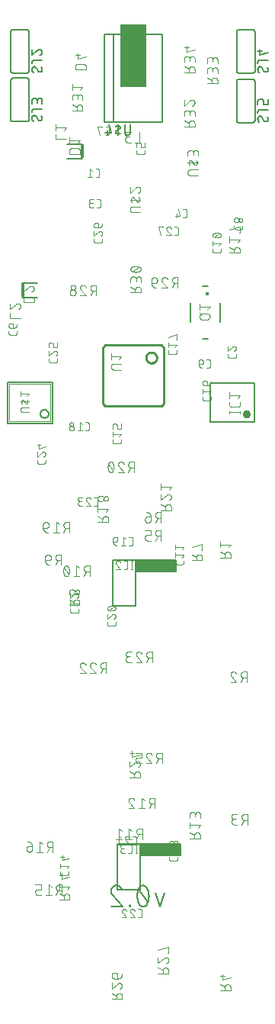
<source format=gbr>
G04 EAGLE Gerber RS-274X export*
G75*
%MOMM*%
%FSLAX34Y34*%
%LPD*%
%INSilkscreen Bottom*%
%IPPOS*%
%AMOC8*
5,1,8,0,0,1.08239X$1,22.5*%
G01*
%ADD10C,0.203200*%
%ADD11R,3.000000X7.000000*%
%ADD12C,0.254000*%
%ADD13C,0.101600*%
%ADD14C,0.919200*%
%ADD15C,0.152400*%
%ADD16C,0.050800*%
%ADD17C,0.076200*%
%ADD18R,0.300000X1.575000*%
%ADD19C,0.364000*%
%ADD20C,0.127000*%

G36*
X192215Y472077D02*
X192215Y472077D01*
X192281Y472079D01*
X192324Y472097D01*
X192371Y472105D01*
X192428Y472139D01*
X192488Y472164D01*
X192523Y472195D01*
X192564Y472220D01*
X192606Y472271D01*
X192654Y472315D01*
X192676Y472357D01*
X192705Y472394D01*
X192726Y472456D01*
X192757Y472515D01*
X192765Y472569D01*
X192777Y472606D01*
X192776Y472646D01*
X192784Y472700D01*
X192784Y485400D01*
X192773Y485465D01*
X192771Y485531D01*
X192753Y485574D01*
X192745Y485621D01*
X192711Y485678D01*
X192686Y485738D01*
X192655Y485773D01*
X192630Y485814D01*
X192579Y485856D01*
X192535Y485904D01*
X192493Y485926D01*
X192456Y485955D01*
X192394Y485976D01*
X192335Y486007D01*
X192281Y486015D01*
X192244Y486027D01*
X192204Y486026D01*
X192150Y486034D01*
X147700Y486034D01*
X147635Y486023D01*
X147569Y486021D01*
X147526Y486003D01*
X147479Y485995D01*
X147422Y485961D01*
X147362Y485936D01*
X147327Y485905D01*
X147286Y485880D01*
X147245Y485829D01*
X147196Y485785D01*
X147174Y485743D01*
X147145Y485706D01*
X147124Y485644D01*
X147093Y485585D01*
X147085Y485531D01*
X147073Y485494D01*
X147073Y485480D01*
X147073Y485479D01*
X147074Y485452D01*
X147066Y485400D01*
X147066Y472700D01*
X147077Y472635D01*
X147079Y472569D01*
X147097Y472526D01*
X147105Y472479D01*
X147139Y472422D01*
X147164Y472362D01*
X147195Y472327D01*
X147220Y472286D01*
X147271Y472245D01*
X147315Y472196D01*
X147357Y472174D01*
X147394Y472145D01*
X147456Y472124D01*
X147515Y472093D01*
X147569Y472085D01*
X147606Y472073D01*
X147646Y472074D01*
X147700Y472066D01*
X192150Y472066D01*
X192215Y472077D01*
G37*
G36*
X197215Y157077D02*
X197215Y157077D01*
X197281Y157079D01*
X197324Y157097D01*
X197371Y157105D01*
X197428Y157139D01*
X197488Y157164D01*
X197523Y157195D01*
X197564Y157220D01*
X197606Y157271D01*
X197654Y157315D01*
X197676Y157357D01*
X197705Y157394D01*
X197726Y157456D01*
X197757Y157515D01*
X197765Y157569D01*
X197777Y157606D01*
X197776Y157646D01*
X197784Y157700D01*
X197784Y170400D01*
X197773Y170465D01*
X197771Y170531D01*
X197753Y170574D01*
X197745Y170621D01*
X197711Y170678D01*
X197686Y170738D01*
X197655Y170773D01*
X197630Y170814D01*
X197579Y170856D01*
X197535Y170904D01*
X197493Y170926D01*
X197456Y170955D01*
X197394Y170976D01*
X197335Y171007D01*
X197281Y171015D01*
X197244Y171027D01*
X197204Y171026D01*
X197150Y171034D01*
X152700Y171034D01*
X152635Y171023D01*
X152569Y171021D01*
X152526Y171003D01*
X152479Y170995D01*
X152422Y170961D01*
X152362Y170936D01*
X152327Y170905D01*
X152286Y170880D01*
X152245Y170829D01*
X152196Y170785D01*
X152174Y170743D01*
X152145Y170706D01*
X152124Y170644D01*
X152093Y170585D01*
X152085Y170531D01*
X152073Y170494D01*
X152073Y170480D01*
X152073Y170479D01*
X152074Y170452D01*
X152066Y170400D01*
X152066Y157700D01*
X152077Y157635D01*
X152079Y157569D01*
X152097Y157526D01*
X152105Y157479D01*
X152139Y157422D01*
X152164Y157362D01*
X152195Y157327D01*
X152220Y157286D01*
X152271Y157245D01*
X152315Y157196D01*
X152357Y157174D01*
X152394Y157145D01*
X152456Y157124D01*
X152515Y157093D01*
X152569Y157085D01*
X152606Y157073D01*
X152646Y157074D01*
X152700Y157066D01*
X197150Y157066D01*
X197215Y157077D01*
G37*
D10*
X179853Y116595D02*
X174660Y101016D01*
X169467Y116595D01*
X162360Y112700D02*
X162355Y113160D01*
X162338Y113619D01*
X162311Y114078D01*
X162272Y114536D01*
X162223Y114993D01*
X162163Y115449D01*
X162092Y115903D01*
X162010Y116356D01*
X161917Y116806D01*
X161814Y117254D01*
X161700Y117699D01*
X161575Y118142D01*
X161440Y118581D01*
X161294Y119017D01*
X161138Y119449D01*
X160972Y119878D01*
X160796Y120303D01*
X160609Y120723D01*
X160413Y121138D01*
X160412Y121139D02*
X160367Y121266D01*
X160317Y121392D01*
X160265Y121517D01*
X160208Y121640D01*
X160148Y121762D01*
X160085Y121881D01*
X160019Y121999D01*
X159949Y122115D01*
X159876Y122229D01*
X159800Y122341D01*
X159720Y122451D01*
X159638Y122558D01*
X159552Y122663D01*
X159464Y122766D01*
X159373Y122866D01*
X159279Y122964D01*
X159182Y123058D01*
X159083Y123150D01*
X158981Y123240D01*
X158877Y123326D01*
X158770Y123409D01*
X158661Y123489D01*
X158549Y123566D01*
X158436Y123640D01*
X158321Y123711D01*
X158203Y123779D01*
X158084Y123843D01*
X157963Y123904D01*
X157840Y123961D01*
X157716Y124015D01*
X157590Y124065D01*
X157463Y124112D01*
X157335Y124155D01*
X157205Y124194D01*
X157075Y124230D01*
X156943Y124262D01*
X156811Y124291D01*
X156678Y124315D01*
X156544Y124336D01*
X156410Y124353D01*
X156275Y124367D01*
X156140Y124376D01*
X156004Y124382D01*
X155869Y124384D01*
X155734Y124382D01*
X155598Y124376D01*
X155463Y124367D01*
X155329Y124353D01*
X155194Y124336D01*
X155060Y124315D01*
X154927Y124291D01*
X154795Y124262D01*
X154663Y124230D01*
X154533Y124194D01*
X154403Y124155D01*
X154275Y124112D01*
X154148Y124065D01*
X154022Y124015D01*
X153898Y123961D01*
X153775Y123904D01*
X153654Y123843D01*
X153535Y123779D01*
X153417Y123711D01*
X153302Y123640D01*
X153189Y123567D01*
X153077Y123489D01*
X152968Y123409D01*
X152861Y123326D01*
X152757Y123240D01*
X152655Y123150D01*
X152556Y123058D01*
X152459Y122964D01*
X152365Y122866D01*
X152274Y122766D01*
X152186Y122663D01*
X152100Y122558D01*
X152018Y122451D01*
X151938Y122341D01*
X151862Y122229D01*
X151789Y122115D01*
X151719Y121999D01*
X151653Y121881D01*
X151590Y121762D01*
X151530Y121640D01*
X151473Y121517D01*
X151421Y121392D01*
X151371Y121266D01*
X151326Y121139D01*
X151325Y121139D02*
X151129Y120723D01*
X150942Y120303D01*
X150766Y119878D01*
X150600Y119450D01*
X150444Y119017D01*
X150298Y118581D01*
X150163Y118142D01*
X150038Y117699D01*
X149924Y117254D01*
X149821Y116806D01*
X149728Y116356D01*
X149646Y115903D01*
X149575Y115449D01*
X149515Y114993D01*
X149466Y114536D01*
X149427Y114078D01*
X149400Y113619D01*
X149383Y113160D01*
X149378Y112700D01*
X162360Y112700D02*
X162355Y112240D01*
X162338Y111781D01*
X162311Y111322D01*
X162272Y110864D01*
X162223Y110407D01*
X162163Y109951D01*
X162092Y109497D01*
X162010Y109045D01*
X161917Y108594D01*
X161814Y108146D01*
X161700Y107701D01*
X161575Y107258D01*
X161440Y106819D01*
X161294Y106383D01*
X161138Y105951D01*
X160972Y105522D01*
X160796Y105097D01*
X160609Y104677D01*
X160413Y104262D01*
X160412Y104261D02*
X160367Y104134D01*
X160317Y104008D01*
X160265Y103883D01*
X160208Y103760D01*
X160148Y103638D01*
X160085Y103519D01*
X160019Y103401D01*
X159949Y103285D01*
X159876Y103171D01*
X159800Y103059D01*
X159720Y102949D01*
X159638Y102842D01*
X159552Y102737D01*
X159464Y102634D01*
X159373Y102534D01*
X159279Y102436D01*
X159182Y102342D01*
X159083Y102250D01*
X158981Y102160D01*
X158877Y102074D01*
X158770Y101991D01*
X158661Y101911D01*
X158549Y101833D01*
X158436Y101760D01*
X158321Y101689D01*
X158203Y101621D01*
X158084Y101557D01*
X157963Y101496D01*
X157840Y101439D01*
X157716Y101385D01*
X157590Y101335D01*
X157463Y101288D01*
X157335Y101245D01*
X157205Y101206D01*
X157075Y101170D01*
X156943Y101138D01*
X156811Y101109D01*
X156678Y101085D01*
X156544Y101064D01*
X156409Y101047D01*
X156275Y101033D01*
X156140Y101024D01*
X156004Y101018D01*
X155869Y101016D01*
X151325Y104262D02*
X151129Y104677D01*
X150942Y105097D01*
X150766Y105522D01*
X150600Y105950D01*
X150444Y106383D01*
X150298Y106819D01*
X150163Y107258D01*
X150038Y107701D01*
X149924Y108146D01*
X149821Y108594D01*
X149728Y109044D01*
X149646Y109497D01*
X149575Y109951D01*
X149515Y110407D01*
X149466Y110864D01*
X149427Y111322D01*
X149400Y111781D01*
X149383Y112240D01*
X149378Y112700D01*
X151326Y104261D02*
X151371Y104134D01*
X151421Y104008D01*
X151473Y103883D01*
X151530Y103760D01*
X151590Y103638D01*
X151653Y103519D01*
X151719Y103401D01*
X151789Y103285D01*
X151862Y103171D01*
X151938Y103059D01*
X152018Y102949D01*
X152100Y102842D01*
X152186Y102737D01*
X152274Y102634D01*
X152365Y102534D01*
X152459Y102436D01*
X152556Y102342D01*
X152655Y102250D01*
X152757Y102160D01*
X152862Y102074D01*
X152968Y101991D01*
X153077Y101911D01*
X153189Y101833D01*
X153302Y101760D01*
X153417Y101689D01*
X153535Y101621D01*
X153654Y101557D01*
X153775Y101496D01*
X153898Y101439D01*
X154022Y101385D01*
X154148Y101335D01*
X154275Y101288D01*
X154403Y101245D01*
X154533Y101206D01*
X154663Y101170D01*
X154795Y101138D01*
X154927Y101109D01*
X155060Y101085D01*
X155194Y101064D01*
X155329Y101047D01*
X155463Y101033D01*
X155598Y101024D01*
X155734Y101018D01*
X155869Y101016D01*
X161062Y106209D02*
X150676Y119191D01*
X141903Y102314D02*
X141903Y101016D01*
X141903Y102314D02*
X140605Y102314D01*
X140605Y101016D01*
X141903Y101016D01*
X120147Y118542D02*
X120149Y118692D01*
X120155Y118843D01*
X120164Y118993D01*
X120178Y119143D01*
X120195Y119292D01*
X120217Y119441D01*
X120242Y119589D01*
X120271Y119737D01*
X120303Y119884D01*
X120340Y120030D01*
X120380Y120175D01*
X120424Y120319D01*
X120471Y120461D01*
X120523Y120603D01*
X120577Y120743D01*
X120636Y120881D01*
X120698Y121019D01*
X120763Y121154D01*
X120832Y121288D01*
X120905Y121419D01*
X120981Y121549D01*
X121060Y121677D01*
X121142Y121803D01*
X121228Y121927D01*
X121316Y122048D01*
X121408Y122168D01*
X121503Y122284D01*
X121601Y122399D01*
X121702Y122510D01*
X121805Y122619D01*
X121912Y122726D01*
X122021Y122829D01*
X122132Y122930D01*
X122247Y123028D01*
X122363Y123123D01*
X122483Y123215D01*
X122604Y123303D01*
X122728Y123389D01*
X122854Y123471D01*
X122982Y123550D01*
X123112Y123626D01*
X123243Y123699D01*
X123377Y123768D01*
X123512Y123833D01*
X123650Y123895D01*
X123788Y123954D01*
X123928Y124008D01*
X124070Y124060D01*
X124212Y124107D01*
X124356Y124151D01*
X124501Y124191D01*
X124647Y124228D01*
X124794Y124260D01*
X124942Y124289D01*
X125090Y124314D01*
X125239Y124336D01*
X125388Y124353D01*
X125538Y124367D01*
X125688Y124376D01*
X125839Y124382D01*
X125989Y124384D01*
X126170Y124382D01*
X126352Y124375D01*
X126533Y124364D01*
X126714Y124349D01*
X126894Y124329D01*
X127074Y124305D01*
X127253Y124277D01*
X127432Y124244D01*
X127610Y124207D01*
X127786Y124166D01*
X127962Y124120D01*
X128137Y124070D01*
X128310Y124016D01*
X128482Y123958D01*
X128652Y123896D01*
X128821Y123829D01*
X128988Y123759D01*
X129154Y123684D01*
X129318Y123606D01*
X129479Y123523D01*
X129639Y123437D01*
X129796Y123347D01*
X129952Y123253D01*
X130105Y123155D01*
X130255Y123054D01*
X130403Y122949D01*
X130549Y122840D01*
X130692Y122728D01*
X130832Y122613D01*
X130969Y122494D01*
X131103Y122372D01*
X131234Y122246D01*
X131363Y122118D01*
X131488Y121987D01*
X131610Y121852D01*
X131728Y121715D01*
X131844Y121575D01*
X131955Y121432D01*
X132064Y121286D01*
X132169Y121138D01*
X132270Y120987D01*
X132367Y120834D01*
X132461Y120679D01*
X132551Y120521D01*
X132637Y120361D01*
X132720Y120199D01*
X132798Y120036D01*
X132872Y119870D01*
X132942Y119703D01*
X133009Y119534D01*
X133071Y119363D01*
X133129Y119191D01*
X122094Y113998D02*
X121984Y114106D01*
X121877Y114216D01*
X121772Y114329D01*
X121670Y114444D01*
X121571Y114562D01*
X121475Y114682D01*
X121381Y114805D01*
X121291Y114929D01*
X121204Y115056D01*
X121120Y115185D01*
X121039Y115317D01*
X120962Y115450D01*
X120888Y115585D01*
X120817Y115721D01*
X120749Y115860D01*
X120685Y116000D01*
X120624Y116141D01*
X120567Y116284D01*
X120514Y116428D01*
X120464Y116574D01*
X120417Y116721D01*
X120374Y116869D01*
X120335Y117018D01*
X120299Y117167D01*
X120268Y117318D01*
X120239Y117469D01*
X120215Y117621D01*
X120194Y117774D01*
X120177Y117927D01*
X120164Y118080D01*
X120155Y118234D01*
X120149Y118388D01*
X120147Y118542D01*
X122095Y113998D02*
X133130Y101016D01*
X120147Y101016D01*
D11*
X145000Y1045000D03*
D12*
X114000Y723750D02*
X111250Y721000D01*
X111250Y659000D01*
X114000Y656250D01*
X176000Y656250D01*
X178750Y659000D01*
X178750Y721000D01*
X176000Y723750D01*
X114000Y723750D01*
X159000Y710000D02*
X159002Y710154D01*
X159008Y710309D01*
X159018Y710463D01*
X159032Y710617D01*
X159050Y710770D01*
X159071Y710923D01*
X159097Y711076D01*
X159127Y711227D01*
X159160Y711378D01*
X159198Y711528D01*
X159239Y711677D01*
X159284Y711825D01*
X159333Y711971D01*
X159386Y712117D01*
X159442Y712260D01*
X159502Y712403D01*
X159566Y712543D01*
X159633Y712683D01*
X159704Y712820D01*
X159778Y712955D01*
X159856Y713089D01*
X159937Y713220D01*
X160022Y713349D01*
X160110Y713477D01*
X160201Y713601D01*
X160295Y713724D01*
X160393Y713844D01*
X160493Y713961D01*
X160597Y714076D01*
X160703Y714188D01*
X160812Y714297D01*
X160924Y714403D01*
X161039Y714507D01*
X161156Y714607D01*
X161276Y714705D01*
X161399Y714799D01*
X161523Y714890D01*
X161651Y714978D01*
X161780Y715063D01*
X161911Y715144D01*
X162045Y715222D01*
X162180Y715296D01*
X162317Y715367D01*
X162457Y715434D01*
X162597Y715498D01*
X162740Y715558D01*
X162883Y715614D01*
X163029Y715667D01*
X163175Y715716D01*
X163323Y715761D01*
X163472Y715802D01*
X163622Y715840D01*
X163773Y715873D01*
X163924Y715903D01*
X164077Y715929D01*
X164230Y715950D01*
X164383Y715968D01*
X164537Y715982D01*
X164691Y715992D01*
X164846Y715998D01*
X165000Y716000D01*
X165154Y715998D01*
X165309Y715992D01*
X165463Y715982D01*
X165617Y715968D01*
X165770Y715950D01*
X165923Y715929D01*
X166076Y715903D01*
X166227Y715873D01*
X166378Y715840D01*
X166528Y715802D01*
X166677Y715761D01*
X166825Y715716D01*
X166971Y715667D01*
X167117Y715614D01*
X167260Y715558D01*
X167403Y715498D01*
X167543Y715434D01*
X167683Y715367D01*
X167820Y715296D01*
X167955Y715222D01*
X168089Y715144D01*
X168220Y715063D01*
X168349Y714978D01*
X168477Y714890D01*
X168601Y714799D01*
X168724Y714705D01*
X168844Y714607D01*
X168961Y714507D01*
X169076Y714403D01*
X169188Y714297D01*
X169297Y714188D01*
X169403Y714076D01*
X169507Y713961D01*
X169607Y713844D01*
X169705Y713724D01*
X169799Y713601D01*
X169890Y713477D01*
X169978Y713349D01*
X170063Y713220D01*
X170144Y713089D01*
X170222Y712955D01*
X170296Y712820D01*
X170367Y712683D01*
X170434Y712543D01*
X170498Y712403D01*
X170558Y712260D01*
X170614Y712117D01*
X170667Y711971D01*
X170716Y711825D01*
X170761Y711677D01*
X170802Y711528D01*
X170840Y711378D01*
X170873Y711227D01*
X170903Y711076D01*
X170929Y710923D01*
X170950Y710770D01*
X170968Y710617D01*
X170982Y710463D01*
X170992Y710309D01*
X170998Y710154D01*
X171000Y710000D01*
X170998Y709846D01*
X170992Y709691D01*
X170982Y709537D01*
X170968Y709383D01*
X170950Y709230D01*
X170929Y709077D01*
X170903Y708924D01*
X170873Y708773D01*
X170840Y708622D01*
X170802Y708472D01*
X170761Y708323D01*
X170716Y708175D01*
X170667Y708029D01*
X170614Y707883D01*
X170558Y707740D01*
X170498Y707597D01*
X170434Y707457D01*
X170367Y707317D01*
X170296Y707180D01*
X170222Y707045D01*
X170144Y706911D01*
X170063Y706780D01*
X169978Y706651D01*
X169890Y706523D01*
X169799Y706399D01*
X169705Y706276D01*
X169607Y706156D01*
X169507Y706039D01*
X169403Y705924D01*
X169297Y705812D01*
X169188Y705703D01*
X169076Y705597D01*
X168961Y705493D01*
X168844Y705393D01*
X168724Y705295D01*
X168601Y705201D01*
X168477Y705110D01*
X168349Y705022D01*
X168220Y704937D01*
X168089Y704856D01*
X167955Y704778D01*
X167820Y704704D01*
X167683Y704633D01*
X167543Y704566D01*
X167403Y704502D01*
X167260Y704442D01*
X167117Y704386D01*
X166971Y704333D01*
X166825Y704284D01*
X166677Y704239D01*
X166528Y704198D01*
X166378Y704160D01*
X166227Y704127D01*
X166076Y704097D01*
X165923Y704071D01*
X165770Y704050D01*
X165617Y704032D01*
X165463Y704018D01*
X165309Y704008D01*
X165154Y704002D01*
X165000Y704000D01*
X164846Y704002D01*
X164691Y704008D01*
X164537Y704018D01*
X164383Y704032D01*
X164230Y704050D01*
X164077Y704071D01*
X163924Y704097D01*
X163773Y704127D01*
X163622Y704160D01*
X163472Y704198D01*
X163323Y704239D01*
X163175Y704284D01*
X163029Y704333D01*
X162883Y704386D01*
X162740Y704442D01*
X162597Y704502D01*
X162457Y704566D01*
X162317Y704633D01*
X162180Y704704D01*
X162045Y704778D01*
X161911Y704856D01*
X161780Y704937D01*
X161651Y705022D01*
X161523Y705110D01*
X161399Y705201D01*
X161276Y705295D01*
X161156Y705393D01*
X161039Y705493D01*
X160924Y705597D01*
X160812Y705703D01*
X160703Y705812D01*
X160597Y705924D01*
X160493Y706039D01*
X160393Y706156D01*
X160295Y706276D01*
X160201Y706399D01*
X160110Y706523D01*
X160022Y706651D01*
X159937Y706780D01*
X159856Y706911D01*
X159778Y707045D01*
X159704Y707180D01*
X159633Y707317D01*
X159566Y707457D01*
X159502Y707597D01*
X159442Y707740D01*
X159386Y707883D01*
X159333Y708029D01*
X159284Y708175D01*
X159239Y708323D01*
X159198Y708472D01*
X159160Y708622D01*
X159127Y708773D01*
X159097Y708924D01*
X159071Y709077D01*
X159050Y709230D01*
X159032Y709383D01*
X159018Y709537D01*
X159008Y709691D01*
X159002Y709846D01*
X159000Y710000D01*
D13*
X131792Y696590D02*
X123354Y696590D01*
X123354Y696589D02*
X123241Y696591D01*
X123128Y696597D01*
X123015Y696607D01*
X122902Y696621D01*
X122790Y696638D01*
X122679Y696660D01*
X122569Y696685D01*
X122459Y696715D01*
X122351Y696748D01*
X122244Y696785D01*
X122138Y696825D01*
X122034Y696870D01*
X121931Y696918D01*
X121830Y696969D01*
X121731Y697024D01*
X121634Y697082D01*
X121539Y697144D01*
X121446Y697209D01*
X121356Y697277D01*
X121268Y697348D01*
X121182Y697423D01*
X121099Y697500D01*
X121019Y697580D01*
X120942Y697663D01*
X120867Y697749D01*
X120796Y697837D01*
X120728Y697927D01*
X120663Y698020D01*
X120601Y698115D01*
X120543Y698212D01*
X120488Y698311D01*
X120437Y698412D01*
X120389Y698515D01*
X120344Y698619D01*
X120304Y698725D01*
X120267Y698832D01*
X120234Y698940D01*
X120204Y699050D01*
X120179Y699160D01*
X120157Y699271D01*
X120140Y699383D01*
X120126Y699496D01*
X120116Y699609D01*
X120110Y699722D01*
X120108Y699835D01*
X120110Y699948D01*
X120116Y700061D01*
X120126Y700174D01*
X120140Y700287D01*
X120157Y700399D01*
X120179Y700510D01*
X120204Y700620D01*
X120234Y700730D01*
X120267Y700838D01*
X120304Y700945D01*
X120344Y701051D01*
X120389Y701155D01*
X120437Y701258D01*
X120488Y701359D01*
X120543Y701458D01*
X120601Y701555D01*
X120663Y701650D01*
X120728Y701743D01*
X120796Y701833D01*
X120867Y701921D01*
X120942Y702007D01*
X121019Y702090D01*
X121099Y702170D01*
X121182Y702247D01*
X121268Y702322D01*
X121356Y702393D01*
X121446Y702461D01*
X121539Y702526D01*
X121634Y702588D01*
X121731Y702646D01*
X121830Y702701D01*
X121931Y702752D01*
X122034Y702800D01*
X122138Y702845D01*
X122244Y702885D01*
X122351Y702922D01*
X122459Y702955D01*
X122569Y702985D01*
X122679Y703010D01*
X122790Y703032D01*
X122902Y703049D01*
X123015Y703063D01*
X123128Y703073D01*
X123241Y703079D01*
X123354Y703081D01*
X131792Y703081D01*
X129196Y708401D02*
X131792Y711646D01*
X120108Y711646D01*
X120108Y708401D02*
X120108Y714892D01*
D10*
X230500Y681500D02*
X279500Y681500D01*
X230500Y681500D02*
X230500Y638500D01*
X279500Y638500D01*
X279500Y681500D01*
D14*
X271250Y647000D03*
D13*
X263442Y649556D02*
X251758Y649556D01*
X251758Y648258D02*
X251758Y650854D01*
X263442Y650854D02*
X263442Y648258D01*
X251758Y658018D02*
X251758Y660614D01*
X251758Y658018D02*
X251760Y657919D01*
X251766Y657819D01*
X251775Y657720D01*
X251788Y657622D01*
X251805Y657524D01*
X251826Y657426D01*
X251851Y657330D01*
X251879Y657235D01*
X251911Y657141D01*
X251946Y657048D01*
X251985Y656956D01*
X252028Y656866D01*
X252073Y656778D01*
X252123Y656691D01*
X252175Y656607D01*
X252231Y656524D01*
X252289Y656444D01*
X252351Y656366D01*
X252416Y656291D01*
X252484Y656218D01*
X252554Y656148D01*
X252627Y656080D01*
X252702Y656015D01*
X252780Y655953D01*
X252860Y655895D01*
X252943Y655839D01*
X253027Y655787D01*
X253114Y655737D01*
X253202Y655692D01*
X253292Y655649D01*
X253384Y655610D01*
X253477Y655575D01*
X253571Y655543D01*
X253666Y655515D01*
X253762Y655490D01*
X253860Y655469D01*
X253958Y655452D01*
X254056Y655439D01*
X254155Y655430D01*
X254255Y655424D01*
X254354Y655422D01*
X254354Y655421D02*
X260846Y655421D01*
X260846Y655422D02*
X260945Y655424D01*
X261045Y655430D01*
X261144Y655439D01*
X261242Y655452D01*
X261340Y655469D01*
X261438Y655490D01*
X261534Y655515D01*
X261629Y655543D01*
X261723Y655575D01*
X261816Y655610D01*
X261908Y655649D01*
X261998Y655692D01*
X262086Y655737D01*
X262173Y655787D01*
X262257Y655839D01*
X262340Y655895D01*
X262420Y655953D01*
X262498Y656015D01*
X262573Y656080D01*
X262646Y656148D01*
X262716Y656218D01*
X262784Y656291D01*
X262849Y656366D01*
X262911Y656444D01*
X262969Y656524D01*
X263025Y656607D01*
X263077Y656691D01*
X263127Y656778D01*
X263172Y656866D01*
X263215Y656956D01*
X263254Y657048D01*
X263289Y657140D01*
X263321Y657235D01*
X263349Y657330D01*
X263374Y657426D01*
X263395Y657524D01*
X263412Y657622D01*
X263425Y657720D01*
X263434Y657819D01*
X263440Y657919D01*
X263442Y658018D01*
X263442Y660614D01*
X260846Y664980D02*
X263442Y668225D01*
X251758Y668225D01*
X251758Y664980D02*
X251758Y671471D01*
D15*
X55146Y637172D02*
X4854Y637172D01*
X4854Y682828D01*
X55146Y682828D01*
X55146Y637172D01*
D16*
X52860Y639458D02*
X7140Y639458D01*
X7140Y680542D01*
X52860Y680542D01*
X52860Y639458D01*
D15*
X41684Y647808D02*
X41686Y647943D01*
X41692Y648078D01*
X41702Y648212D01*
X41716Y648346D01*
X41734Y648480D01*
X41755Y648613D01*
X41781Y648745D01*
X41811Y648877D01*
X41844Y649008D01*
X41881Y649137D01*
X41923Y649266D01*
X41967Y649393D01*
X42016Y649519D01*
X42068Y649643D01*
X42124Y649766D01*
X42184Y649887D01*
X42247Y650006D01*
X42313Y650123D01*
X42383Y650238D01*
X42457Y650352D01*
X42534Y650463D01*
X42613Y650571D01*
X42697Y650677D01*
X42783Y650781D01*
X42872Y650882D01*
X42964Y650981D01*
X43059Y651076D01*
X43157Y651169D01*
X43257Y651259D01*
X43360Y651346D01*
X43466Y651430D01*
X43574Y651511D01*
X43684Y651588D01*
X43797Y651662D01*
X43912Y651733D01*
X44029Y651801D01*
X44147Y651865D01*
X44268Y651925D01*
X44390Y651982D01*
X44514Y652035D01*
X44640Y652085D01*
X44766Y652131D01*
X44895Y652173D01*
X45024Y652211D01*
X45154Y652245D01*
X45286Y652276D01*
X45418Y652303D01*
X45551Y652325D01*
X45684Y652344D01*
X45818Y652359D01*
X45953Y652370D01*
X46087Y652377D01*
X46222Y652380D01*
X46357Y652379D01*
X46492Y652374D01*
X46626Y652365D01*
X46761Y652352D01*
X46895Y652335D01*
X47028Y652314D01*
X47160Y652290D01*
X47292Y652261D01*
X47423Y652229D01*
X47553Y652192D01*
X47682Y652152D01*
X47809Y652108D01*
X47935Y652060D01*
X48060Y652009D01*
X48183Y651954D01*
X48305Y651895D01*
X48424Y651833D01*
X48542Y651767D01*
X48658Y651698D01*
X48771Y651626D01*
X48883Y651550D01*
X48992Y651471D01*
X49099Y651389D01*
X49203Y651303D01*
X49305Y651215D01*
X49404Y651123D01*
X49501Y651029D01*
X49594Y650932D01*
X49685Y650832D01*
X49773Y650730D01*
X49857Y650625D01*
X49939Y650517D01*
X50017Y650407D01*
X50092Y650295D01*
X50164Y650181D01*
X50232Y650065D01*
X50297Y649946D01*
X50358Y649826D01*
X50416Y649704D01*
X50470Y649581D01*
X50521Y649456D01*
X50567Y649329D01*
X50610Y649202D01*
X50650Y649073D01*
X50685Y648942D01*
X50717Y648811D01*
X50744Y648679D01*
X50768Y648547D01*
X50788Y648413D01*
X50804Y648279D01*
X50816Y648145D01*
X50824Y648010D01*
X50828Y647875D01*
X50828Y647741D01*
X50824Y647606D01*
X50816Y647471D01*
X50804Y647337D01*
X50788Y647203D01*
X50768Y647069D01*
X50744Y646937D01*
X50717Y646805D01*
X50685Y646674D01*
X50650Y646543D01*
X50610Y646414D01*
X50567Y646287D01*
X50521Y646160D01*
X50470Y646035D01*
X50416Y645912D01*
X50358Y645790D01*
X50297Y645670D01*
X50232Y645551D01*
X50164Y645435D01*
X50092Y645321D01*
X50017Y645209D01*
X49939Y645099D01*
X49857Y644991D01*
X49773Y644886D01*
X49685Y644784D01*
X49594Y644684D01*
X49501Y644587D01*
X49404Y644493D01*
X49305Y644401D01*
X49203Y644313D01*
X49099Y644227D01*
X48992Y644145D01*
X48883Y644066D01*
X48771Y643990D01*
X48658Y643918D01*
X48542Y643849D01*
X48424Y643783D01*
X48305Y643721D01*
X48183Y643662D01*
X48060Y643607D01*
X47935Y643556D01*
X47809Y643508D01*
X47682Y643464D01*
X47553Y643424D01*
X47423Y643387D01*
X47292Y643355D01*
X47160Y643326D01*
X47028Y643302D01*
X46895Y643281D01*
X46761Y643264D01*
X46626Y643251D01*
X46492Y643242D01*
X46357Y643237D01*
X46222Y643236D01*
X46087Y643239D01*
X45953Y643246D01*
X45818Y643257D01*
X45684Y643272D01*
X45551Y643291D01*
X45418Y643313D01*
X45286Y643340D01*
X45154Y643371D01*
X45024Y643405D01*
X44895Y643443D01*
X44766Y643485D01*
X44640Y643531D01*
X44514Y643581D01*
X44390Y643634D01*
X44268Y643691D01*
X44147Y643751D01*
X44029Y643815D01*
X43912Y643883D01*
X43797Y643954D01*
X43684Y644028D01*
X43574Y644105D01*
X43466Y644186D01*
X43360Y644270D01*
X43257Y644357D01*
X43157Y644447D01*
X43059Y644540D01*
X42964Y644635D01*
X42872Y644734D01*
X42783Y644835D01*
X42697Y644939D01*
X42613Y645045D01*
X42534Y645153D01*
X42457Y645264D01*
X42383Y645378D01*
X42313Y645493D01*
X42247Y645610D01*
X42184Y645729D01*
X42124Y645850D01*
X42068Y645973D01*
X42016Y646097D01*
X41967Y646223D01*
X41923Y646350D01*
X41881Y646479D01*
X41844Y646608D01*
X41811Y646739D01*
X41781Y646871D01*
X41755Y647003D01*
X41734Y647136D01*
X41716Y647270D01*
X41702Y647404D01*
X41692Y647538D01*
X41686Y647673D01*
X41684Y647808D01*
D13*
X28608Y649680D02*
X22004Y649680D01*
X21904Y649682D01*
X21805Y649688D01*
X21705Y649698D01*
X21607Y649711D01*
X21508Y649729D01*
X21411Y649750D01*
X21315Y649775D01*
X21219Y649804D01*
X21125Y649837D01*
X21032Y649873D01*
X20941Y649913D01*
X20851Y649957D01*
X20763Y650004D01*
X20677Y650054D01*
X20593Y650108D01*
X20511Y650165D01*
X20432Y650225D01*
X20354Y650289D01*
X20280Y650355D01*
X20208Y650424D01*
X20139Y650496D01*
X20073Y650570D01*
X20009Y650648D01*
X19949Y650727D01*
X19892Y650809D01*
X19838Y650893D01*
X19788Y650979D01*
X19741Y651067D01*
X19697Y651157D01*
X19657Y651248D01*
X19621Y651341D01*
X19588Y651435D01*
X19559Y651531D01*
X19534Y651627D01*
X19513Y651724D01*
X19495Y651823D01*
X19482Y651921D01*
X19472Y652021D01*
X19466Y652120D01*
X19464Y652220D01*
X19466Y652320D01*
X19472Y652419D01*
X19482Y652519D01*
X19495Y652617D01*
X19513Y652716D01*
X19534Y652813D01*
X19559Y652909D01*
X19588Y653005D01*
X19621Y653099D01*
X19657Y653192D01*
X19697Y653283D01*
X19741Y653373D01*
X19788Y653461D01*
X19838Y653547D01*
X19892Y653631D01*
X19949Y653713D01*
X20009Y653792D01*
X20073Y653870D01*
X20139Y653944D01*
X20208Y654016D01*
X20280Y654085D01*
X20354Y654151D01*
X20432Y654215D01*
X20511Y654275D01*
X20593Y654332D01*
X20677Y654386D01*
X20763Y654436D01*
X20851Y654483D01*
X20941Y654527D01*
X21032Y654567D01*
X21125Y654603D01*
X21219Y654636D01*
X21315Y654665D01*
X21411Y654690D01*
X21508Y654711D01*
X21607Y654729D01*
X21705Y654742D01*
X21805Y654752D01*
X21904Y654758D01*
X22004Y654760D01*
X28608Y654760D01*
X28608Y661059D02*
X19464Y661059D01*
X24036Y661059D02*
X24798Y659789D01*
X24839Y659725D01*
X24883Y659662D01*
X24931Y659602D01*
X24981Y659545D01*
X25034Y659490D01*
X25090Y659437D01*
X25148Y659388D01*
X25209Y659342D01*
X25272Y659298D01*
X25337Y659258D01*
X25404Y659221D01*
X25473Y659188D01*
X25544Y659158D01*
X25615Y659132D01*
X25689Y659110D01*
X25763Y659091D01*
X25838Y659076D01*
X25913Y659064D01*
X25989Y659057D01*
X26066Y659053D01*
X26142Y659054D01*
X26219Y659058D01*
X26295Y659066D01*
X26370Y659077D01*
X26445Y659093D01*
X26519Y659112D01*
X26592Y659135D01*
X26664Y659162D01*
X26734Y659192D01*
X26803Y659226D01*
X26870Y659263D01*
X26934Y659304D01*
X26997Y659348D01*
X27058Y659394D01*
X27116Y659444D01*
X27171Y659497D01*
X27224Y659552D01*
X27274Y659610D01*
X27321Y659671D01*
X27364Y659733D01*
X27405Y659798D01*
X27442Y659865D01*
X27476Y659934D01*
X27506Y660004D01*
X27533Y660076D01*
X27556Y660148D01*
X27576Y660222D01*
X27591Y660297D01*
X27592Y660298D02*
X27613Y660422D01*
X27630Y660547D01*
X27643Y660673D01*
X27652Y660799D01*
X27657Y660925D01*
X27658Y661051D01*
X27655Y661177D01*
X27648Y661303D01*
X27637Y661429D01*
X27623Y661554D01*
X27604Y661679D01*
X27581Y661803D01*
X27555Y661926D01*
X27525Y662049D01*
X27490Y662170D01*
X27452Y662291D01*
X27411Y662410D01*
X27365Y662528D01*
X27316Y662644D01*
X27264Y662759D01*
X27207Y662872D01*
X27148Y662983D01*
X27084Y663092D01*
X24036Y661059D02*
X23274Y662329D01*
X23233Y662393D01*
X23189Y662456D01*
X23141Y662516D01*
X23091Y662573D01*
X23038Y662628D01*
X22982Y662681D01*
X22924Y662730D01*
X22863Y662776D01*
X22800Y662820D01*
X22735Y662860D01*
X22668Y662897D01*
X22599Y662930D01*
X22528Y662960D01*
X22457Y662986D01*
X22383Y663008D01*
X22309Y663027D01*
X22234Y663042D01*
X22159Y663054D01*
X22083Y663061D01*
X22006Y663065D01*
X21930Y663064D01*
X21853Y663060D01*
X21777Y663052D01*
X21702Y663041D01*
X21627Y663025D01*
X21553Y663006D01*
X21480Y662983D01*
X21408Y662956D01*
X21338Y662926D01*
X21269Y662892D01*
X21202Y662855D01*
X21138Y662814D01*
X21075Y662770D01*
X21014Y662724D01*
X20956Y662674D01*
X20901Y662621D01*
X20848Y662566D01*
X20798Y662508D01*
X20751Y662447D01*
X20708Y662385D01*
X20667Y662320D01*
X20630Y662253D01*
X20596Y662184D01*
X20566Y662114D01*
X20539Y662042D01*
X20516Y661970D01*
X20496Y661896D01*
X20481Y661821D01*
X20480Y661821D02*
X20459Y661697D01*
X20442Y661572D01*
X20429Y661446D01*
X20420Y661320D01*
X20415Y661194D01*
X20414Y661068D01*
X20417Y660942D01*
X20424Y660816D01*
X20435Y660690D01*
X20449Y660565D01*
X20468Y660440D01*
X20491Y660316D01*
X20517Y660193D01*
X20547Y660070D01*
X20582Y659949D01*
X20620Y659828D01*
X20661Y659709D01*
X20707Y659591D01*
X20756Y659475D01*
X20808Y659360D01*
X20865Y659247D01*
X20924Y659136D01*
X20988Y659027D01*
X26576Y667054D02*
X28608Y669594D01*
X19464Y669594D01*
X19464Y667054D02*
X19464Y672134D01*
X241458Y487995D02*
X253142Y487995D01*
X253142Y491240D01*
X253140Y491353D01*
X253134Y491466D01*
X253124Y491579D01*
X253110Y491692D01*
X253093Y491804D01*
X253071Y491915D01*
X253046Y492025D01*
X253016Y492135D01*
X252983Y492243D01*
X252946Y492350D01*
X252906Y492456D01*
X252861Y492560D01*
X252813Y492663D01*
X252762Y492764D01*
X252707Y492863D01*
X252649Y492960D01*
X252587Y493055D01*
X252522Y493148D01*
X252454Y493238D01*
X252383Y493326D01*
X252308Y493412D01*
X252231Y493495D01*
X252151Y493575D01*
X252068Y493652D01*
X251982Y493727D01*
X251894Y493798D01*
X251804Y493866D01*
X251711Y493931D01*
X251616Y493993D01*
X251519Y494051D01*
X251420Y494106D01*
X251319Y494157D01*
X251216Y494205D01*
X251112Y494250D01*
X251006Y494290D01*
X250899Y494327D01*
X250791Y494360D01*
X250681Y494390D01*
X250571Y494415D01*
X250460Y494437D01*
X250348Y494454D01*
X250235Y494468D01*
X250122Y494478D01*
X250009Y494484D01*
X249896Y494486D01*
X249783Y494484D01*
X249670Y494478D01*
X249557Y494468D01*
X249444Y494454D01*
X249332Y494437D01*
X249221Y494415D01*
X249111Y494390D01*
X249001Y494360D01*
X248893Y494327D01*
X248786Y494290D01*
X248680Y494250D01*
X248576Y494205D01*
X248473Y494157D01*
X248372Y494106D01*
X248273Y494051D01*
X248176Y493993D01*
X248081Y493931D01*
X247988Y493866D01*
X247898Y493798D01*
X247810Y493727D01*
X247724Y493652D01*
X247641Y493575D01*
X247561Y493495D01*
X247484Y493412D01*
X247409Y493326D01*
X247338Y493238D01*
X247270Y493148D01*
X247205Y493055D01*
X247143Y492960D01*
X247085Y492863D01*
X247030Y492764D01*
X246979Y492663D01*
X246931Y492560D01*
X246886Y492456D01*
X246846Y492350D01*
X246809Y492243D01*
X246776Y492135D01*
X246746Y492025D01*
X246721Y491915D01*
X246699Y491804D01*
X246682Y491692D01*
X246668Y491579D01*
X246658Y491466D01*
X246652Y491353D01*
X246650Y491240D01*
X246651Y491240D02*
X246651Y487995D01*
X246651Y491889D02*
X241458Y494486D01*
X250546Y499351D02*
X253142Y502596D01*
X241458Y502596D01*
X241458Y499351D02*
X241458Y505842D01*
X270842Y361542D02*
X270842Y349858D01*
X270842Y361542D02*
X267596Y361542D01*
X267483Y361540D01*
X267370Y361534D01*
X267257Y361524D01*
X267144Y361510D01*
X267032Y361493D01*
X266921Y361471D01*
X266811Y361446D01*
X266701Y361416D01*
X266593Y361383D01*
X266486Y361346D01*
X266380Y361306D01*
X266276Y361261D01*
X266173Y361213D01*
X266072Y361162D01*
X265973Y361107D01*
X265876Y361049D01*
X265781Y360987D01*
X265688Y360922D01*
X265598Y360854D01*
X265510Y360783D01*
X265424Y360708D01*
X265341Y360631D01*
X265261Y360551D01*
X265184Y360468D01*
X265109Y360382D01*
X265038Y360294D01*
X264970Y360204D01*
X264905Y360111D01*
X264843Y360016D01*
X264785Y359919D01*
X264730Y359820D01*
X264679Y359719D01*
X264631Y359616D01*
X264586Y359512D01*
X264546Y359406D01*
X264509Y359299D01*
X264476Y359191D01*
X264446Y359081D01*
X264421Y358971D01*
X264399Y358860D01*
X264382Y358748D01*
X264368Y358635D01*
X264358Y358522D01*
X264352Y358409D01*
X264350Y358296D01*
X264352Y358183D01*
X264358Y358070D01*
X264368Y357957D01*
X264382Y357844D01*
X264399Y357732D01*
X264421Y357621D01*
X264446Y357511D01*
X264476Y357401D01*
X264509Y357293D01*
X264546Y357186D01*
X264586Y357080D01*
X264631Y356976D01*
X264679Y356873D01*
X264730Y356772D01*
X264785Y356673D01*
X264843Y356576D01*
X264905Y356481D01*
X264970Y356388D01*
X265038Y356298D01*
X265109Y356210D01*
X265184Y356124D01*
X265261Y356041D01*
X265341Y355961D01*
X265424Y355884D01*
X265510Y355809D01*
X265598Y355738D01*
X265688Y355670D01*
X265781Y355605D01*
X265876Y355543D01*
X265973Y355485D01*
X266072Y355430D01*
X266173Y355379D01*
X266276Y355331D01*
X266380Y355286D01*
X266486Y355246D01*
X266593Y355209D01*
X266701Y355176D01*
X266811Y355146D01*
X266921Y355121D01*
X267032Y355099D01*
X267144Y355082D01*
X267257Y355068D01*
X267370Y355058D01*
X267483Y355052D01*
X267596Y355050D01*
X267596Y355051D02*
X270842Y355051D01*
X266947Y355051D02*
X264351Y349858D01*
X252995Y358621D02*
X252997Y358728D01*
X253003Y358834D01*
X253013Y358940D01*
X253026Y359046D01*
X253044Y359152D01*
X253065Y359256D01*
X253090Y359360D01*
X253119Y359463D01*
X253151Y359564D01*
X253188Y359664D01*
X253228Y359763D01*
X253271Y359861D01*
X253318Y359957D01*
X253369Y360051D01*
X253423Y360143D01*
X253480Y360233D01*
X253540Y360321D01*
X253604Y360406D01*
X253671Y360489D01*
X253741Y360570D01*
X253813Y360648D01*
X253889Y360724D01*
X253967Y360796D01*
X254048Y360866D01*
X254131Y360933D01*
X254216Y360997D01*
X254304Y361057D01*
X254394Y361114D01*
X254486Y361168D01*
X254580Y361219D01*
X254676Y361266D01*
X254774Y361309D01*
X254873Y361349D01*
X254973Y361386D01*
X255074Y361418D01*
X255177Y361447D01*
X255281Y361472D01*
X255385Y361493D01*
X255491Y361511D01*
X255597Y361524D01*
X255703Y361534D01*
X255809Y361540D01*
X255916Y361542D01*
X256037Y361540D01*
X256158Y361534D01*
X256278Y361524D01*
X256399Y361511D01*
X256518Y361493D01*
X256638Y361472D01*
X256756Y361447D01*
X256873Y361418D01*
X256990Y361385D01*
X257105Y361349D01*
X257219Y361308D01*
X257332Y361265D01*
X257444Y361217D01*
X257553Y361166D01*
X257661Y361111D01*
X257768Y361053D01*
X257872Y360992D01*
X257974Y360927D01*
X258074Y360859D01*
X258172Y360788D01*
X258268Y360714D01*
X258361Y360637D01*
X258451Y360556D01*
X258539Y360473D01*
X258624Y360387D01*
X258707Y360298D01*
X258786Y360207D01*
X258863Y360113D01*
X258936Y360017D01*
X259006Y359919D01*
X259073Y359818D01*
X259137Y359715D01*
X259198Y359610D01*
X259255Y359503D01*
X259308Y359395D01*
X259358Y359285D01*
X259404Y359173D01*
X259447Y359060D01*
X259486Y358945D01*
X253969Y356349D02*
X253890Y356427D01*
X253814Y356507D01*
X253741Y356590D01*
X253671Y356676D01*
X253604Y356763D01*
X253540Y356854D01*
X253480Y356946D01*
X253422Y357040D01*
X253368Y357137D01*
X253318Y357235D01*
X253271Y357335D01*
X253227Y357436D01*
X253187Y357539D01*
X253151Y357644D01*
X253119Y357749D01*
X253090Y357856D01*
X253065Y357963D01*
X253043Y358072D01*
X253026Y358181D01*
X253012Y358290D01*
X253003Y358400D01*
X252997Y358511D01*
X252995Y358621D01*
X253968Y356349D02*
X259486Y349858D01*
X252995Y349858D01*
X271842Y203542D02*
X271842Y191858D01*
X271842Y203542D02*
X268596Y203542D01*
X268483Y203540D01*
X268370Y203534D01*
X268257Y203524D01*
X268144Y203510D01*
X268032Y203493D01*
X267921Y203471D01*
X267811Y203446D01*
X267701Y203416D01*
X267593Y203383D01*
X267486Y203346D01*
X267380Y203306D01*
X267276Y203261D01*
X267173Y203213D01*
X267072Y203162D01*
X266973Y203107D01*
X266876Y203049D01*
X266781Y202987D01*
X266688Y202922D01*
X266598Y202854D01*
X266510Y202783D01*
X266424Y202708D01*
X266341Y202631D01*
X266261Y202551D01*
X266184Y202468D01*
X266109Y202382D01*
X266038Y202294D01*
X265970Y202204D01*
X265905Y202111D01*
X265843Y202016D01*
X265785Y201919D01*
X265730Y201820D01*
X265679Y201719D01*
X265631Y201616D01*
X265586Y201512D01*
X265546Y201406D01*
X265509Y201299D01*
X265476Y201191D01*
X265446Y201081D01*
X265421Y200971D01*
X265399Y200860D01*
X265382Y200748D01*
X265368Y200635D01*
X265358Y200522D01*
X265352Y200409D01*
X265350Y200296D01*
X265352Y200183D01*
X265358Y200070D01*
X265368Y199957D01*
X265382Y199844D01*
X265399Y199732D01*
X265421Y199621D01*
X265446Y199511D01*
X265476Y199401D01*
X265509Y199293D01*
X265546Y199186D01*
X265586Y199080D01*
X265631Y198976D01*
X265679Y198873D01*
X265730Y198772D01*
X265785Y198673D01*
X265843Y198576D01*
X265905Y198481D01*
X265970Y198388D01*
X266038Y198298D01*
X266109Y198210D01*
X266184Y198124D01*
X266261Y198041D01*
X266341Y197961D01*
X266424Y197884D01*
X266510Y197809D01*
X266598Y197738D01*
X266688Y197670D01*
X266781Y197605D01*
X266876Y197543D01*
X266973Y197485D01*
X267072Y197430D01*
X267173Y197379D01*
X267276Y197331D01*
X267380Y197286D01*
X267486Y197246D01*
X267593Y197209D01*
X267701Y197176D01*
X267811Y197146D01*
X267921Y197121D01*
X268032Y197099D01*
X268144Y197082D01*
X268257Y197068D01*
X268370Y197058D01*
X268483Y197052D01*
X268596Y197050D01*
X268596Y197051D02*
X271842Y197051D01*
X267947Y197051D02*
X265351Y191858D01*
X260486Y191858D02*
X257240Y191858D01*
X257127Y191860D01*
X257014Y191866D01*
X256901Y191876D01*
X256788Y191890D01*
X256676Y191907D01*
X256565Y191929D01*
X256455Y191954D01*
X256345Y191984D01*
X256237Y192017D01*
X256130Y192054D01*
X256024Y192094D01*
X255920Y192139D01*
X255817Y192187D01*
X255716Y192238D01*
X255617Y192293D01*
X255520Y192351D01*
X255425Y192413D01*
X255332Y192478D01*
X255242Y192546D01*
X255154Y192617D01*
X255068Y192692D01*
X254985Y192769D01*
X254905Y192849D01*
X254828Y192932D01*
X254753Y193018D01*
X254682Y193106D01*
X254614Y193196D01*
X254549Y193289D01*
X254487Y193384D01*
X254429Y193481D01*
X254374Y193580D01*
X254323Y193681D01*
X254275Y193784D01*
X254230Y193888D01*
X254190Y193994D01*
X254153Y194101D01*
X254120Y194209D01*
X254090Y194319D01*
X254065Y194429D01*
X254043Y194540D01*
X254026Y194652D01*
X254012Y194765D01*
X254002Y194878D01*
X253996Y194991D01*
X253994Y195104D01*
X253996Y195217D01*
X254002Y195330D01*
X254012Y195443D01*
X254026Y195556D01*
X254043Y195668D01*
X254065Y195779D01*
X254090Y195889D01*
X254120Y195999D01*
X254153Y196107D01*
X254190Y196214D01*
X254230Y196320D01*
X254275Y196424D01*
X254323Y196527D01*
X254374Y196628D01*
X254429Y196727D01*
X254487Y196824D01*
X254549Y196919D01*
X254614Y197012D01*
X254682Y197102D01*
X254753Y197190D01*
X254828Y197276D01*
X254905Y197359D01*
X254985Y197439D01*
X255068Y197516D01*
X255154Y197591D01*
X255242Y197662D01*
X255332Y197730D01*
X255425Y197795D01*
X255520Y197857D01*
X255617Y197915D01*
X255716Y197970D01*
X255817Y198021D01*
X255920Y198069D01*
X256024Y198114D01*
X256130Y198154D01*
X256237Y198191D01*
X256345Y198224D01*
X256455Y198254D01*
X256565Y198279D01*
X256676Y198301D01*
X256788Y198318D01*
X256901Y198332D01*
X257014Y198342D01*
X257127Y198348D01*
X257240Y198350D01*
X256591Y203542D02*
X260486Y203542D01*
X256591Y203542D02*
X256490Y203540D01*
X256390Y203534D01*
X256290Y203524D01*
X256190Y203511D01*
X256091Y203493D01*
X255992Y203472D01*
X255895Y203447D01*
X255798Y203418D01*
X255703Y203385D01*
X255609Y203349D01*
X255517Y203309D01*
X255426Y203266D01*
X255337Y203219D01*
X255250Y203169D01*
X255164Y203115D01*
X255081Y203058D01*
X255001Y202998D01*
X254922Y202935D01*
X254846Y202868D01*
X254773Y202799D01*
X254703Y202727D01*
X254635Y202653D01*
X254570Y202576D01*
X254509Y202496D01*
X254450Y202414D01*
X254395Y202330D01*
X254343Y202244D01*
X254294Y202156D01*
X254249Y202066D01*
X254207Y201974D01*
X254169Y201881D01*
X254135Y201786D01*
X254104Y201691D01*
X254077Y201594D01*
X254054Y201496D01*
X254034Y201397D01*
X254019Y201297D01*
X254007Y201197D01*
X253999Y201097D01*
X253995Y200996D01*
X253995Y200896D01*
X253999Y200795D01*
X254007Y200695D01*
X254019Y200595D01*
X254034Y200495D01*
X254054Y200396D01*
X254077Y200298D01*
X254104Y200201D01*
X254135Y200106D01*
X254169Y200011D01*
X254207Y199918D01*
X254249Y199826D01*
X254294Y199736D01*
X254343Y199648D01*
X254395Y199562D01*
X254450Y199478D01*
X254509Y199396D01*
X254570Y199316D01*
X254635Y199239D01*
X254703Y199165D01*
X254773Y199093D01*
X254846Y199024D01*
X254922Y198957D01*
X255001Y198894D01*
X255081Y198834D01*
X255164Y198777D01*
X255250Y198723D01*
X255337Y198673D01*
X255426Y198626D01*
X255517Y198583D01*
X255609Y198543D01*
X255703Y198507D01*
X255798Y198474D01*
X255895Y198445D01*
X255992Y198420D01*
X256091Y198399D01*
X256190Y198381D01*
X256290Y198368D01*
X256390Y198358D01*
X256490Y198352D01*
X256591Y198350D01*
X256591Y198349D02*
X259187Y198349D01*
X253142Y7995D02*
X241458Y7995D01*
X253142Y7995D02*
X253142Y11240D01*
X253140Y11353D01*
X253134Y11466D01*
X253124Y11579D01*
X253110Y11692D01*
X253093Y11804D01*
X253071Y11915D01*
X253046Y12025D01*
X253016Y12135D01*
X252983Y12243D01*
X252946Y12350D01*
X252906Y12456D01*
X252861Y12560D01*
X252813Y12663D01*
X252762Y12764D01*
X252707Y12863D01*
X252649Y12960D01*
X252587Y13055D01*
X252522Y13148D01*
X252454Y13238D01*
X252383Y13326D01*
X252308Y13412D01*
X252231Y13495D01*
X252151Y13575D01*
X252068Y13652D01*
X251982Y13727D01*
X251894Y13798D01*
X251804Y13866D01*
X251711Y13931D01*
X251616Y13993D01*
X251519Y14051D01*
X251420Y14106D01*
X251319Y14157D01*
X251216Y14205D01*
X251112Y14250D01*
X251006Y14290D01*
X250899Y14327D01*
X250791Y14360D01*
X250681Y14390D01*
X250571Y14415D01*
X250460Y14437D01*
X250348Y14454D01*
X250235Y14468D01*
X250122Y14478D01*
X250009Y14484D01*
X249896Y14486D01*
X249783Y14484D01*
X249670Y14478D01*
X249557Y14468D01*
X249444Y14454D01*
X249332Y14437D01*
X249221Y14415D01*
X249111Y14390D01*
X249001Y14360D01*
X248893Y14327D01*
X248786Y14290D01*
X248680Y14250D01*
X248576Y14205D01*
X248473Y14157D01*
X248372Y14106D01*
X248273Y14051D01*
X248176Y13993D01*
X248081Y13931D01*
X247988Y13866D01*
X247898Y13798D01*
X247810Y13727D01*
X247724Y13652D01*
X247641Y13575D01*
X247561Y13495D01*
X247484Y13412D01*
X247409Y13326D01*
X247338Y13238D01*
X247270Y13148D01*
X247205Y13055D01*
X247143Y12960D01*
X247085Y12863D01*
X247030Y12764D01*
X246979Y12663D01*
X246931Y12560D01*
X246886Y12456D01*
X246846Y12350D01*
X246809Y12243D01*
X246776Y12135D01*
X246746Y12025D01*
X246721Y11915D01*
X246699Y11804D01*
X246682Y11692D01*
X246668Y11579D01*
X246658Y11466D01*
X246652Y11353D01*
X246650Y11240D01*
X246651Y11240D02*
X246651Y7995D01*
X246651Y11889D02*
X241458Y14486D01*
X244054Y19351D02*
X253142Y21947D01*
X244054Y19351D02*
X244054Y25842D01*
X246651Y23895D02*
X241458Y23895D01*
X152942Y871108D02*
X144504Y871108D01*
X144391Y871110D01*
X144278Y871116D01*
X144165Y871126D01*
X144052Y871140D01*
X143940Y871157D01*
X143829Y871179D01*
X143719Y871204D01*
X143609Y871234D01*
X143501Y871267D01*
X143394Y871304D01*
X143288Y871344D01*
X143184Y871389D01*
X143081Y871437D01*
X142980Y871488D01*
X142881Y871543D01*
X142784Y871601D01*
X142689Y871663D01*
X142596Y871728D01*
X142506Y871796D01*
X142418Y871867D01*
X142332Y871942D01*
X142249Y872019D01*
X142169Y872099D01*
X142092Y872182D01*
X142017Y872268D01*
X141946Y872356D01*
X141878Y872446D01*
X141813Y872539D01*
X141751Y872634D01*
X141693Y872731D01*
X141638Y872830D01*
X141587Y872931D01*
X141539Y873034D01*
X141494Y873138D01*
X141454Y873244D01*
X141417Y873351D01*
X141384Y873459D01*
X141354Y873569D01*
X141329Y873679D01*
X141307Y873790D01*
X141290Y873902D01*
X141276Y874015D01*
X141266Y874128D01*
X141260Y874241D01*
X141258Y874354D01*
X141260Y874467D01*
X141266Y874580D01*
X141276Y874693D01*
X141290Y874806D01*
X141307Y874918D01*
X141329Y875029D01*
X141354Y875139D01*
X141384Y875249D01*
X141417Y875357D01*
X141454Y875464D01*
X141494Y875570D01*
X141539Y875674D01*
X141587Y875777D01*
X141638Y875878D01*
X141693Y875977D01*
X141751Y876074D01*
X141813Y876169D01*
X141878Y876262D01*
X141946Y876352D01*
X142017Y876440D01*
X142092Y876526D01*
X142169Y876609D01*
X142249Y876689D01*
X142332Y876766D01*
X142418Y876841D01*
X142506Y876912D01*
X142596Y876980D01*
X142689Y877045D01*
X142784Y877107D01*
X142881Y877165D01*
X142980Y877220D01*
X143081Y877271D01*
X143184Y877319D01*
X143288Y877364D01*
X143394Y877404D01*
X143501Y877441D01*
X143609Y877474D01*
X143719Y877504D01*
X143829Y877529D01*
X143940Y877551D01*
X144052Y877568D01*
X144165Y877582D01*
X144278Y877592D01*
X144391Y877598D01*
X144504Y877600D01*
X144504Y877599D02*
X152942Y877599D01*
X152942Y885403D02*
X141258Y885403D01*
X147100Y885403D02*
X148074Y883780D01*
X148073Y883779D02*
X148120Y883706D01*
X148169Y883635D01*
X148222Y883565D01*
X148278Y883499D01*
X148337Y883435D01*
X148398Y883373D01*
X148462Y883315D01*
X148529Y883259D01*
X148598Y883207D01*
X148670Y883157D01*
X148744Y883111D01*
X148819Y883068D01*
X148897Y883029D01*
X148976Y882993D01*
X149057Y882961D01*
X149139Y882932D01*
X149222Y882907D01*
X149306Y882886D01*
X149391Y882869D01*
X149477Y882855D01*
X149563Y882846D01*
X149650Y882840D01*
X149737Y882838D01*
X149824Y882840D01*
X149911Y882846D01*
X149997Y882856D01*
X150083Y882869D01*
X150168Y882887D01*
X150252Y882908D01*
X150335Y882933D01*
X150418Y882962D01*
X150498Y882994D01*
X150577Y883030D01*
X150655Y883069D01*
X150730Y883112D01*
X150804Y883159D01*
X150875Y883208D01*
X150945Y883261D01*
X151011Y883316D01*
X151075Y883375D01*
X151137Y883436D01*
X151196Y883501D01*
X151251Y883567D01*
X151304Y883636D01*
X151354Y883708D01*
X151400Y883781D01*
X151443Y883857D01*
X151482Y883934D01*
X151518Y884013D01*
X151551Y884094D01*
X151579Y884176D01*
X151605Y884259D01*
X151626Y884343D01*
X151643Y884429D01*
X151644Y884429D02*
X151668Y884569D01*
X151688Y884711D01*
X151704Y884852D01*
X151715Y884994D01*
X151723Y885137D01*
X151727Y885279D01*
X151728Y885422D01*
X151724Y885565D01*
X151716Y885707D01*
X151704Y885849D01*
X151688Y885991D01*
X151669Y886132D01*
X151645Y886273D01*
X151618Y886413D01*
X151586Y886552D01*
X151551Y886690D01*
X151512Y886828D01*
X151469Y886964D01*
X151423Y887098D01*
X151372Y887232D01*
X151319Y887364D01*
X151261Y887494D01*
X151200Y887623D01*
X151135Y887750D01*
X151067Y887876D01*
X150995Y887999D01*
X147100Y885403D02*
X146126Y887025D01*
X146127Y887026D02*
X146080Y887099D01*
X146031Y887170D01*
X145978Y887240D01*
X145922Y887306D01*
X145863Y887370D01*
X145802Y887432D01*
X145738Y887490D01*
X145671Y887546D01*
X145602Y887598D01*
X145530Y887648D01*
X145456Y887694D01*
X145381Y887737D01*
X145303Y887776D01*
X145224Y887812D01*
X145143Y887844D01*
X145061Y887873D01*
X144978Y887898D01*
X144894Y887919D01*
X144809Y887936D01*
X144723Y887950D01*
X144637Y887959D01*
X144550Y887965D01*
X144463Y887967D01*
X144376Y887965D01*
X144289Y887959D01*
X144203Y887949D01*
X144117Y887936D01*
X144032Y887918D01*
X143948Y887897D01*
X143865Y887872D01*
X143782Y887843D01*
X143702Y887811D01*
X143623Y887775D01*
X143545Y887736D01*
X143470Y887693D01*
X143396Y887646D01*
X143325Y887597D01*
X143255Y887544D01*
X143189Y887489D01*
X143125Y887430D01*
X143063Y887369D01*
X143004Y887304D01*
X142949Y887238D01*
X142896Y887169D01*
X142846Y887097D01*
X142800Y887024D01*
X142757Y886948D01*
X142718Y886871D01*
X142682Y886792D01*
X142649Y886711D01*
X142621Y886629D01*
X142595Y886546D01*
X142574Y886462D01*
X142557Y886377D01*
X142556Y886376D02*
X142532Y886236D01*
X142512Y886094D01*
X142496Y885953D01*
X142485Y885811D01*
X142477Y885668D01*
X142473Y885526D01*
X142472Y885383D01*
X142476Y885240D01*
X142484Y885098D01*
X142496Y884956D01*
X142512Y884814D01*
X142531Y884673D01*
X142555Y884532D01*
X142582Y884392D01*
X142614Y884253D01*
X142649Y884115D01*
X142688Y883977D01*
X142731Y883841D01*
X142777Y883707D01*
X142828Y883573D01*
X142881Y883441D01*
X142939Y883311D01*
X143000Y883182D01*
X143065Y883055D01*
X143133Y882929D01*
X143205Y882806D01*
X152942Y896395D02*
X152940Y896502D01*
X152934Y896608D01*
X152924Y896714D01*
X152911Y896820D01*
X152893Y896926D01*
X152872Y897030D01*
X152847Y897134D01*
X152818Y897237D01*
X152786Y897338D01*
X152749Y897438D01*
X152709Y897537D01*
X152666Y897635D01*
X152619Y897731D01*
X152568Y897825D01*
X152514Y897917D01*
X152457Y898007D01*
X152397Y898095D01*
X152333Y898180D01*
X152266Y898263D01*
X152196Y898344D01*
X152124Y898422D01*
X152048Y898498D01*
X151970Y898570D01*
X151889Y898640D01*
X151806Y898707D01*
X151721Y898771D01*
X151633Y898831D01*
X151543Y898888D01*
X151451Y898942D01*
X151357Y898993D01*
X151261Y899040D01*
X151163Y899083D01*
X151064Y899123D01*
X150964Y899160D01*
X150863Y899192D01*
X150760Y899221D01*
X150656Y899246D01*
X150552Y899267D01*
X150446Y899285D01*
X150340Y899298D01*
X150234Y899308D01*
X150128Y899314D01*
X150021Y899316D01*
X152942Y896395D02*
X152940Y896274D01*
X152934Y896153D01*
X152924Y896033D01*
X152911Y895912D01*
X152893Y895793D01*
X152872Y895673D01*
X152847Y895555D01*
X152818Y895438D01*
X152785Y895321D01*
X152749Y895206D01*
X152708Y895092D01*
X152665Y894979D01*
X152617Y894867D01*
X152566Y894758D01*
X152511Y894650D01*
X152453Y894543D01*
X152392Y894439D01*
X152327Y894337D01*
X152259Y894237D01*
X152188Y894139D01*
X152114Y894043D01*
X152037Y893950D01*
X151956Y893860D01*
X151873Y893772D01*
X151787Y893687D01*
X151698Y893604D01*
X151607Y893525D01*
X151513Y893448D01*
X151417Y893375D01*
X151319Y893305D01*
X151218Y893238D01*
X151115Y893174D01*
X151010Y893114D01*
X150903Y893057D01*
X150795Y893003D01*
X150685Y892953D01*
X150573Y892907D01*
X150460Y892864D01*
X150345Y892825D01*
X147749Y898343D02*
X147826Y898422D01*
X147907Y898498D01*
X147990Y898571D01*
X148075Y898641D01*
X148163Y898708D01*
X148253Y898772D01*
X148345Y898832D01*
X148440Y898889D01*
X148536Y898943D01*
X148634Y898994D01*
X148734Y899041D01*
X148836Y899085D01*
X148939Y899125D01*
X149043Y899161D01*
X149149Y899193D01*
X149255Y899222D01*
X149363Y899247D01*
X149471Y899269D01*
X149581Y899286D01*
X149690Y899300D01*
X149800Y899309D01*
X149911Y899315D01*
X150021Y899317D01*
X147749Y898342D02*
X141258Y892825D01*
X141258Y899316D01*
X208504Y912108D02*
X216942Y912108D01*
X208504Y912108D02*
X208391Y912110D01*
X208278Y912116D01*
X208165Y912126D01*
X208052Y912140D01*
X207940Y912157D01*
X207829Y912179D01*
X207719Y912204D01*
X207609Y912234D01*
X207501Y912267D01*
X207394Y912304D01*
X207288Y912344D01*
X207184Y912389D01*
X207081Y912437D01*
X206980Y912488D01*
X206881Y912543D01*
X206784Y912601D01*
X206689Y912663D01*
X206596Y912728D01*
X206506Y912796D01*
X206418Y912867D01*
X206332Y912942D01*
X206249Y913019D01*
X206169Y913099D01*
X206092Y913182D01*
X206017Y913268D01*
X205946Y913356D01*
X205878Y913446D01*
X205813Y913539D01*
X205751Y913634D01*
X205693Y913731D01*
X205638Y913830D01*
X205587Y913931D01*
X205539Y914034D01*
X205494Y914138D01*
X205454Y914244D01*
X205417Y914351D01*
X205384Y914459D01*
X205354Y914569D01*
X205329Y914679D01*
X205307Y914790D01*
X205290Y914902D01*
X205276Y915015D01*
X205266Y915128D01*
X205260Y915241D01*
X205258Y915354D01*
X205260Y915467D01*
X205266Y915580D01*
X205276Y915693D01*
X205290Y915806D01*
X205307Y915918D01*
X205329Y916029D01*
X205354Y916139D01*
X205384Y916249D01*
X205417Y916357D01*
X205454Y916464D01*
X205494Y916570D01*
X205539Y916674D01*
X205587Y916777D01*
X205638Y916878D01*
X205693Y916977D01*
X205751Y917074D01*
X205813Y917169D01*
X205878Y917262D01*
X205946Y917352D01*
X206017Y917440D01*
X206092Y917526D01*
X206169Y917609D01*
X206249Y917689D01*
X206332Y917766D01*
X206418Y917841D01*
X206506Y917912D01*
X206596Y917980D01*
X206689Y918045D01*
X206784Y918107D01*
X206881Y918165D01*
X206980Y918220D01*
X207081Y918271D01*
X207184Y918319D01*
X207288Y918364D01*
X207394Y918404D01*
X207501Y918441D01*
X207609Y918474D01*
X207719Y918504D01*
X207829Y918529D01*
X207940Y918551D01*
X208052Y918568D01*
X208165Y918582D01*
X208278Y918592D01*
X208391Y918598D01*
X208504Y918600D01*
X208504Y918599D02*
X216942Y918599D01*
X216942Y926403D02*
X205258Y926403D01*
X211100Y926403D02*
X212074Y924780D01*
X212073Y924779D02*
X212120Y924706D01*
X212169Y924635D01*
X212222Y924565D01*
X212278Y924499D01*
X212337Y924435D01*
X212398Y924373D01*
X212462Y924315D01*
X212529Y924259D01*
X212598Y924207D01*
X212670Y924157D01*
X212744Y924111D01*
X212819Y924068D01*
X212897Y924029D01*
X212976Y923993D01*
X213057Y923961D01*
X213139Y923932D01*
X213222Y923907D01*
X213306Y923886D01*
X213391Y923869D01*
X213477Y923855D01*
X213563Y923846D01*
X213650Y923840D01*
X213737Y923838D01*
X213824Y923840D01*
X213911Y923846D01*
X213997Y923856D01*
X214083Y923869D01*
X214168Y923887D01*
X214252Y923908D01*
X214335Y923933D01*
X214418Y923962D01*
X214498Y923994D01*
X214577Y924030D01*
X214655Y924069D01*
X214730Y924112D01*
X214804Y924159D01*
X214875Y924208D01*
X214945Y924261D01*
X215011Y924316D01*
X215075Y924375D01*
X215137Y924436D01*
X215196Y924501D01*
X215251Y924567D01*
X215304Y924636D01*
X215354Y924708D01*
X215400Y924781D01*
X215443Y924857D01*
X215482Y924934D01*
X215518Y925013D01*
X215551Y925094D01*
X215579Y925176D01*
X215605Y925259D01*
X215626Y925343D01*
X215643Y925429D01*
X215644Y925429D02*
X215668Y925569D01*
X215688Y925711D01*
X215704Y925852D01*
X215715Y925994D01*
X215723Y926137D01*
X215727Y926279D01*
X215728Y926422D01*
X215724Y926565D01*
X215716Y926707D01*
X215704Y926849D01*
X215688Y926991D01*
X215669Y927132D01*
X215645Y927273D01*
X215618Y927413D01*
X215586Y927552D01*
X215551Y927690D01*
X215512Y927828D01*
X215469Y927964D01*
X215423Y928098D01*
X215372Y928232D01*
X215319Y928364D01*
X215261Y928494D01*
X215200Y928623D01*
X215135Y928750D01*
X215067Y928876D01*
X214995Y928999D01*
X211100Y926403D02*
X210126Y928025D01*
X210127Y928026D02*
X210080Y928099D01*
X210031Y928170D01*
X209978Y928240D01*
X209922Y928306D01*
X209863Y928370D01*
X209802Y928432D01*
X209738Y928490D01*
X209671Y928546D01*
X209602Y928598D01*
X209530Y928648D01*
X209456Y928694D01*
X209381Y928737D01*
X209303Y928776D01*
X209224Y928812D01*
X209143Y928844D01*
X209061Y928873D01*
X208978Y928898D01*
X208894Y928919D01*
X208809Y928936D01*
X208723Y928950D01*
X208637Y928959D01*
X208550Y928965D01*
X208463Y928967D01*
X208376Y928965D01*
X208289Y928959D01*
X208203Y928949D01*
X208117Y928936D01*
X208032Y928918D01*
X207948Y928897D01*
X207865Y928872D01*
X207782Y928843D01*
X207702Y928811D01*
X207623Y928775D01*
X207545Y928736D01*
X207470Y928693D01*
X207396Y928646D01*
X207325Y928597D01*
X207255Y928544D01*
X207189Y928489D01*
X207125Y928430D01*
X207063Y928369D01*
X207004Y928304D01*
X206949Y928238D01*
X206896Y928169D01*
X206846Y928097D01*
X206800Y928024D01*
X206757Y927948D01*
X206718Y927871D01*
X206682Y927792D01*
X206649Y927711D01*
X206621Y927629D01*
X206595Y927546D01*
X206574Y927462D01*
X206557Y927377D01*
X206556Y927376D02*
X206532Y927236D01*
X206512Y927094D01*
X206496Y926953D01*
X206485Y926811D01*
X206477Y926668D01*
X206473Y926526D01*
X206472Y926383D01*
X206476Y926240D01*
X206484Y926098D01*
X206496Y925956D01*
X206512Y925814D01*
X206531Y925673D01*
X206555Y925532D01*
X206582Y925392D01*
X206614Y925253D01*
X206649Y925115D01*
X206688Y924977D01*
X206731Y924841D01*
X206777Y924707D01*
X206828Y924573D01*
X206881Y924441D01*
X206939Y924311D01*
X207000Y924182D01*
X207065Y924055D01*
X207133Y923929D01*
X207205Y923806D01*
X205258Y933825D02*
X205258Y937071D01*
X205260Y937184D01*
X205266Y937297D01*
X205276Y937410D01*
X205290Y937523D01*
X205307Y937635D01*
X205329Y937746D01*
X205354Y937856D01*
X205384Y937966D01*
X205417Y938074D01*
X205454Y938181D01*
X205494Y938287D01*
X205539Y938391D01*
X205587Y938494D01*
X205638Y938595D01*
X205693Y938694D01*
X205751Y938791D01*
X205813Y938886D01*
X205878Y938979D01*
X205946Y939069D01*
X206017Y939157D01*
X206092Y939243D01*
X206169Y939326D01*
X206249Y939406D01*
X206332Y939483D01*
X206418Y939558D01*
X206506Y939629D01*
X206596Y939697D01*
X206689Y939762D01*
X206784Y939824D01*
X206881Y939882D01*
X206980Y939937D01*
X207081Y939988D01*
X207184Y940036D01*
X207288Y940081D01*
X207394Y940121D01*
X207501Y940158D01*
X207609Y940191D01*
X207719Y940221D01*
X207829Y940246D01*
X207940Y940268D01*
X208052Y940285D01*
X208165Y940299D01*
X208278Y940309D01*
X208391Y940315D01*
X208504Y940317D01*
X208617Y940315D01*
X208730Y940309D01*
X208843Y940299D01*
X208956Y940285D01*
X209068Y940268D01*
X209179Y940246D01*
X209289Y940221D01*
X209399Y940191D01*
X209507Y940158D01*
X209614Y940121D01*
X209720Y940081D01*
X209824Y940036D01*
X209927Y939988D01*
X210028Y939937D01*
X210127Y939882D01*
X210224Y939824D01*
X210319Y939762D01*
X210412Y939697D01*
X210502Y939629D01*
X210590Y939558D01*
X210676Y939483D01*
X210759Y939406D01*
X210839Y939326D01*
X210916Y939243D01*
X210991Y939157D01*
X211062Y939069D01*
X211130Y938979D01*
X211195Y938886D01*
X211257Y938791D01*
X211315Y938694D01*
X211370Y938595D01*
X211421Y938494D01*
X211469Y938391D01*
X211514Y938287D01*
X211554Y938181D01*
X211591Y938074D01*
X211624Y937966D01*
X211654Y937856D01*
X211679Y937746D01*
X211701Y937635D01*
X211718Y937523D01*
X211732Y937410D01*
X211742Y937297D01*
X211748Y937184D01*
X211750Y937071D01*
X216942Y937720D02*
X216942Y933825D01*
X216942Y937720D02*
X216940Y937821D01*
X216934Y937921D01*
X216924Y938021D01*
X216911Y938121D01*
X216893Y938220D01*
X216872Y938319D01*
X216847Y938416D01*
X216818Y938513D01*
X216785Y938608D01*
X216749Y938702D01*
X216709Y938794D01*
X216666Y938885D01*
X216619Y938974D01*
X216569Y939061D01*
X216515Y939147D01*
X216458Y939230D01*
X216398Y939310D01*
X216335Y939389D01*
X216268Y939465D01*
X216199Y939538D01*
X216127Y939608D01*
X216053Y939676D01*
X215976Y939741D01*
X215896Y939802D01*
X215814Y939861D01*
X215730Y939916D01*
X215644Y939968D01*
X215556Y940017D01*
X215466Y940062D01*
X215374Y940104D01*
X215281Y940142D01*
X215186Y940176D01*
X215091Y940207D01*
X214994Y940234D01*
X214896Y940257D01*
X214797Y940277D01*
X214697Y940292D01*
X214597Y940304D01*
X214497Y940312D01*
X214396Y940316D01*
X214296Y940316D01*
X214195Y940312D01*
X214095Y940304D01*
X213995Y940292D01*
X213895Y940277D01*
X213796Y940257D01*
X213698Y940234D01*
X213601Y940207D01*
X213506Y940176D01*
X213411Y940142D01*
X213318Y940104D01*
X213226Y940062D01*
X213136Y940017D01*
X213048Y939968D01*
X212962Y939916D01*
X212878Y939861D01*
X212796Y939802D01*
X212716Y939741D01*
X212639Y939676D01*
X212565Y939608D01*
X212493Y939538D01*
X212424Y939465D01*
X212357Y939389D01*
X212294Y939310D01*
X212234Y939230D01*
X212177Y939147D01*
X212123Y939061D01*
X212073Y938974D01*
X212026Y938885D01*
X211983Y938794D01*
X211943Y938702D01*
X211907Y938608D01*
X211874Y938513D01*
X211845Y938416D01*
X211820Y938319D01*
X211799Y938220D01*
X211781Y938121D01*
X211768Y938021D01*
X211758Y937921D01*
X211752Y937821D01*
X211750Y937720D01*
X211749Y937720D02*
X211749Y935123D01*
D17*
X249721Y713929D02*
X249721Y711841D01*
X249723Y711752D01*
X249729Y711664D01*
X249738Y711576D01*
X249751Y711488D01*
X249768Y711401D01*
X249788Y711315D01*
X249813Y711230D01*
X249840Y711145D01*
X249872Y711062D01*
X249906Y710981D01*
X249945Y710901D01*
X249986Y710823D01*
X250031Y710746D01*
X250079Y710672D01*
X250130Y710599D01*
X250184Y710529D01*
X250242Y710462D01*
X250302Y710396D01*
X250364Y710334D01*
X250430Y710274D01*
X250497Y710216D01*
X250567Y710162D01*
X250640Y710111D01*
X250714Y710063D01*
X250791Y710018D01*
X250869Y709977D01*
X250949Y709938D01*
X251030Y709904D01*
X251113Y709872D01*
X251198Y709845D01*
X251283Y709820D01*
X251369Y709800D01*
X251456Y709783D01*
X251544Y709770D01*
X251632Y709761D01*
X251720Y709755D01*
X251809Y709753D01*
X251809Y709752D02*
X257031Y709752D01*
X257031Y709753D02*
X257122Y709755D01*
X257213Y709761D01*
X257304Y709771D01*
X257394Y709785D01*
X257483Y709802D01*
X257571Y709824D01*
X257659Y709850D01*
X257745Y709879D01*
X257830Y709912D01*
X257913Y709949D01*
X257995Y709989D01*
X258075Y710033D01*
X258153Y710080D01*
X258229Y710131D01*
X258302Y710184D01*
X258373Y710241D01*
X258442Y710302D01*
X258507Y710365D01*
X258570Y710430D01*
X258630Y710499D01*
X258688Y710570D01*
X258741Y710643D01*
X258792Y710719D01*
X258839Y710797D01*
X258883Y710877D01*
X258923Y710959D01*
X258960Y711042D01*
X258993Y711127D01*
X259022Y711213D01*
X259048Y711301D01*
X259070Y711389D01*
X259087Y711478D01*
X259101Y711568D01*
X259111Y711659D01*
X259117Y711750D01*
X259119Y711841D01*
X259119Y713929D01*
X259120Y720270D02*
X259118Y720365D01*
X259112Y720459D01*
X259103Y720553D01*
X259090Y720647D01*
X259073Y720740D01*
X259052Y720832D01*
X259027Y720924D01*
X258999Y721014D01*
X258967Y721103D01*
X258932Y721191D01*
X258893Y721277D01*
X258851Y721362D01*
X258805Y721445D01*
X258756Y721526D01*
X258704Y721605D01*
X258649Y721682D01*
X258590Y721756D01*
X258529Y721828D01*
X258465Y721898D01*
X258398Y721965D01*
X258328Y722029D01*
X258256Y722090D01*
X258182Y722149D01*
X258105Y722204D01*
X258026Y722256D01*
X257945Y722305D01*
X257862Y722351D01*
X257777Y722393D01*
X257691Y722432D01*
X257603Y722467D01*
X257514Y722499D01*
X257424Y722527D01*
X257332Y722552D01*
X257240Y722573D01*
X257147Y722590D01*
X257053Y722603D01*
X256959Y722612D01*
X256865Y722618D01*
X256770Y722620D01*
X259119Y720270D02*
X259117Y720162D01*
X259111Y720053D01*
X259101Y719945D01*
X259088Y719838D01*
X259070Y719731D01*
X259049Y719624D01*
X259024Y719519D01*
X258995Y719414D01*
X258963Y719311D01*
X258926Y719209D01*
X258886Y719108D01*
X258843Y719009D01*
X258796Y718911D01*
X258745Y718815D01*
X258691Y718721D01*
X258634Y718629D01*
X258573Y718539D01*
X258509Y718451D01*
X258443Y718366D01*
X258373Y718283D01*
X258300Y718203D01*
X258224Y718125D01*
X258146Y718050D01*
X258065Y717978D01*
X257981Y717909D01*
X257895Y717843D01*
X257807Y717780D01*
X257716Y717721D01*
X257624Y717664D01*
X257529Y717611D01*
X257433Y717562D01*
X257334Y717516D01*
X257235Y717473D01*
X257133Y717434D01*
X257031Y717399D01*
X254942Y721836D02*
X255011Y721905D01*
X255082Y721971D01*
X255155Y722035D01*
X255231Y722096D01*
X255310Y722154D01*
X255390Y722208D01*
X255473Y722260D01*
X255557Y722308D01*
X255643Y722354D01*
X255731Y722395D01*
X255821Y722434D01*
X255912Y722469D01*
X256004Y722500D01*
X256097Y722528D01*
X256191Y722552D01*
X256286Y722572D01*
X256382Y722589D01*
X256479Y722602D01*
X256576Y722611D01*
X256673Y722617D01*
X256770Y722619D01*
X254942Y721836D02*
X249721Y717398D01*
X249721Y722619D01*
X105159Y910221D02*
X103071Y910221D01*
X105159Y910221D02*
X105248Y910223D01*
X105336Y910229D01*
X105424Y910238D01*
X105512Y910251D01*
X105599Y910268D01*
X105685Y910288D01*
X105770Y910313D01*
X105855Y910340D01*
X105938Y910372D01*
X106019Y910406D01*
X106099Y910445D01*
X106177Y910486D01*
X106254Y910531D01*
X106328Y910579D01*
X106401Y910630D01*
X106471Y910684D01*
X106538Y910742D01*
X106604Y910802D01*
X106666Y910864D01*
X106726Y910930D01*
X106784Y910997D01*
X106838Y911067D01*
X106889Y911140D01*
X106937Y911214D01*
X106982Y911291D01*
X107023Y911369D01*
X107062Y911449D01*
X107096Y911530D01*
X107128Y911613D01*
X107155Y911698D01*
X107180Y911783D01*
X107200Y911869D01*
X107217Y911956D01*
X107230Y912044D01*
X107239Y912132D01*
X107245Y912220D01*
X107247Y912309D01*
X107248Y912309D02*
X107248Y917531D01*
X107247Y917531D02*
X107245Y917620D01*
X107239Y917708D01*
X107230Y917796D01*
X107217Y917884D01*
X107200Y917971D01*
X107180Y918057D01*
X107155Y918142D01*
X107128Y918227D01*
X107096Y918310D01*
X107062Y918391D01*
X107023Y918471D01*
X106982Y918549D01*
X106937Y918626D01*
X106889Y918700D01*
X106838Y918773D01*
X106784Y918843D01*
X106726Y918910D01*
X106666Y918976D01*
X106604Y919038D01*
X106538Y919098D01*
X106471Y919156D01*
X106401Y919210D01*
X106328Y919261D01*
X106254Y919309D01*
X106177Y919354D01*
X106099Y919395D01*
X106019Y919434D01*
X105938Y919468D01*
X105855Y919500D01*
X105770Y919527D01*
X105685Y919552D01*
X105599Y919572D01*
X105512Y919589D01*
X105424Y919602D01*
X105336Y919611D01*
X105248Y919617D01*
X105159Y919619D01*
X103071Y919619D01*
X99602Y917531D02*
X96992Y919619D01*
X96992Y910221D01*
X99602Y910221D02*
X94381Y910221D01*
X104442Y876381D02*
X106531Y876381D01*
X106620Y876383D01*
X106708Y876389D01*
X106796Y876398D01*
X106884Y876411D01*
X106971Y876428D01*
X107057Y876448D01*
X107142Y876473D01*
X107227Y876500D01*
X107310Y876532D01*
X107391Y876566D01*
X107471Y876605D01*
X107549Y876646D01*
X107626Y876691D01*
X107700Y876739D01*
X107773Y876790D01*
X107843Y876844D01*
X107910Y876902D01*
X107976Y876962D01*
X108038Y877024D01*
X108098Y877090D01*
X108156Y877157D01*
X108210Y877227D01*
X108261Y877300D01*
X108309Y877374D01*
X108354Y877451D01*
X108395Y877529D01*
X108434Y877609D01*
X108468Y877690D01*
X108500Y877773D01*
X108527Y877858D01*
X108552Y877943D01*
X108572Y878029D01*
X108589Y878116D01*
X108602Y878204D01*
X108611Y878292D01*
X108617Y878380D01*
X108619Y878469D01*
X108619Y883691D01*
X108617Y883780D01*
X108611Y883868D01*
X108602Y883956D01*
X108589Y884044D01*
X108572Y884131D01*
X108552Y884217D01*
X108527Y884302D01*
X108500Y884387D01*
X108468Y884470D01*
X108434Y884551D01*
X108395Y884631D01*
X108354Y884709D01*
X108309Y884786D01*
X108261Y884860D01*
X108210Y884933D01*
X108156Y885003D01*
X108098Y885070D01*
X108038Y885136D01*
X107976Y885198D01*
X107910Y885258D01*
X107843Y885316D01*
X107773Y885370D01*
X107700Y885421D01*
X107626Y885469D01*
X107549Y885514D01*
X107471Y885555D01*
X107391Y885594D01*
X107310Y885628D01*
X107227Y885660D01*
X107142Y885687D01*
X107057Y885712D01*
X106971Y885732D01*
X106884Y885749D01*
X106796Y885762D01*
X106708Y885771D01*
X106620Y885777D01*
X106531Y885779D01*
X104442Y885779D01*
X100973Y876381D02*
X98363Y876381D01*
X98262Y876383D01*
X98161Y876389D01*
X98060Y876399D01*
X97960Y876412D01*
X97860Y876430D01*
X97761Y876451D01*
X97663Y876477D01*
X97566Y876506D01*
X97470Y876538D01*
X97376Y876575D01*
X97283Y876615D01*
X97191Y876659D01*
X97102Y876706D01*
X97014Y876757D01*
X96928Y876811D01*
X96845Y876868D01*
X96763Y876928D01*
X96685Y876992D01*
X96608Y877058D01*
X96535Y877128D01*
X96464Y877200D01*
X96396Y877275D01*
X96331Y877353D01*
X96269Y877433D01*
X96210Y877515D01*
X96154Y877600D01*
X96102Y877687D01*
X96053Y877775D01*
X96007Y877866D01*
X95966Y877958D01*
X95927Y878052D01*
X95893Y878147D01*
X95862Y878243D01*
X95835Y878341D01*
X95811Y878439D01*
X95792Y878539D01*
X95776Y878639D01*
X95764Y878739D01*
X95756Y878840D01*
X95752Y878941D01*
X95752Y879043D01*
X95756Y879144D01*
X95764Y879245D01*
X95776Y879345D01*
X95792Y879445D01*
X95811Y879545D01*
X95835Y879643D01*
X95862Y879741D01*
X95893Y879837D01*
X95927Y879932D01*
X95966Y880026D01*
X96007Y880118D01*
X96053Y880209D01*
X96102Y880298D01*
X96154Y880384D01*
X96210Y880469D01*
X96269Y880551D01*
X96331Y880631D01*
X96396Y880709D01*
X96464Y880784D01*
X96535Y880856D01*
X96608Y880926D01*
X96685Y880992D01*
X96763Y881056D01*
X96845Y881116D01*
X96928Y881173D01*
X97014Y881227D01*
X97102Y881278D01*
X97191Y881325D01*
X97283Y881369D01*
X97376Y881409D01*
X97470Y881446D01*
X97566Y881478D01*
X97663Y881507D01*
X97761Y881533D01*
X97860Y881554D01*
X97960Y881572D01*
X98060Y881585D01*
X98161Y881595D01*
X98262Y881601D01*
X98363Y881603D01*
X97841Y885779D02*
X100973Y885779D01*
X97841Y885779D02*
X97751Y885777D01*
X97662Y885771D01*
X97572Y885762D01*
X97483Y885748D01*
X97395Y885731D01*
X97308Y885710D01*
X97221Y885685D01*
X97136Y885656D01*
X97052Y885624D01*
X96970Y885589D01*
X96889Y885549D01*
X96810Y885507D01*
X96733Y885461D01*
X96658Y885411D01*
X96585Y885359D01*
X96514Y885303D01*
X96446Y885245D01*
X96381Y885183D01*
X96318Y885119D01*
X96258Y885052D01*
X96201Y884983D01*
X96147Y884911D01*
X96096Y884837D01*
X96048Y884761D01*
X96004Y884683D01*
X95963Y884603D01*
X95925Y884521D01*
X95891Y884438D01*
X95861Y884353D01*
X95834Y884267D01*
X95811Y884181D01*
X95792Y884093D01*
X95777Y884004D01*
X95765Y883915D01*
X95757Y883826D01*
X95753Y883736D01*
X95753Y883646D01*
X95757Y883556D01*
X95765Y883467D01*
X95777Y883378D01*
X95792Y883289D01*
X95811Y883201D01*
X95834Y883115D01*
X95861Y883029D01*
X95891Y882944D01*
X95925Y882861D01*
X95963Y882779D01*
X96004Y882699D01*
X96048Y882621D01*
X96096Y882545D01*
X96147Y882471D01*
X96201Y882399D01*
X96258Y882330D01*
X96318Y882263D01*
X96381Y882199D01*
X96446Y882137D01*
X96514Y882079D01*
X96585Y882023D01*
X96658Y881971D01*
X96733Y881921D01*
X96810Y881875D01*
X96889Y881833D01*
X96970Y881793D01*
X97052Y881758D01*
X97136Y881726D01*
X97221Y881697D01*
X97308Y881672D01*
X97395Y881651D01*
X97483Y881634D01*
X97572Y881620D01*
X97662Y881611D01*
X97751Y881605D01*
X97841Y881603D01*
X97841Y881602D02*
X99929Y881602D01*
X200071Y865221D02*
X202159Y865221D01*
X202248Y865223D01*
X202336Y865229D01*
X202424Y865238D01*
X202512Y865251D01*
X202599Y865268D01*
X202685Y865288D01*
X202770Y865313D01*
X202855Y865340D01*
X202938Y865372D01*
X203019Y865406D01*
X203099Y865445D01*
X203177Y865486D01*
X203254Y865531D01*
X203328Y865579D01*
X203401Y865630D01*
X203471Y865684D01*
X203538Y865742D01*
X203604Y865802D01*
X203666Y865864D01*
X203726Y865930D01*
X203784Y865997D01*
X203838Y866067D01*
X203889Y866140D01*
X203937Y866214D01*
X203982Y866291D01*
X204023Y866369D01*
X204062Y866449D01*
X204096Y866530D01*
X204128Y866613D01*
X204155Y866698D01*
X204180Y866783D01*
X204200Y866869D01*
X204217Y866956D01*
X204230Y867044D01*
X204239Y867132D01*
X204245Y867220D01*
X204247Y867309D01*
X204248Y867309D02*
X204248Y872531D01*
X204247Y872531D02*
X204245Y872620D01*
X204239Y872708D01*
X204230Y872796D01*
X204217Y872884D01*
X204200Y872971D01*
X204180Y873057D01*
X204155Y873142D01*
X204128Y873227D01*
X204096Y873310D01*
X204062Y873391D01*
X204023Y873471D01*
X203982Y873549D01*
X203937Y873626D01*
X203889Y873700D01*
X203838Y873773D01*
X203784Y873843D01*
X203726Y873910D01*
X203666Y873976D01*
X203604Y874038D01*
X203538Y874098D01*
X203471Y874156D01*
X203401Y874210D01*
X203328Y874261D01*
X203254Y874309D01*
X203177Y874354D01*
X203099Y874395D01*
X203019Y874434D01*
X202938Y874468D01*
X202855Y874500D01*
X202770Y874527D01*
X202685Y874552D01*
X202599Y874572D01*
X202512Y874589D01*
X202424Y874602D01*
X202336Y874611D01*
X202248Y874617D01*
X202159Y874619D01*
X200071Y874619D01*
X194514Y874619D02*
X196602Y867309D01*
X191381Y867309D01*
X192947Y869398D02*
X192947Y865221D01*
X148221Y937841D02*
X148221Y939929D01*
X148221Y937841D02*
X148223Y937752D01*
X148229Y937664D01*
X148238Y937576D01*
X148251Y937488D01*
X148268Y937401D01*
X148288Y937315D01*
X148313Y937230D01*
X148340Y937145D01*
X148372Y937062D01*
X148406Y936981D01*
X148445Y936901D01*
X148486Y936823D01*
X148531Y936746D01*
X148579Y936672D01*
X148630Y936599D01*
X148684Y936529D01*
X148742Y936462D01*
X148802Y936396D01*
X148864Y936334D01*
X148930Y936274D01*
X148997Y936216D01*
X149067Y936162D01*
X149140Y936111D01*
X149214Y936063D01*
X149291Y936018D01*
X149369Y935977D01*
X149449Y935938D01*
X149530Y935904D01*
X149613Y935872D01*
X149698Y935845D01*
X149783Y935820D01*
X149869Y935800D01*
X149956Y935783D01*
X150044Y935770D01*
X150132Y935761D01*
X150220Y935755D01*
X150309Y935753D01*
X150309Y935752D02*
X155531Y935752D01*
X155531Y935753D02*
X155622Y935755D01*
X155713Y935761D01*
X155804Y935771D01*
X155894Y935785D01*
X155983Y935802D01*
X156071Y935824D01*
X156159Y935850D01*
X156245Y935879D01*
X156330Y935912D01*
X156413Y935949D01*
X156495Y935989D01*
X156575Y936033D01*
X156653Y936080D01*
X156729Y936131D01*
X156802Y936184D01*
X156873Y936241D01*
X156942Y936302D01*
X157007Y936365D01*
X157070Y936430D01*
X157130Y936499D01*
X157188Y936570D01*
X157241Y936643D01*
X157292Y936719D01*
X157339Y936797D01*
X157383Y936877D01*
X157423Y936959D01*
X157460Y937042D01*
X157493Y937127D01*
X157522Y937213D01*
X157548Y937301D01*
X157570Y937389D01*
X157587Y937478D01*
X157601Y937568D01*
X157611Y937659D01*
X157617Y937750D01*
X157619Y937841D01*
X157619Y939929D01*
X148221Y943398D02*
X148221Y946531D01*
X148223Y946620D01*
X148229Y946708D01*
X148238Y946796D01*
X148251Y946884D01*
X148268Y946971D01*
X148288Y947057D01*
X148313Y947142D01*
X148340Y947227D01*
X148372Y947310D01*
X148406Y947391D01*
X148445Y947471D01*
X148486Y947549D01*
X148531Y947626D01*
X148579Y947700D01*
X148630Y947773D01*
X148684Y947843D01*
X148742Y947910D01*
X148802Y947976D01*
X148864Y948038D01*
X148930Y948098D01*
X148997Y948156D01*
X149067Y948210D01*
X149140Y948261D01*
X149214Y948309D01*
X149291Y948354D01*
X149369Y948395D01*
X149449Y948434D01*
X149530Y948468D01*
X149613Y948500D01*
X149698Y948527D01*
X149783Y948552D01*
X149869Y948572D01*
X149956Y948589D01*
X150044Y948602D01*
X150132Y948611D01*
X150220Y948617D01*
X150309Y948619D01*
X151354Y948619D01*
X151443Y948617D01*
X151531Y948611D01*
X151619Y948602D01*
X151707Y948589D01*
X151794Y948572D01*
X151880Y948552D01*
X151965Y948527D01*
X152050Y948500D01*
X152133Y948468D01*
X152214Y948434D01*
X152294Y948395D01*
X152372Y948354D01*
X152449Y948309D01*
X152523Y948261D01*
X152596Y948210D01*
X152666Y948156D01*
X152733Y948098D01*
X152799Y948038D01*
X152861Y947976D01*
X152921Y947910D01*
X152979Y947843D01*
X153033Y947773D01*
X153084Y947700D01*
X153132Y947626D01*
X153177Y947549D01*
X153218Y947471D01*
X153257Y947391D01*
X153291Y947310D01*
X153323Y947227D01*
X153350Y947142D01*
X153375Y947057D01*
X153395Y946971D01*
X153412Y946884D01*
X153425Y946796D01*
X153434Y946708D01*
X153440Y946620D01*
X153442Y946531D01*
X153442Y943398D01*
X157619Y943398D01*
X157619Y948619D01*
X6381Y739558D02*
X6381Y737469D01*
X6383Y737380D01*
X6389Y737292D01*
X6398Y737204D01*
X6411Y737116D01*
X6428Y737029D01*
X6448Y736943D01*
X6473Y736858D01*
X6500Y736773D01*
X6532Y736690D01*
X6566Y736609D01*
X6605Y736529D01*
X6646Y736451D01*
X6691Y736374D01*
X6739Y736300D01*
X6790Y736227D01*
X6844Y736157D01*
X6902Y736090D01*
X6962Y736024D01*
X7024Y735962D01*
X7090Y735902D01*
X7157Y735844D01*
X7227Y735790D01*
X7300Y735739D01*
X7374Y735691D01*
X7451Y735646D01*
X7529Y735605D01*
X7609Y735566D01*
X7690Y735532D01*
X7773Y735500D01*
X7858Y735473D01*
X7943Y735448D01*
X8029Y735428D01*
X8116Y735411D01*
X8204Y735398D01*
X8292Y735389D01*
X8380Y735383D01*
X8469Y735381D01*
X13691Y735381D01*
X13782Y735383D01*
X13873Y735389D01*
X13964Y735399D01*
X14054Y735413D01*
X14143Y735430D01*
X14231Y735452D01*
X14319Y735478D01*
X14405Y735507D01*
X14490Y735540D01*
X14573Y735577D01*
X14655Y735617D01*
X14735Y735661D01*
X14813Y735708D01*
X14889Y735759D01*
X14962Y735812D01*
X15033Y735869D01*
X15102Y735930D01*
X15167Y735993D01*
X15230Y736058D01*
X15290Y736127D01*
X15348Y736198D01*
X15401Y736271D01*
X15452Y736347D01*
X15499Y736425D01*
X15543Y736505D01*
X15583Y736587D01*
X15620Y736670D01*
X15653Y736755D01*
X15682Y736841D01*
X15708Y736929D01*
X15730Y737017D01*
X15747Y737106D01*
X15761Y737196D01*
X15771Y737287D01*
X15777Y737378D01*
X15779Y737469D01*
X15779Y739558D01*
X11602Y743027D02*
X11602Y746159D01*
X11600Y746248D01*
X11594Y746336D01*
X11585Y746424D01*
X11572Y746512D01*
X11555Y746599D01*
X11535Y746685D01*
X11510Y746770D01*
X11483Y746855D01*
X11451Y746938D01*
X11417Y747019D01*
X11378Y747099D01*
X11337Y747177D01*
X11292Y747254D01*
X11244Y747328D01*
X11193Y747401D01*
X11139Y747471D01*
X11081Y747538D01*
X11021Y747604D01*
X10959Y747666D01*
X10893Y747726D01*
X10826Y747784D01*
X10756Y747838D01*
X10683Y747889D01*
X10609Y747937D01*
X10532Y747982D01*
X10454Y748023D01*
X10374Y748062D01*
X10293Y748096D01*
X10210Y748128D01*
X10125Y748155D01*
X10040Y748180D01*
X9954Y748200D01*
X9867Y748217D01*
X9779Y748230D01*
X9691Y748239D01*
X9603Y748245D01*
X9514Y748247D01*
X9514Y748248D02*
X8992Y748248D01*
X8891Y748246D01*
X8790Y748240D01*
X8689Y748230D01*
X8589Y748217D01*
X8489Y748199D01*
X8390Y748178D01*
X8292Y748152D01*
X8195Y748123D01*
X8099Y748091D01*
X8005Y748054D01*
X7912Y748014D01*
X7820Y747970D01*
X7731Y747923D01*
X7643Y747872D01*
X7557Y747818D01*
X7474Y747761D01*
X7392Y747701D01*
X7314Y747637D01*
X7237Y747571D01*
X7164Y747501D01*
X7093Y747429D01*
X7025Y747354D01*
X6960Y747276D01*
X6898Y747196D01*
X6839Y747114D01*
X6783Y747029D01*
X6731Y746943D01*
X6682Y746854D01*
X6636Y746763D01*
X6595Y746671D01*
X6556Y746577D01*
X6522Y746482D01*
X6491Y746386D01*
X6464Y746288D01*
X6440Y746190D01*
X6421Y746090D01*
X6405Y745990D01*
X6393Y745890D01*
X6385Y745789D01*
X6381Y745688D01*
X6381Y745586D01*
X6385Y745485D01*
X6393Y745384D01*
X6405Y745284D01*
X6421Y745184D01*
X6440Y745084D01*
X6464Y744986D01*
X6491Y744888D01*
X6522Y744792D01*
X6556Y744697D01*
X6595Y744603D01*
X6636Y744511D01*
X6682Y744420D01*
X6731Y744332D01*
X6783Y744245D01*
X6839Y744160D01*
X6898Y744078D01*
X6960Y743998D01*
X7025Y743920D01*
X7093Y743845D01*
X7164Y743773D01*
X7237Y743703D01*
X7314Y743637D01*
X7392Y743573D01*
X7474Y743513D01*
X7557Y743456D01*
X7643Y743402D01*
X7731Y743351D01*
X7820Y743304D01*
X7912Y743260D01*
X8005Y743220D01*
X8099Y743183D01*
X8195Y743151D01*
X8292Y743122D01*
X8390Y743096D01*
X8489Y743075D01*
X8589Y743057D01*
X8689Y743044D01*
X8790Y743034D01*
X8891Y743028D01*
X8992Y743026D01*
X8992Y743027D02*
X11602Y743027D01*
X11731Y743029D01*
X11859Y743035D01*
X11987Y743045D01*
X12115Y743059D01*
X12243Y743076D01*
X12370Y743098D01*
X12496Y743124D01*
X12621Y743153D01*
X12745Y743186D01*
X12868Y743224D01*
X12990Y743264D01*
X13111Y743309D01*
X13230Y743357D01*
X13348Y743409D01*
X13464Y743465D01*
X13578Y743524D01*
X13690Y743587D01*
X13801Y743653D01*
X13909Y743722D01*
X14015Y743795D01*
X14119Y743871D01*
X14221Y743950D01*
X14320Y744032D01*
X14416Y744117D01*
X14510Y744205D01*
X14601Y744296D01*
X14689Y744390D01*
X14774Y744486D01*
X14856Y744585D01*
X14935Y744687D01*
X15011Y744791D01*
X15084Y744897D01*
X15153Y745005D01*
X15219Y745115D01*
X15282Y745228D01*
X15341Y745342D01*
X15397Y745458D01*
X15449Y745576D01*
X15497Y745695D01*
X15542Y745816D01*
X15582Y745938D01*
X15620Y746061D01*
X15653Y746185D01*
X15682Y746310D01*
X15708Y746436D01*
X15730Y746563D01*
X15747Y746691D01*
X15761Y746819D01*
X15771Y746947D01*
X15777Y747075D01*
X15779Y747204D01*
X114071Y957221D02*
X116159Y957221D01*
X116248Y957223D01*
X116336Y957229D01*
X116424Y957238D01*
X116512Y957251D01*
X116599Y957268D01*
X116685Y957288D01*
X116770Y957313D01*
X116855Y957340D01*
X116938Y957372D01*
X117019Y957406D01*
X117099Y957445D01*
X117177Y957486D01*
X117254Y957531D01*
X117328Y957579D01*
X117401Y957630D01*
X117471Y957684D01*
X117538Y957742D01*
X117604Y957802D01*
X117666Y957864D01*
X117726Y957930D01*
X117784Y957997D01*
X117838Y958067D01*
X117889Y958140D01*
X117937Y958214D01*
X117982Y958291D01*
X118023Y958369D01*
X118062Y958449D01*
X118096Y958530D01*
X118128Y958613D01*
X118155Y958698D01*
X118180Y958783D01*
X118200Y958869D01*
X118217Y958956D01*
X118230Y959044D01*
X118239Y959132D01*
X118245Y959220D01*
X118247Y959309D01*
X118248Y959309D02*
X118248Y964531D01*
X118247Y964531D02*
X118245Y964620D01*
X118239Y964708D01*
X118230Y964796D01*
X118217Y964884D01*
X118200Y964971D01*
X118180Y965057D01*
X118155Y965142D01*
X118128Y965227D01*
X118096Y965310D01*
X118062Y965391D01*
X118023Y965471D01*
X117982Y965549D01*
X117937Y965626D01*
X117889Y965700D01*
X117838Y965773D01*
X117784Y965843D01*
X117726Y965910D01*
X117666Y965976D01*
X117604Y966038D01*
X117538Y966098D01*
X117471Y966156D01*
X117401Y966210D01*
X117328Y966261D01*
X117254Y966309D01*
X117177Y966354D01*
X117099Y966395D01*
X117019Y966434D01*
X116938Y966468D01*
X116855Y966500D01*
X116770Y966527D01*
X116685Y966552D01*
X116599Y966572D01*
X116512Y966589D01*
X116424Y966602D01*
X116336Y966611D01*
X116248Y966617D01*
X116159Y966619D01*
X114071Y966619D01*
X110602Y966619D02*
X110602Y965575D01*
X110602Y966619D02*
X105381Y966619D01*
X107992Y957221D01*
D10*
X88500Y947000D02*
X71500Y947000D01*
X71500Y931000D02*
X88500Y931000D01*
D18*
X88000Y939125D03*
D13*
X85492Y936190D02*
X73808Y936190D01*
X85492Y936190D02*
X85492Y939435D01*
X85490Y939548D01*
X85484Y939661D01*
X85474Y939774D01*
X85460Y939887D01*
X85443Y939999D01*
X85421Y940110D01*
X85396Y940220D01*
X85366Y940330D01*
X85333Y940438D01*
X85296Y940545D01*
X85256Y940651D01*
X85211Y940755D01*
X85163Y940858D01*
X85112Y940959D01*
X85057Y941058D01*
X84999Y941155D01*
X84937Y941250D01*
X84872Y941343D01*
X84804Y941433D01*
X84733Y941521D01*
X84658Y941607D01*
X84581Y941690D01*
X84501Y941770D01*
X84418Y941847D01*
X84332Y941922D01*
X84244Y941993D01*
X84154Y942061D01*
X84061Y942126D01*
X83966Y942188D01*
X83869Y942246D01*
X83770Y942301D01*
X83669Y942352D01*
X83566Y942400D01*
X83462Y942445D01*
X83356Y942485D01*
X83249Y942522D01*
X83141Y942555D01*
X83031Y942585D01*
X82921Y942610D01*
X82810Y942632D01*
X82698Y942649D01*
X82585Y942663D01*
X82472Y942673D01*
X82359Y942679D01*
X82246Y942681D01*
X77054Y942681D01*
X76941Y942679D01*
X76828Y942673D01*
X76715Y942663D01*
X76602Y942649D01*
X76490Y942632D01*
X76379Y942610D01*
X76269Y942585D01*
X76159Y942555D01*
X76051Y942522D01*
X75944Y942485D01*
X75838Y942445D01*
X75734Y942400D01*
X75631Y942352D01*
X75530Y942301D01*
X75431Y942246D01*
X75334Y942188D01*
X75239Y942126D01*
X75146Y942061D01*
X75056Y941993D01*
X74968Y941922D01*
X74882Y941847D01*
X74799Y941770D01*
X74719Y941690D01*
X74642Y941607D01*
X74567Y941521D01*
X74496Y941433D01*
X74428Y941343D01*
X74363Y941250D01*
X74301Y941155D01*
X74243Y941058D01*
X74188Y940959D01*
X74137Y940858D01*
X74089Y940755D01*
X74044Y940651D01*
X74004Y940545D01*
X73967Y940438D01*
X73934Y940330D01*
X73904Y940220D01*
X73879Y940110D01*
X73857Y939999D01*
X73840Y939887D01*
X73826Y939774D01*
X73816Y939661D01*
X73810Y939548D01*
X73808Y939435D01*
X73808Y936190D01*
X82896Y948001D02*
X85492Y951246D01*
X73808Y951246D01*
X73808Y948001D02*
X73808Y954492D01*
D10*
X38500Y777000D02*
X21500Y777000D01*
X21500Y793000D02*
X38500Y793000D01*
D18*
X22000Y784875D03*
D13*
X22808Y771190D02*
X34492Y771190D01*
X34492Y774435D01*
X34490Y774548D01*
X34484Y774661D01*
X34474Y774774D01*
X34460Y774887D01*
X34443Y774999D01*
X34421Y775110D01*
X34396Y775220D01*
X34366Y775330D01*
X34333Y775438D01*
X34296Y775545D01*
X34256Y775651D01*
X34211Y775755D01*
X34163Y775858D01*
X34112Y775959D01*
X34057Y776058D01*
X33999Y776155D01*
X33937Y776250D01*
X33872Y776343D01*
X33804Y776433D01*
X33733Y776521D01*
X33658Y776607D01*
X33581Y776690D01*
X33501Y776770D01*
X33418Y776847D01*
X33332Y776922D01*
X33244Y776993D01*
X33154Y777061D01*
X33061Y777126D01*
X32966Y777188D01*
X32869Y777246D01*
X32770Y777301D01*
X32669Y777352D01*
X32566Y777400D01*
X32462Y777445D01*
X32356Y777485D01*
X32249Y777522D01*
X32141Y777555D01*
X32031Y777585D01*
X31921Y777610D01*
X31810Y777632D01*
X31698Y777649D01*
X31585Y777663D01*
X31472Y777673D01*
X31359Y777679D01*
X31246Y777681D01*
X26054Y777681D01*
X25941Y777679D01*
X25828Y777673D01*
X25715Y777663D01*
X25602Y777649D01*
X25490Y777632D01*
X25379Y777610D01*
X25269Y777585D01*
X25159Y777555D01*
X25051Y777522D01*
X24944Y777485D01*
X24838Y777445D01*
X24734Y777400D01*
X24631Y777352D01*
X24530Y777301D01*
X24431Y777246D01*
X24334Y777188D01*
X24239Y777126D01*
X24146Y777061D01*
X24056Y776993D01*
X23968Y776922D01*
X23882Y776847D01*
X23799Y776770D01*
X23719Y776690D01*
X23642Y776607D01*
X23567Y776521D01*
X23496Y776433D01*
X23428Y776343D01*
X23363Y776250D01*
X23301Y776155D01*
X23243Y776058D01*
X23188Y775959D01*
X23137Y775858D01*
X23089Y775755D01*
X23044Y775651D01*
X23004Y775545D01*
X22967Y775438D01*
X22934Y775330D01*
X22904Y775220D01*
X22879Y775110D01*
X22857Y774999D01*
X22840Y774887D01*
X22826Y774774D01*
X22816Y774661D01*
X22810Y774548D01*
X22808Y774435D01*
X22808Y771190D01*
X34492Y786571D02*
X34490Y786678D01*
X34484Y786784D01*
X34474Y786890D01*
X34461Y786996D01*
X34443Y787102D01*
X34422Y787206D01*
X34397Y787310D01*
X34368Y787413D01*
X34336Y787514D01*
X34299Y787614D01*
X34259Y787713D01*
X34216Y787811D01*
X34169Y787907D01*
X34118Y788001D01*
X34064Y788093D01*
X34007Y788183D01*
X33947Y788271D01*
X33883Y788356D01*
X33816Y788439D01*
X33746Y788520D01*
X33674Y788598D01*
X33598Y788674D01*
X33520Y788746D01*
X33439Y788816D01*
X33356Y788883D01*
X33271Y788947D01*
X33183Y789007D01*
X33093Y789064D01*
X33001Y789118D01*
X32907Y789169D01*
X32811Y789216D01*
X32713Y789259D01*
X32614Y789299D01*
X32514Y789336D01*
X32413Y789368D01*
X32310Y789397D01*
X32206Y789422D01*
X32102Y789443D01*
X31996Y789461D01*
X31890Y789474D01*
X31784Y789484D01*
X31678Y789490D01*
X31571Y789492D01*
X34492Y786571D02*
X34490Y786450D01*
X34484Y786329D01*
X34474Y786209D01*
X34461Y786088D01*
X34443Y785969D01*
X34422Y785849D01*
X34397Y785731D01*
X34368Y785614D01*
X34335Y785497D01*
X34299Y785382D01*
X34258Y785268D01*
X34215Y785155D01*
X34167Y785043D01*
X34116Y784934D01*
X34061Y784826D01*
X34003Y784719D01*
X33942Y784615D01*
X33877Y784513D01*
X33809Y784413D01*
X33738Y784315D01*
X33664Y784219D01*
X33587Y784126D01*
X33506Y784036D01*
X33423Y783948D01*
X33337Y783863D01*
X33248Y783780D01*
X33157Y783701D01*
X33063Y783624D01*
X32967Y783551D01*
X32869Y783481D01*
X32768Y783414D01*
X32665Y783350D01*
X32560Y783290D01*
X32453Y783233D01*
X32345Y783179D01*
X32235Y783129D01*
X32123Y783083D01*
X32010Y783040D01*
X31895Y783001D01*
X29299Y788519D02*
X29376Y788598D01*
X29457Y788674D01*
X29540Y788747D01*
X29625Y788817D01*
X29713Y788884D01*
X29803Y788948D01*
X29895Y789008D01*
X29990Y789065D01*
X30086Y789119D01*
X30184Y789170D01*
X30284Y789217D01*
X30386Y789261D01*
X30489Y789301D01*
X30593Y789337D01*
X30699Y789369D01*
X30805Y789398D01*
X30913Y789423D01*
X31021Y789445D01*
X31131Y789462D01*
X31240Y789476D01*
X31350Y789485D01*
X31461Y789491D01*
X31571Y789493D01*
X29299Y788518D02*
X22808Y783001D01*
X22808Y789492D01*
X58458Y952849D02*
X70142Y952849D01*
X58458Y952849D02*
X58458Y958041D01*
X67546Y962351D02*
X70142Y965596D01*
X58458Y965596D01*
X58458Y962351D02*
X58458Y968842D01*
X19542Y754158D02*
X7858Y754158D01*
X7858Y759351D01*
X16621Y770152D02*
X16728Y770150D01*
X16834Y770144D01*
X16940Y770134D01*
X17046Y770121D01*
X17152Y770103D01*
X17256Y770082D01*
X17360Y770057D01*
X17463Y770028D01*
X17564Y769996D01*
X17664Y769959D01*
X17763Y769919D01*
X17861Y769876D01*
X17957Y769829D01*
X18051Y769778D01*
X18143Y769724D01*
X18233Y769667D01*
X18321Y769607D01*
X18406Y769543D01*
X18489Y769476D01*
X18570Y769406D01*
X18648Y769334D01*
X18724Y769258D01*
X18796Y769180D01*
X18866Y769099D01*
X18933Y769016D01*
X18997Y768931D01*
X19057Y768843D01*
X19114Y768753D01*
X19168Y768661D01*
X19219Y768567D01*
X19266Y768471D01*
X19309Y768373D01*
X19349Y768274D01*
X19386Y768174D01*
X19418Y768073D01*
X19447Y767970D01*
X19472Y767866D01*
X19493Y767762D01*
X19511Y767656D01*
X19524Y767550D01*
X19534Y767444D01*
X19540Y767338D01*
X19542Y767231D01*
X19540Y767110D01*
X19534Y766989D01*
X19524Y766869D01*
X19511Y766748D01*
X19493Y766629D01*
X19472Y766509D01*
X19447Y766391D01*
X19418Y766274D01*
X19385Y766157D01*
X19349Y766042D01*
X19308Y765928D01*
X19265Y765815D01*
X19217Y765703D01*
X19166Y765594D01*
X19111Y765486D01*
X19053Y765379D01*
X18992Y765275D01*
X18927Y765173D01*
X18859Y765073D01*
X18788Y764975D01*
X18714Y764879D01*
X18637Y764786D01*
X18556Y764696D01*
X18473Y764608D01*
X18387Y764523D01*
X18298Y764440D01*
X18207Y764361D01*
X18113Y764284D01*
X18017Y764211D01*
X17919Y764141D01*
X17818Y764074D01*
X17715Y764010D01*
X17610Y763950D01*
X17503Y763893D01*
X17395Y763839D01*
X17285Y763789D01*
X17173Y763743D01*
X17060Y763700D01*
X16945Y763661D01*
X14349Y769178D02*
X14426Y769257D01*
X14507Y769333D01*
X14590Y769406D01*
X14675Y769476D01*
X14763Y769543D01*
X14853Y769607D01*
X14945Y769667D01*
X15040Y769724D01*
X15136Y769778D01*
X15234Y769829D01*
X15334Y769876D01*
X15436Y769920D01*
X15539Y769960D01*
X15643Y769996D01*
X15749Y770028D01*
X15855Y770057D01*
X15963Y770082D01*
X16071Y770104D01*
X16181Y770121D01*
X16290Y770135D01*
X16400Y770144D01*
X16511Y770150D01*
X16621Y770152D01*
X14349Y769178D02*
X7858Y763660D01*
X7858Y770152D01*
X151842Y948858D02*
X151842Y960542D01*
X151842Y948858D02*
X146649Y948858D01*
X142340Y948858D02*
X139094Y948858D01*
X138981Y948860D01*
X138868Y948866D01*
X138755Y948876D01*
X138642Y948890D01*
X138530Y948907D01*
X138419Y948929D01*
X138309Y948954D01*
X138199Y948984D01*
X138091Y949017D01*
X137984Y949054D01*
X137878Y949094D01*
X137774Y949139D01*
X137671Y949187D01*
X137570Y949238D01*
X137471Y949293D01*
X137374Y949351D01*
X137279Y949413D01*
X137186Y949478D01*
X137096Y949546D01*
X137008Y949617D01*
X136922Y949692D01*
X136839Y949769D01*
X136759Y949849D01*
X136682Y949932D01*
X136607Y950018D01*
X136536Y950106D01*
X136468Y950196D01*
X136403Y950289D01*
X136341Y950384D01*
X136283Y950481D01*
X136228Y950580D01*
X136177Y950681D01*
X136129Y950784D01*
X136084Y950888D01*
X136044Y950994D01*
X136007Y951101D01*
X135974Y951209D01*
X135944Y951319D01*
X135919Y951429D01*
X135897Y951540D01*
X135880Y951652D01*
X135866Y951765D01*
X135856Y951878D01*
X135850Y951991D01*
X135848Y952104D01*
X135850Y952217D01*
X135856Y952330D01*
X135866Y952443D01*
X135880Y952556D01*
X135897Y952668D01*
X135919Y952779D01*
X135944Y952889D01*
X135974Y952999D01*
X136007Y953107D01*
X136044Y953214D01*
X136084Y953320D01*
X136129Y953424D01*
X136177Y953527D01*
X136228Y953628D01*
X136283Y953727D01*
X136341Y953824D01*
X136403Y953919D01*
X136468Y954012D01*
X136536Y954102D01*
X136607Y954190D01*
X136682Y954276D01*
X136759Y954359D01*
X136839Y954439D01*
X136922Y954516D01*
X137008Y954591D01*
X137096Y954662D01*
X137186Y954730D01*
X137279Y954795D01*
X137374Y954857D01*
X137471Y954915D01*
X137570Y954970D01*
X137671Y955021D01*
X137774Y955069D01*
X137878Y955114D01*
X137984Y955154D01*
X138091Y955191D01*
X138199Y955224D01*
X138309Y955254D01*
X138419Y955279D01*
X138530Y955301D01*
X138642Y955318D01*
X138755Y955332D01*
X138868Y955342D01*
X138981Y955348D01*
X139094Y955350D01*
X138445Y960542D02*
X142340Y960542D01*
X138445Y960542D02*
X138344Y960540D01*
X138244Y960534D01*
X138144Y960524D01*
X138044Y960511D01*
X137945Y960493D01*
X137846Y960472D01*
X137749Y960447D01*
X137652Y960418D01*
X137557Y960385D01*
X137463Y960349D01*
X137371Y960309D01*
X137280Y960266D01*
X137191Y960219D01*
X137104Y960169D01*
X137018Y960115D01*
X136935Y960058D01*
X136855Y959998D01*
X136776Y959935D01*
X136700Y959868D01*
X136627Y959799D01*
X136557Y959727D01*
X136489Y959653D01*
X136424Y959576D01*
X136363Y959496D01*
X136304Y959414D01*
X136249Y959330D01*
X136197Y959244D01*
X136148Y959156D01*
X136103Y959066D01*
X136061Y958974D01*
X136023Y958881D01*
X135989Y958786D01*
X135958Y958691D01*
X135931Y958594D01*
X135908Y958496D01*
X135888Y958397D01*
X135873Y958297D01*
X135861Y958197D01*
X135853Y958097D01*
X135849Y957996D01*
X135849Y957896D01*
X135853Y957795D01*
X135861Y957695D01*
X135873Y957595D01*
X135888Y957495D01*
X135908Y957396D01*
X135931Y957298D01*
X135958Y957201D01*
X135989Y957106D01*
X136023Y957011D01*
X136061Y956918D01*
X136103Y956826D01*
X136148Y956736D01*
X136197Y956648D01*
X136249Y956562D01*
X136304Y956478D01*
X136363Y956396D01*
X136424Y956316D01*
X136489Y956239D01*
X136557Y956165D01*
X136627Y956093D01*
X136700Y956024D01*
X136776Y955957D01*
X136855Y955894D01*
X136935Y955834D01*
X137018Y955777D01*
X137104Y955723D01*
X137191Y955673D01*
X137280Y955626D01*
X137371Y955583D01*
X137463Y955543D01*
X137557Y955507D01*
X137652Y955474D01*
X137749Y955445D01*
X137846Y955420D01*
X137945Y955399D01*
X138044Y955381D01*
X138144Y955368D01*
X138244Y955358D01*
X138344Y955352D01*
X138445Y955350D01*
X138445Y955349D02*
X141041Y955349D01*
D17*
X256881Y856558D02*
X256881Y854469D01*
X256883Y854380D01*
X256889Y854292D01*
X256898Y854204D01*
X256911Y854116D01*
X256928Y854029D01*
X256948Y853943D01*
X256973Y853858D01*
X257000Y853773D01*
X257032Y853690D01*
X257066Y853609D01*
X257105Y853529D01*
X257146Y853451D01*
X257191Y853374D01*
X257239Y853300D01*
X257290Y853227D01*
X257344Y853157D01*
X257402Y853090D01*
X257462Y853024D01*
X257524Y852962D01*
X257590Y852902D01*
X257657Y852844D01*
X257727Y852790D01*
X257800Y852739D01*
X257874Y852691D01*
X257951Y852646D01*
X258029Y852605D01*
X258109Y852566D01*
X258190Y852532D01*
X258273Y852500D01*
X258358Y852473D01*
X258443Y852448D01*
X258529Y852428D01*
X258616Y852411D01*
X258704Y852398D01*
X258792Y852389D01*
X258880Y852383D01*
X258969Y852381D01*
X264191Y852381D01*
X264282Y852383D01*
X264373Y852389D01*
X264464Y852399D01*
X264554Y852413D01*
X264643Y852430D01*
X264731Y852452D01*
X264819Y852478D01*
X264905Y852507D01*
X264990Y852540D01*
X265073Y852577D01*
X265155Y852617D01*
X265235Y852661D01*
X265313Y852708D01*
X265389Y852759D01*
X265462Y852812D01*
X265533Y852869D01*
X265602Y852930D01*
X265667Y852993D01*
X265730Y853058D01*
X265790Y853127D01*
X265848Y853198D01*
X265901Y853271D01*
X265952Y853347D01*
X265999Y853425D01*
X266043Y853505D01*
X266083Y853587D01*
X266120Y853670D01*
X266153Y853755D01*
X266182Y853841D01*
X266208Y853929D01*
X266230Y854017D01*
X266247Y854106D01*
X266261Y854196D01*
X266271Y854287D01*
X266277Y854378D01*
X266279Y854469D01*
X266279Y856558D01*
X259492Y860026D02*
X259593Y860028D01*
X259694Y860034D01*
X259795Y860044D01*
X259895Y860057D01*
X259995Y860075D01*
X260094Y860096D01*
X260192Y860122D01*
X260289Y860151D01*
X260385Y860183D01*
X260479Y860220D01*
X260572Y860260D01*
X260664Y860304D01*
X260753Y860351D01*
X260841Y860402D01*
X260927Y860456D01*
X261010Y860513D01*
X261092Y860573D01*
X261170Y860637D01*
X261247Y860703D01*
X261320Y860773D01*
X261391Y860845D01*
X261459Y860920D01*
X261524Y860998D01*
X261586Y861078D01*
X261645Y861160D01*
X261701Y861245D01*
X261753Y861332D01*
X261802Y861420D01*
X261848Y861511D01*
X261889Y861603D01*
X261928Y861697D01*
X261962Y861792D01*
X261993Y861888D01*
X262020Y861986D01*
X262044Y862084D01*
X262063Y862184D01*
X262079Y862284D01*
X262091Y862384D01*
X262099Y862485D01*
X262103Y862586D01*
X262103Y862688D01*
X262099Y862789D01*
X262091Y862890D01*
X262079Y862990D01*
X262063Y863090D01*
X262044Y863190D01*
X262020Y863288D01*
X261993Y863386D01*
X261962Y863482D01*
X261928Y863577D01*
X261889Y863671D01*
X261848Y863763D01*
X261802Y863854D01*
X261753Y863943D01*
X261701Y864029D01*
X261645Y864114D01*
X261586Y864196D01*
X261524Y864276D01*
X261459Y864354D01*
X261391Y864429D01*
X261320Y864501D01*
X261247Y864571D01*
X261170Y864637D01*
X261092Y864701D01*
X261010Y864761D01*
X260927Y864818D01*
X260841Y864872D01*
X260753Y864923D01*
X260664Y864970D01*
X260572Y865014D01*
X260479Y865054D01*
X260385Y865091D01*
X260289Y865123D01*
X260192Y865152D01*
X260094Y865178D01*
X259995Y865199D01*
X259895Y865217D01*
X259795Y865230D01*
X259694Y865240D01*
X259593Y865246D01*
X259492Y865248D01*
X259391Y865246D01*
X259290Y865240D01*
X259189Y865230D01*
X259089Y865217D01*
X258989Y865199D01*
X258890Y865178D01*
X258792Y865152D01*
X258695Y865123D01*
X258599Y865091D01*
X258505Y865054D01*
X258412Y865014D01*
X258320Y864970D01*
X258231Y864923D01*
X258143Y864872D01*
X258057Y864818D01*
X257974Y864761D01*
X257892Y864701D01*
X257814Y864637D01*
X257737Y864571D01*
X257664Y864501D01*
X257593Y864429D01*
X257525Y864354D01*
X257460Y864276D01*
X257398Y864196D01*
X257339Y864114D01*
X257283Y864029D01*
X257231Y863943D01*
X257182Y863854D01*
X257136Y863763D01*
X257095Y863671D01*
X257056Y863577D01*
X257022Y863482D01*
X256991Y863386D01*
X256964Y863288D01*
X256940Y863190D01*
X256921Y863090D01*
X256905Y862990D01*
X256893Y862890D01*
X256885Y862789D01*
X256881Y862688D01*
X256881Y862586D01*
X256885Y862485D01*
X256893Y862384D01*
X256905Y862284D01*
X256921Y862184D01*
X256940Y862084D01*
X256964Y861986D01*
X256991Y861888D01*
X257022Y861792D01*
X257056Y861697D01*
X257095Y861603D01*
X257136Y861511D01*
X257182Y861420D01*
X257231Y861332D01*
X257283Y861245D01*
X257339Y861160D01*
X257398Y861078D01*
X257460Y860998D01*
X257525Y860920D01*
X257593Y860845D01*
X257664Y860773D01*
X257737Y860703D01*
X257814Y860637D01*
X257892Y860573D01*
X257974Y860513D01*
X258057Y860456D01*
X258143Y860402D01*
X258231Y860351D01*
X258320Y860304D01*
X258412Y860260D01*
X258505Y860220D01*
X258599Y860183D01*
X258695Y860151D01*
X258792Y860122D01*
X258890Y860096D01*
X258989Y860075D01*
X259089Y860057D01*
X259189Y860044D01*
X259290Y860034D01*
X259391Y860028D01*
X259492Y860026D01*
X264191Y860549D02*
X264281Y860551D01*
X264370Y860557D01*
X264460Y860566D01*
X264549Y860580D01*
X264637Y860597D01*
X264724Y860618D01*
X264811Y860643D01*
X264896Y860672D01*
X264980Y860704D01*
X265062Y860739D01*
X265143Y860779D01*
X265222Y860821D01*
X265299Y860867D01*
X265374Y860917D01*
X265447Y860969D01*
X265518Y861025D01*
X265586Y861083D01*
X265651Y861145D01*
X265714Y861209D01*
X265774Y861276D01*
X265831Y861345D01*
X265885Y861417D01*
X265936Y861491D01*
X265984Y861567D01*
X266028Y861645D01*
X266069Y861725D01*
X266107Y861807D01*
X266141Y861890D01*
X266171Y861975D01*
X266198Y862061D01*
X266221Y862147D01*
X266240Y862235D01*
X266255Y862324D01*
X266267Y862413D01*
X266275Y862502D01*
X266279Y862592D01*
X266279Y862682D01*
X266275Y862772D01*
X266267Y862861D01*
X266255Y862950D01*
X266240Y863039D01*
X266221Y863127D01*
X266198Y863213D01*
X266171Y863299D01*
X266141Y863384D01*
X266107Y863467D01*
X266069Y863549D01*
X266028Y863629D01*
X265984Y863707D01*
X265936Y863783D01*
X265885Y863857D01*
X265831Y863929D01*
X265774Y863998D01*
X265714Y864065D01*
X265651Y864129D01*
X265586Y864191D01*
X265518Y864249D01*
X265447Y864305D01*
X265374Y864357D01*
X265299Y864407D01*
X265222Y864453D01*
X265143Y864495D01*
X265062Y864535D01*
X264980Y864570D01*
X264896Y864602D01*
X264811Y864631D01*
X264724Y864656D01*
X264637Y864677D01*
X264549Y864694D01*
X264460Y864708D01*
X264370Y864717D01*
X264281Y864723D01*
X264191Y864725D01*
X264101Y864723D01*
X264012Y864717D01*
X263922Y864708D01*
X263833Y864694D01*
X263745Y864677D01*
X263658Y864656D01*
X263571Y864631D01*
X263486Y864602D01*
X263402Y864570D01*
X263320Y864535D01*
X263239Y864495D01*
X263160Y864453D01*
X263083Y864407D01*
X263008Y864357D01*
X262935Y864305D01*
X262864Y864249D01*
X262796Y864191D01*
X262731Y864129D01*
X262668Y864065D01*
X262608Y863998D01*
X262551Y863929D01*
X262497Y863857D01*
X262446Y863783D01*
X262398Y863707D01*
X262354Y863629D01*
X262313Y863549D01*
X262275Y863467D01*
X262241Y863384D01*
X262211Y863299D01*
X262184Y863213D01*
X262161Y863127D01*
X262142Y863039D01*
X262127Y862950D01*
X262115Y862861D01*
X262107Y862772D01*
X262103Y862682D01*
X262103Y862592D01*
X262107Y862502D01*
X262115Y862413D01*
X262127Y862324D01*
X262142Y862235D01*
X262161Y862147D01*
X262184Y862061D01*
X262211Y861975D01*
X262241Y861890D01*
X262275Y861807D01*
X262313Y861725D01*
X262354Y861645D01*
X262398Y861567D01*
X262446Y861491D01*
X262497Y861417D01*
X262551Y861345D01*
X262608Y861276D01*
X262668Y861209D01*
X262731Y861145D01*
X262796Y861083D01*
X262864Y861025D01*
X262935Y860969D01*
X263008Y860917D01*
X263083Y860867D01*
X263160Y860821D01*
X263239Y860779D01*
X263320Y860739D01*
X263402Y860704D01*
X263486Y860672D01*
X263571Y860643D01*
X263658Y860618D01*
X263745Y860597D01*
X263833Y860580D01*
X263922Y860566D01*
X264012Y860557D01*
X264101Y860551D01*
X264191Y860549D01*
D10*
X208500Y770500D02*
X208500Y749500D01*
X222000Y731000D02*
X228000Y731000D01*
X241500Y749500D02*
X241500Y770500D01*
X228000Y789000D02*
X222000Y789000D01*
D19*
X227000Y780500D03*
D13*
X226846Y752257D02*
X221654Y752257D01*
X226846Y752257D02*
X226959Y752259D01*
X227072Y752265D01*
X227185Y752275D01*
X227298Y752289D01*
X227410Y752306D01*
X227521Y752328D01*
X227631Y752353D01*
X227741Y752383D01*
X227849Y752416D01*
X227956Y752453D01*
X228062Y752493D01*
X228166Y752538D01*
X228269Y752586D01*
X228370Y752637D01*
X228469Y752692D01*
X228566Y752750D01*
X228661Y752812D01*
X228754Y752877D01*
X228844Y752945D01*
X228932Y753016D01*
X229018Y753091D01*
X229101Y753168D01*
X229181Y753248D01*
X229258Y753331D01*
X229333Y753417D01*
X229404Y753505D01*
X229472Y753595D01*
X229537Y753688D01*
X229599Y753783D01*
X229657Y753880D01*
X229712Y753979D01*
X229763Y754080D01*
X229811Y754183D01*
X229856Y754287D01*
X229896Y754393D01*
X229933Y754500D01*
X229966Y754608D01*
X229996Y754718D01*
X230021Y754828D01*
X230043Y754939D01*
X230060Y755051D01*
X230074Y755164D01*
X230084Y755277D01*
X230090Y755390D01*
X230092Y755503D01*
X230090Y755616D01*
X230084Y755729D01*
X230074Y755842D01*
X230060Y755955D01*
X230043Y756067D01*
X230021Y756178D01*
X229996Y756288D01*
X229966Y756398D01*
X229933Y756506D01*
X229896Y756613D01*
X229856Y756719D01*
X229811Y756823D01*
X229763Y756926D01*
X229712Y757027D01*
X229657Y757126D01*
X229599Y757223D01*
X229537Y757318D01*
X229472Y757411D01*
X229404Y757501D01*
X229333Y757589D01*
X229258Y757675D01*
X229181Y757758D01*
X229101Y757838D01*
X229018Y757915D01*
X228932Y757990D01*
X228844Y758061D01*
X228754Y758129D01*
X228661Y758194D01*
X228566Y758256D01*
X228469Y758314D01*
X228370Y758369D01*
X228269Y758420D01*
X228166Y758468D01*
X228062Y758513D01*
X227956Y758553D01*
X227849Y758590D01*
X227741Y758623D01*
X227631Y758653D01*
X227521Y758678D01*
X227410Y758700D01*
X227298Y758717D01*
X227185Y758731D01*
X227072Y758741D01*
X226959Y758747D01*
X226846Y758749D01*
X226846Y758748D02*
X221654Y758748D01*
X221654Y758749D02*
X221541Y758747D01*
X221428Y758741D01*
X221315Y758731D01*
X221202Y758717D01*
X221090Y758700D01*
X220979Y758678D01*
X220869Y758653D01*
X220759Y758623D01*
X220651Y758590D01*
X220544Y758553D01*
X220438Y758513D01*
X220334Y758468D01*
X220231Y758420D01*
X220130Y758369D01*
X220031Y758314D01*
X219934Y758256D01*
X219839Y758194D01*
X219746Y758129D01*
X219656Y758061D01*
X219568Y757990D01*
X219482Y757915D01*
X219399Y757838D01*
X219319Y757758D01*
X219242Y757675D01*
X219167Y757589D01*
X219096Y757501D01*
X219028Y757411D01*
X218963Y757318D01*
X218901Y757223D01*
X218843Y757126D01*
X218788Y757027D01*
X218737Y756926D01*
X218689Y756823D01*
X218644Y756719D01*
X218604Y756613D01*
X218567Y756506D01*
X218534Y756398D01*
X218504Y756288D01*
X218479Y756178D01*
X218457Y756067D01*
X218440Y755955D01*
X218426Y755842D01*
X218416Y755729D01*
X218410Y755616D01*
X218408Y755503D01*
X218410Y755390D01*
X218416Y755277D01*
X218426Y755164D01*
X218440Y755051D01*
X218457Y754939D01*
X218479Y754828D01*
X218504Y754718D01*
X218534Y754608D01*
X218567Y754500D01*
X218604Y754393D01*
X218644Y754287D01*
X218689Y754183D01*
X218737Y754080D01*
X218788Y753979D01*
X218843Y753880D01*
X218901Y753783D01*
X218963Y753688D01*
X219028Y753595D01*
X219096Y753505D01*
X219167Y753417D01*
X219242Y753331D01*
X219319Y753248D01*
X219399Y753168D01*
X219482Y753091D01*
X219568Y753016D01*
X219656Y752945D01*
X219746Y752877D01*
X219839Y752812D01*
X219934Y752750D01*
X220031Y752692D01*
X220130Y752637D01*
X220231Y752586D01*
X220334Y752538D01*
X220438Y752493D01*
X220544Y752453D01*
X220651Y752416D01*
X220759Y752383D01*
X220869Y752353D01*
X220979Y752328D01*
X221090Y752306D01*
X221202Y752289D01*
X221315Y752275D01*
X221428Y752265D01*
X221541Y752259D01*
X221654Y752257D01*
X221004Y757450D02*
X218408Y760046D01*
X227496Y763401D02*
X230092Y766646D01*
X218408Y766646D01*
X218408Y763401D02*
X218408Y769892D01*
D17*
X226071Y698721D02*
X228159Y698721D01*
X228248Y698723D01*
X228336Y698729D01*
X228424Y698738D01*
X228512Y698751D01*
X228599Y698768D01*
X228685Y698788D01*
X228770Y698813D01*
X228855Y698840D01*
X228938Y698872D01*
X229019Y698906D01*
X229099Y698945D01*
X229177Y698986D01*
X229254Y699031D01*
X229328Y699079D01*
X229401Y699130D01*
X229471Y699184D01*
X229538Y699242D01*
X229604Y699302D01*
X229666Y699364D01*
X229726Y699430D01*
X229784Y699497D01*
X229838Y699567D01*
X229889Y699640D01*
X229937Y699714D01*
X229982Y699791D01*
X230023Y699869D01*
X230062Y699949D01*
X230096Y700030D01*
X230128Y700113D01*
X230155Y700198D01*
X230180Y700283D01*
X230200Y700369D01*
X230217Y700456D01*
X230230Y700544D01*
X230239Y700632D01*
X230245Y700720D01*
X230247Y700809D01*
X230248Y700809D02*
X230248Y706031D01*
X230247Y706031D02*
X230245Y706120D01*
X230239Y706208D01*
X230230Y706296D01*
X230217Y706384D01*
X230200Y706471D01*
X230180Y706557D01*
X230155Y706642D01*
X230128Y706727D01*
X230096Y706810D01*
X230062Y706891D01*
X230023Y706971D01*
X229982Y707049D01*
X229937Y707126D01*
X229889Y707200D01*
X229838Y707273D01*
X229784Y707343D01*
X229726Y707410D01*
X229666Y707476D01*
X229604Y707538D01*
X229538Y707598D01*
X229471Y707656D01*
X229401Y707710D01*
X229328Y707761D01*
X229254Y707809D01*
X229177Y707854D01*
X229099Y707895D01*
X229019Y707934D01*
X228938Y707968D01*
X228855Y708000D01*
X228770Y708027D01*
X228685Y708052D01*
X228599Y708072D01*
X228512Y708089D01*
X228424Y708102D01*
X228336Y708111D01*
X228248Y708117D01*
X228159Y708119D01*
X226071Y708119D01*
X220514Y702898D02*
X217381Y702898D01*
X220514Y702898D02*
X220603Y702900D01*
X220691Y702906D01*
X220779Y702915D01*
X220867Y702928D01*
X220954Y702945D01*
X221040Y702965D01*
X221125Y702990D01*
X221210Y703017D01*
X221293Y703049D01*
X221374Y703083D01*
X221454Y703122D01*
X221532Y703163D01*
X221609Y703208D01*
X221683Y703256D01*
X221756Y703307D01*
X221826Y703361D01*
X221893Y703419D01*
X221959Y703479D01*
X222021Y703541D01*
X222081Y703607D01*
X222139Y703674D01*
X222193Y703744D01*
X222244Y703817D01*
X222292Y703891D01*
X222337Y703968D01*
X222378Y704046D01*
X222417Y704126D01*
X222451Y704207D01*
X222483Y704290D01*
X222510Y704375D01*
X222535Y704460D01*
X222555Y704546D01*
X222572Y704633D01*
X222585Y704721D01*
X222594Y704809D01*
X222600Y704897D01*
X222602Y704986D01*
X222602Y705508D01*
X222603Y705508D02*
X222601Y705609D01*
X222595Y705710D01*
X222585Y705811D01*
X222572Y705911D01*
X222554Y706011D01*
X222533Y706110D01*
X222507Y706208D01*
X222478Y706305D01*
X222446Y706401D01*
X222409Y706495D01*
X222369Y706588D01*
X222325Y706680D01*
X222278Y706769D01*
X222227Y706857D01*
X222173Y706943D01*
X222116Y707026D01*
X222056Y707108D01*
X221992Y707186D01*
X221926Y707263D01*
X221856Y707336D01*
X221784Y707407D01*
X221709Y707475D01*
X221631Y707540D01*
X221551Y707602D01*
X221469Y707661D01*
X221384Y707717D01*
X221298Y707769D01*
X221209Y707818D01*
X221118Y707864D01*
X221026Y707905D01*
X220932Y707944D01*
X220837Y707978D01*
X220741Y708009D01*
X220643Y708036D01*
X220545Y708060D01*
X220445Y708079D01*
X220345Y708095D01*
X220245Y708107D01*
X220144Y708115D01*
X220043Y708119D01*
X219941Y708119D01*
X219840Y708115D01*
X219739Y708107D01*
X219639Y708095D01*
X219539Y708079D01*
X219439Y708060D01*
X219341Y708036D01*
X219243Y708009D01*
X219147Y707978D01*
X219052Y707944D01*
X218958Y707905D01*
X218866Y707864D01*
X218775Y707818D01*
X218687Y707769D01*
X218600Y707717D01*
X218515Y707661D01*
X218433Y707602D01*
X218353Y707540D01*
X218275Y707475D01*
X218200Y707407D01*
X218128Y707336D01*
X218058Y707263D01*
X217992Y707186D01*
X217928Y707108D01*
X217868Y707026D01*
X217811Y706943D01*
X217757Y706857D01*
X217706Y706769D01*
X217659Y706680D01*
X217615Y706588D01*
X217575Y706495D01*
X217538Y706401D01*
X217506Y706305D01*
X217477Y706208D01*
X217451Y706110D01*
X217430Y706011D01*
X217412Y705911D01*
X217399Y705811D01*
X217389Y705710D01*
X217383Y705609D01*
X217381Y705508D01*
X217381Y702898D01*
X217383Y702772D01*
X217389Y702646D01*
X217398Y702520D01*
X217411Y702395D01*
X217429Y702270D01*
X217449Y702145D01*
X217474Y702021D01*
X217502Y701898D01*
X217534Y701776D01*
X217570Y701655D01*
X217609Y701535D01*
X217652Y701417D01*
X217699Y701300D01*
X217749Y701184D01*
X217803Y701069D01*
X217859Y700957D01*
X217920Y700846D01*
X217983Y700737D01*
X218050Y700630D01*
X218120Y700525D01*
X218194Y700422D01*
X218270Y700322D01*
X218349Y700224D01*
X218431Y700128D01*
X218517Y700035D01*
X218604Y699944D01*
X218695Y699857D01*
X218788Y699771D01*
X218884Y699689D01*
X218982Y699610D01*
X219082Y699534D01*
X219185Y699460D01*
X219290Y699390D01*
X219397Y699323D01*
X219506Y699260D01*
X219617Y699199D01*
X219729Y699143D01*
X219844Y699089D01*
X219960Y699039D01*
X220077Y698992D01*
X220195Y698949D01*
X220315Y698910D01*
X220436Y698874D01*
X220558Y698842D01*
X220681Y698814D01*
X220805Y698789D01*
X220930Y698769D01*
X221055Y698751D01*
X221180Y698738D01*
X221306Y698729D01*
X221432Y698723D01*
X221558Y698721D01*
X232881Y828469D02*
X232881Y830558D01*
X232881Y828469D02*
X232883Y828380D01*
X232889Y828292D01*
X232898Y828204D01*
X232911Y828116D01*
X232928Y828029D01*
X232948Y827943D01*
X232973Y827858D01*
X233000Y827773D01*
X233032Y827690D01*
X233066Y827609D01*
X233105Y827529D01*
X233146Y827451D01*
X233191Y827374D01*
X233239Y827300D01*
X233290Y827227D01*
X233344Y827157D01*
X233402Y827090D01*
X233462Y827024D01*
X233524Y826962D01*
X233590Y826902D01*
X233657Y826844D01*
X233727Y826790D01*
X233800Y826739D01*
X233874Y826691D01*
X233951Y826646D01*
X234029Y826605D01*
X234109Y826566D01*
X234190Y826532D01*
X234273Y826500D01*
X234358Y826473D01*
X234443Y826448D01*
X234529Y826428D01*
X234616Y826411D01*
X234704Y826398D01*
X234792Y826389D01*
X234880Y826383D01*
X234969Y826381D01*
X240191Y826381D01*
X240282Y826383D01*
X240373Y826389D01*
X240464Y826399D01*
X240554Y826413D01*
X240643Y826430D01*
X240731Y826452D01*
X240819Y826478D01*
X240905Y826507D01*
X240990Y826540D01*
X241073Y826577D01*
X241155Y826617D01*
X241235Y826661D01*
X241313Y826708D01*
X241389Y826759D01*
X241462Y826812D01*
X241533Y826869D01*
X241602Y826930D01*
X241667Y826993D01*
X241730Y827058D01*
X241790Y827127D01*
X241848Y827198D01*
X241901Y827271D01*
X241952Y827347D01*
X241999Y827425D01*
X242043Y827505D01*
X242083Y827587D01*
X242120Y827670D01*
X242153Y827755D01*
X242182Y827841D01*
X242208Y827929D01*
X242230Y828017D01*
X242247Y828106D01*
X242261Y828196D01*
X242271Y828287D01*
X242277Y828378D01*
X242279Y828469D01*
X242279Y830558D01*
X240191Y834027D02*
X242279Y836637D01*
X232881Y836637D01*
X232881Y834027D02*
X232881Y839248D01*
X237580Y843170D02*
X237765Y843172D01*
X237950Y843179D01*
X238134Y843190D01*
X238318Y843205D01*
X238502Y843225D01*
X238686Y843249D01*
X238868Y843278D01*
X239050Y843311D01*
X239231Y843348D01*
X239411Y843390D01*
X239591Y843436D01*
X239769Y843486D01*
X239945Y843540D01*
X240121Y843599D01*
X240295Y843661D01*
X240467Y843728D01*
X240638Y843799D01*
X240807Y843874D01*
X240974Y843953D01*
X241054Y843983D01*
X241133Y844016D01*
X241210Y844053D01*
X241286Y844093D01*
X241360Y844136D01*
X241432Y844182D01*
X241501Y844232D01*
X241569Y844284D01*
X241634Y844340D01*
X241697Y844398D01*
X241756Y844460D01*
X241814Y844523D01*
X241868Y844590D01*
X241919Y844658D01*
X241967Y844729D01*
X242012Y844802D01*
X242054Y844876D01*
X242092Y844953D01*
X242127Y845031D01*
X242159Y845110D01*
X242187Y845191D01*
X242211Y845273D01*
X242232Y845357D01*
X242249Y845440D01*
X242262Y845525D01*
X242271Y845610D01*
X242277Y845695D01*
X242279Y845781D01*
X242277Y845867D01*
X242271Y845952D01*
X242262Y846037D01*
X242249Y846122D01*
X242232Y846205D01*
X242211Y846289D01*
X242187Y846371D01*
X242159Y846452D01*
X242127Y846531D01*
X242092Y846609D01*
X242054Y846686D01*
X242012Y846760D01*
X241967Y846833D01*
X241919Y846904D01*
X241868Y846972D01*
X241814Y847039D01*
X241756Y847102D01*
X241697Y847164D01*
X241634Y847222D01*
X241569Y847278D01*
X241501Y847330D01*
X241432Y847380D01*
X241360Y847426D01*
X241286Y847469D01*
X241210Y847509D01*
X241133Y847546D01*
X241054Y847579D01*
X240974Y847609D01*
X240807Y847688D01*
X240638Y847763D01*
X240467Y847834D01*
X240295Y847901D01*
X240121Y847963D01*
X239945Y848022D01*
X239769Y848076D01*
X239591Y848126D01*
X239411Y848172D01*
X239231Y848214D01*
X239050Y848251D01*
X238868Y848284D01*
X238686Y848313D01*
X238502Y848337D01*
X238318Y848357D01*
X238134Y848372D01*
X237950Y848383D01*
X237765Y848390D01*
X237580Y848392D01*
X237580Y843171D02*
X237395Y843173D01*
X237210Y843180D01*
X237026Y843191D01*
X236842Y843206D01*
X236658Y843226D01*
X236474Y843250D01*
X236292Y843279D01*
X236110Y843312D01*
X235929Y843349D01*
X235749Y843391D01*
X235569Y843437D01*
X235391Y843487D01*
X235215Y843541D01*
X235039Y843600D01*
X234865Y843662D01*
X234693Y843729D01*
X234522Y843800D01*
X234353Y843875D01*
X234186Y843954D01*
X234186Y843953D02*
X234106Y843983D01*
X234027Y844016D01*
X233950Y844053D01*
X233874Y844093D01*
X233800Y844136D01*
X233728Y844182D01*
X233659Y844232D01*
X233591Y844285D01*
X233526Y844340D01*
X233463Y844399D01*
X233404Y844460D01*
X233346Y844523D01*
X233292Y844590D01*
X233241Y844658D01*
X233193Y844729D01*
X233148Y844802D01*
X233106Y844876D01*
X233068Y844953D01*
X233033Y845031D01*
X233001Y845110D01*
X232973Y845191D01*
X232949Y845273D01*
X232928Y845357D01*
X232911Y845440D01*
X232898Y845525D01*
X232889Y845610D01*
X232883Y845695D01*
X232881Y845781D01*
X234186Y847609D02*
X234353Y847688D01*
X234522Y847763D01*
X234693Y847834D01*
X234865Y847901D01*
X235039Y847963D01*
X235215Y848022D01*
X235391Y848076D01*
X235569Y848126D01*
X235749Y848172D01*
X235929Y848214D01*
X236110Y848251D01*
X236292Y848284D01*
X236474Y848313D01*
X236658Y848337D01*
X236842Y848357D01*
X237026Y848372D01*
X237210Y848383D01*
X237395Y848390D01*
X237580Y848392D01*
X234186Y847609D02*
X234106Y847579D01*
X234027Y847546D01*
X233950Y847509D01*
X233874Y847469D01*
X233800Y847426D01*
X233728Y847380D01*
X233659Y847330D01*
X233591Y847278D01*
X233526Y847222D01*
X233463Y847164D01*
X233404Y847102D01*
X233346Y847039D01*
X233292Y846972D01*
X233241Y846904D01*
X233193Y846833D01*
X233148Y846760D01*
X233106Y846686D01*
X233068Y846609D01*
X233033Y846531D01*
X233001Y846452D01*
X232973Y846371D01*
X232949Y846289D01*
X232928Y846205D01*
X232911Y846122D01*
X232898Y846037D01*
X232889Y845952D01*
X232883Y845867D01*
X232881Y845781D01*
X234969Y843693D02*
X240191Y847870D01*
D20*
X147700Y485400D02*
X122300Y485400D01*
X147700Y485400D02*
X179450Y485400D01*
X147700Y434600D02*
X122300Y434600D01*
X122300Y485400D01*
X147700Y472700D02*
X147700Y434600D01*
X147700Y472700D02*
X147700Y485400D01*
X147700Y472700D02*
X192150Y472700D01*
X192150Y485400D01*
X179450Y485400D01*
D17*
X143251Y484699D02*
X143251Y475301D01*
X144295Y475301D02*
X142207Y475301D01*
X142207Y484699D02*
X144295Y484699D01*
X136483Y475301D02*
X134395Y475301D01*
X136483Y475301D02*
X136572Y475303D01*
X136660Y475309D01*
X136748Y475318D01*
X136836Y475331D01*
X136923Y475348D01*
X137009Y475368D01*
X137094Y475393D01*
X137179Y475420D01*
X137262Y475452D01*
X137343Y475486D01*
X137423Y475525D01*
X137501Y475566D01*
X137578Y475611D01*
X137652Y475659D01*
X137725Y475710D01*
X137795Y475764D01*
X137862Y475822D01*
X137928Y475882D01*
X137990Y475944D01*
X138050Y476010D01*
X138108Y476077D01*
X138162Y476147D01*
X138213Y476220D01*
X138261Y476294D01*
X138306Y476371D01*
X138347Y476449D01*
X138386Y476529D01*
X138420Y476610D01*
X138452Y476693D01*
X138479Y476778D01*
X138504Y476863D01*
X138524Y476949D01*
X138541Y477036D01*
X138554Y477124D01*
X138563Y477212D01*
X138569Y477300D01*
X138571Y477389D01*
X138572Y477389D02*
X138572Y482611D01*
X138571Y482611D02*
X138569Y482700D01*
X138563Y482788D01*
X138554Y482876D01*
X138541Y482964D01*
X138524Y483051D01*
X138504Y483137D01*
X138479Y483222D01*
X138452Y483307D01*
X138420Y483390D01*
X138386Y483471D01*
X138347Y483551D01*
X138306Y483629D01*
X138261Y483706D01*
X138213Y483780D01*
X138162Y483853D01*
X138108Y483923D01*
X138050Y483990D01*
X137990Y484056D01*
X137928Y484118D01*
X137862Y484178D01*
X137795Y484236D01*
X137725Y484290D01*
X137652Y484341D01*
X137578Y484389D01*
X137501Y484434D01*
X137423Y484475D01*
X137343Y484514D01*
X137262Y484548D01*
X137179Y484580D01*
X137094Y484607D01*
X137009Y484632D01*
X136923Y484652D01*
X136836Y484669D01*
X136748Y484682D01*
X136660Y484691D01*
X136572Y484697D01*
X136483Y484699D01*
X134395Y484699D01*
X128055Y484700D02*
X127960Y484698D01*
X127866Y484692D01*
X127772Y484683D01*
X127678Y484670D01*
X127585Y484653D01*
X127493Y484632D01*
X127401Y484607D01*
X127311Y484579D01*
X127222Y484547D01*
X127134Y484512D01*
X127048Y484473D01*
X126963Y484431D01*
X126880Y484385D01*
X126799Y484336D01*
X126720Y484284D01*
X126643Y484229D01*
X126569Y484170D01*
X126497Y484109D01*
X126427Y484045D01*
X126360Y483978D01*
X126296Y483908D01*
X126235Y483836D01*
X126176Y483762D01*
X126121Y483685D01*
X126069Y483606D01*
X126020Y483525D01*
X125974Y483442D01*
X125932Y483357D01*
X125893Y483271D01*
X125858Y483183D01*
X125826Y483094D01*
X125798Y483004D01*
X125773Y482912D01*
X125752Y482820D01*
X125735Y482727D01*
X125722Y482633D01*
X125713Y482539D01*
X125707Y482445D01*
X125705Y482350D01*
X128055Y484699D02*
X128163Y484697D01*
X128272Y484691D01*
X128380Y484681D01*
X128487Y484668D01*
X128594Y484650D01*
X128701Y484629D01*
X128806Y484604D01*
X128911Y484575D01*
X129014Y484543D01*
X129116Y484506D01*
X129217Y484466D01*
X129316Y484423D01*
X129414Y484376D01*
X129510Y484325D01*
X129604Y484271D01*
X129696Y484214D01*
X129786Y484153D01*
X129874Y484089D01*
X129959Y484023D01*
X130042Y483953D01*
X130122Y483880D01*
X130200Y483804D01*
X130275Y483726D01*
X130347Y483645D01*
X130416Y483561D01*
X130482Y483475D01*
X130545Y483387D01*
X130604Y483296D01*
X130661Y483204D01*
X130714Y483109D01*
X130763Y483012D01*
X130809Y482914D01*
X130852Y482815D01*
X130891Y482713D01*
X130926Y482611D01*
X126488Y480522D02*
X126419Y480591D01*
X126353Y480662D01*
X126289Y480735D01*
X126228Y480811D01*
X126170Y480890D01*
X126116Y480970D01*
X126064Y481053D01*
X126016Y481137D01*
X125970Y481223D01*
X125929Y481311D01*
X125890Y481401D01*
X125855Y481492D01*
X125824Y481584D01*
X125796Y481677D01*
X125772Y481771D01*
X125752Y481866D01*
X125735Y481962D01*
X125722Y482059D01*
X125713Y482156D01*
X125707Y482253D01*
X125705Y482350D01*
X126488Y480522D02*
X130926Y475301D01*
X125705Y475301D01*
D20*
X127300Y170400D02*
X152700Y170400D01*
X184450Y170400D01*
X152700Y119600D02*
X127300Y119600D01*
X127300Y170400D01*
X152700Y157700D02*
X152700Y119600D01*
X152700Y157700D02*
X152700Y170400D01*
X152700Y157700D02*
X197150Y157700D01*
X197150Y170400D01*
X184450Y170400D01*
D17*
X148251Y169699D02*
X148251Y160301D01*
X149295Y160301D02*
X147207Y160301D01*
X147207Y169699D02*
X149295Y169699D01*
X141483Y160301D02*
X139395Y160301D01*
X141483Y160301D02*
X141572Y160303D01*
X141660Y160309D01*
X141748Y160318D01*
X141836Y160331D01*
X141923Y160348D01*
X142009Y160368D01*
X142094Y160393D01*
X142179Y160420D01*
X142262Y160452D01*
X142343Y160486D01*
X142423Y160525D01*
X142501Y160566D01*
X142578Y160611D01*
X142652Y160659D01*
X142725Y160710D01*
X142795Y160764D01*
X142862Y160822D01*
X142928Y160882D01*
X142990Y160944D01*
X143050Y161010D01*
X143108Y161077D01*
X143162Y161147D01*
X143213Y161220D01*
X143261Y161294D01*
X143306Y161371D01*
X143347Y161449D01*
X143386Y161529D01*
X143420Y161610D01*
X143452Y161693D01*
X143479Y161778D01*
X143504Y161863D01*
X143524Y161949D01*
X143541Y162036D01*
X143554Y162124D01*
X143563Y162212D01*
X143569Y162300D01*
X143571Y162389D01*
X143572Y162389D02*
X143572Y167611D01*
X143571Y167611D02*
X143569Y167700D01*
X143563Y167788D01*
X143554Y167876D01*
X143541Y167964D01*
X143524Y168051D01*
X143504Y168137D01*
X143479Y168222D01*
X143452Y168307D01*
X143420Y168390D01*
X143386Y168471D01*
X143347Y168551D01*
X143306Y168629D01*
X143261Y168706D01*
X143213Y168780D01*
X143162Y168853D01*
X143108Y168923D01*
X143050Y168990D01*
X142990Y169056D01*
X142928Y169118D01*
X142862Y169178D01*
X142795Y169236D01*
X142725Y169290D01*
X142652Y169341D01*
X142578Y169389D01*
X142501Y169434D01*
X142423Y169475D01*
X142343Y169514D01*
X142262Y169548D01*
X142179Y169580D01*
X142094Y169607D01*
X142009Y169632D01*
X141923Y169652D01*
X141836Y169669D01*
X141748Y169682D01*
X141660Y169691D01*
X141572Y169697D01*
X141483Y169699D01*
X139395Y169699D01*
X135926Y160301D02*
X133316Y160301D01*
X133215Y160303D01*
X133114Y160309D01*
X133013Y160319D01*
X132913Y160332D01*
X132813Y160350D01*
X132714Y160371D01*
X132616Y160397D01*
X132519Y160426D01*
X132423Y160458D01*
X132329Y160495D01*
X132236Y160535D01*
X132144Y160579D01*
X132055Y160626D01*
X131967Y160677D01*
X131881Y160731D01*
X131798Y160788D01*
X131716Y160848D01*
X131638Y160912D01*
X131561Y160978D01*
X131488Y161048D01*
X131417Y161120D01*
X131349Y161195D01*
X131284Y161273D01*
X131222Y161353D01*
X131163Y161435D01*
X131107Y161520D01*
X131055Y161607D01*
X131006Y161695D01*
X130960Y161786D01*
X130919Y161878D01*
X130880Y161972D01*
X130846Y162067D01*
X130815Y162163D01*
X130788Y162261D01*
X130764Y162359D01*
X130745Y162459D01*
X130729Y162559D01*
X130717Y162659D01*
X130709Y162760D01*
X130705Y162861D01*
X130705Y162963D01*
X130709Y163064D01*
X130717Y163165D01*
X130729Y163265D01*
X130745Y163365D01*
X130764Y163465D01*
X130788Y163563D01*
X130815Y163661D01*
X130846Y163757D01*
X130880Y163852D01*
X130919Y163946D01*
X130960Y164038D01*
X131006Y164129D01*
X131055Y164218D01*
X131107Y164304D01*
X131163Y164389D01*
X131222Y164471D01*
X131284Y164551D01*
X131349Y164629D01*
X131417Y164704D01*
X131488Y164776D01*
X131561Y164846D01*
X131638Y164912D01*
X131716Y164976D01*
X131798Y165036D01*
X131881Y165093D01*
X131967Y165147D01*
X132055Y165198D01*
X132144Y165245D01*
X132236Y165289D01*
X132329Y165329D01*
X132423Y165366D01*
X132519Y165398D01*
X132616Y165427D01*
X132714Y165453D01*
X132813Y165474D01*
X132913Y165492D01*
X133013Y165505D01*
X133114Y165515D01*
X133215Y165521D01*
X133316Y165523D01*
X132794Y169699D02*
X135926Y169699D01*
X132794Y169699D02*
X132704Y169697D01*
X132615Y169691D01*
X132525Y169682D01*
X132436Y169668D01*
X132348Y169651D01*
X132261Y169630D01*
X132174Y169605D01*
X132089Y169576D01*
X132005Y169544D01*
X131923Y169509D01*
X131842Y169469D01*
X131763Y169427D01*
X131686Y169381D01*
X131611Y169331D01*
X131538Y169279D01*
X131467Y169223D01*
X131399Y169165D01*
X131334Y169103D01*
X131271Y169039D01*
X131211Y168972D01*
X131154Y168903D01*
X131100Y168831D01*
X131049Y168757D01*
X131001Y168681D01*
X130957Y168603D01*
X130916Y168523D01*
X130878Y168441D01*
X130844Y168358D01*
X130814Y168273D01*
X130787Y168187D01*
X130764Y168101D01*
X130745Y168013D01*
X130730Y167924D01*
X130718Y167835D01*
X130710Y167746D01*
X130706Y167656D01*
X130706Y167566D01*
X130710Y167476D01*
X130718Y167387D01*
X130730Y167298D01*
X130745Y167209D01*
X130764Y167121D01*
X130787Y167035D01*
X130814Y166949D01*
X130844Y166864D01*
X130878Y166781D01*
X130916Y166699D01*
X130957Y166619D01*
X131001Y166541D01*
X131049Y166465D01*
X131100Y166391D01*
X131154Y166319D01*
X131211Y166250D01*
X131271Y166183D01*
X131334Y166119D01*
X131399Y166057D01*
X131467Y165999D01*
X131538Y165943D01*
X131611Y165891D01*
X131686Y165841D01*
X131763Y165795D01*
X131842Y165753D01*
X131923Y165713D01*
X132005Y165678D01*
X132089Y165646D01*
X132174Y165617D01*
X132261Y165592D01*
X132348Y165571D01*
X132436Y165554D01*
X132525Y165540D01*
X132615Y165531D01*
X132704Y165525D01*
X132794Y165523D01*
X132794Y165522D02*
X134882Y165522D01*
D13*
X175842Y506858D02*
X175842Y518542D01*
X172596Y518542D01*
X172483Y518540D01*
X172370Y518534D01*
X172257Y518524D01*
X172144Y518510D01*
X172032Y518493D01*
X171921Y518471D01*
X171811Y518446D01*
X171701Y518416D01*
X171593Y518383D01*
X171486Y518346D01*
X171380Y518306D01*
X171276Y518261D01*
X171173Y518213D01*
X171072Y518162D01*
X170973Y518107D01*
X170876Y518049D01*
X170781Y517987D01*
X170688Y517922D01*
X170598Y517854D01*
X170510Y517783D01*
X170424Y517708D01*
X170341Y517631D01*
X170261Y517551D01*
X170184Y517468D01*
X170109Y517382D01*
X170038Y517294D01*
X169970Y517204D01*
X169905Y517111D01*
X169843Y517016D01*
X169785Y516919D01*
X169730Y516820D01*
X169679Y516719D01*
X169631Y516616D01*
X169586Y516512D01*
X169546Y516406D01*
X169509Y516299D01*
X169476Y516191D01*
X169446Y516081D01*
X169421Y515971D01*
X169399Y515860D01*
X169382Y515748D01*
X169368Y515635D01*
X169358Y515522D01*
X169352Y515409D01*
X169350Y515296D01*
X169352Y515183D01*
X169358Y515070D01*
X169368Y514957D01*
X169382Y514844D01*
X169399Y514732D01*
X169421Y514621D01*
X169446Y514511D01*
X169476Y514401D01*
X169509Y514293D01*
X169546Y514186D01*
X169586Y514080D01*
X169631Y513976D01*
X169679Y513873D01*
X169730Y513772D01*
X169785Y513673D01*
X169843Y513576D01*
X169905Y513481D01*
X169970Y513388D01*
X170038Y513298D01*
X170109Y513210D01*
X170184Y513124D01*
X170261Y513041D01*
X170341Y512961D01*
X170424Y512884D01*
X170510Y512809D01*
X170598Y512738D01*
X170688Y512670D01*
X170781Y512605D01*
X170876Y512543D01*
X170973Y512485D01*
X171072Y512430D01*
X171173Y512379D01*
X171276Y512331D01*
X171380Y512286D01*
X171486Y512246D01*
X171593Y512209D01*
X171701Y512176D01*
X171811Y512146D01*
X171921Y512121D01*
X172032Y512099D01*
X172144Y512082D01*
X172257Y512068D01*
X172370Y512058D01*
X172483Y512052D01*
X172596Y512050D01*
X172596Y512051D02*
X175842Y512051D01*
X171947Y512051D02*
X169351Y506858D01*
X164486Y506858D02*
X160591Y506858D01*
X160492Y506860D01*
X160392Y506866D01*
X160293Y506875D01*
X160195Y506888D01*
X160097Y506905D01*
X159999Y506926D01*
X159903Y506951D01*
X159808Y506979D01*
X159714Y507011D01*
X159621Y507046D01*
X159529Y507085D01*
X159439Y507128D01*
X159351Y507173D01*
X159264Y507223D01*
X159180Y507275D01*
X159097Y507331D01*
X159017Y507389D01*
X158939Y507451D01*
X158864Y507516D01*
X158791Y507584D01*
X158721Y507654D01*
X158653Y507727D01*
X158588Y507802D01*
X158526Y507880D01*
X158468Y507960D01*
X158412Y508043D01*
X158360Y508127D01*
X158310Y508214D01*
X158265Y508302D01*
X158222Y508392D01*
X158183Y508484D01*
X158148Y508577D01*
X158116Y508671D01*
X158088Y508766D01*
X158063Y508862D01*
X158042Y508960D01*
X158025Y509058D01*
X158012Y509156D01*
X158003Y509255D01*
X157997Y509355D01*
X157995Y509454D01*
X157995Y510753D01*
X157997Y510852D01*
X158003Y510952D01*
X158012Y511051D01*
X158025Y511149D01*
X158042Y511247D01*
X158063Y511345D01*
X158088Y511441D01*
X158116Y511536D01*
X158148Y511630D01*
X158183Y511723D01*
X158222Y511815D01*
X158265Y511905D01*
X158310Y511993D01*
X158360Y512080D01*
X158412Y512164D01*
X158468Y512247D01*
X158526Y512327D01*
X158588Y512405D01*
X158653Y512480D01*
X158721Y512553D01*
X158791Y512623D01*
X158864Y512691D01*
X158939Y512756D01*
X159017Y512818D01*
X159097Y512876D01*
X159180Y512932D01*
X159264Y512984D01*
X159351Y513034D01*
X159439Y513079D01*
X159529Y513122D01*
X159621Y513161D01*
X159714Y513196D01*
X159808Y513228D01*
X159903Y513256D01*
X159999Y513281D01*
X160097Y513302D01*
X160195Y513319D01*
X160293Y513332D01*
X160392Y513341D01*
X160492Y513347D01*
X160591Y513349D01*
X164486Y513349D01*
X164486Y518542D01*
X157995Y518542D01*
X175842Y526858D02*
X175842Y538542D01*
X172596Y538542D01*
X172483Y538540D01*
X172370Y538534D01*
X172257Y538524D01*
X172144Y538510D01*
X172032Y538493D01*
X171921Y538471D01*
X171811Y538446D01*
X171701Y538416D01*
X171593Y538383D01*
X171486Y538346D01*
X171380Y538306D01*
X171276Y538261D01*
X171173Y538213D01*
X171072Y538162D01*
X170973Y538107D01*
X170876Y538049D01*
X170781Y537987D01*
X170688Y537922D01*
X170598Y537854D01*
X170510Y537783D01*
X170424Y537708D01*
X170341Y537631D01*
X170261Y537551D01*
X170184Y537468D01*
X170109Y537382D01*
X170038Y537294D01*
X169970Y537204D01*
X169905Y537111D01*
X169843Y537016D01*
X169785Y536919D01*
X169730Y536820D01*
X169679Y536719D01*
X169631Y536616D01*
X169586Y536512D01*
X169546Y536406D01*
X169509Y536299D01*
X169476Y536191D01*
X169446Y536081D01*
X169421Y535971D01*
X169399Y535860D01*
X169382Y535748D01*
X169368Y535635D01*
X169358Y535522D01*
X169352Y535409D01*
X169350Y535296D01*
X169352Y535183D01*
X169358Y535070D01*
X169368Y534957D01*
X169382Y534844D01*
X169399Y534732D01*
X169421Y534621D01*
X169446Y534511D01*
X169476Y534401D01*
X169509Y534293D01*
X169546Y534186D01*
X169586Y534080D01*
X169631Y533976D01*
X169679Y533873D01*
X169730Y533772D01*
X169785Y533673D01*
X169843Y533576D01*
X169905Y533481D01*
X169970Y533388D01*
X170038Y533298D01*
X170109Y533210D01*
X170184Y533124D01*
X170261Y533041D01*
X170341Y532961D01*
X170424Y532884D01*
X170510Y532809D01*
X170598Y532738D01*
X170688Y532670D01*
X170781Y532605D01*
X170876Y532543D01*
X170973Y532485D01*
X171072Y532430D01*
X171173Y532379D01*
X171276Y532331D01*
X171380Y532286D01*
X171486Y532246D01*
X171593Y532209D01*
X171701Y532176D01*
X171811Y532146D01*
X171921Y532121D01*
X172032Y532099D01*
X172144Y532082D01*
X172257Y532068D01*
X172370Y532058D01*
X172483Y532052D01*
X172596Y532050D01*
X172596Y532051D02*
X175842Y532051D01*
X171947Y532051D02*
X169351Y526858D01*
X164486Y533349D02*
X160591Y533349D01*
X160492Y533347D01*
X160392Y533341D01*
X160293Y533332D01*
X160195Y533319D01*
X160097Y533302D01*
X159999Y533281D01*
X159903Y533256D01*
X159808Y533228D01*
X159714Y533196D01*
X159621Y533161D01*
X159529Y533122D01*
X159439Y533079D01*
X159351Y533034D01*
X159264Y532984D01*
X159180Y532932D01*
X159097Y532876D01*
X159017Y532818D01*
X158939Y532756D01*
X158864Y532691D01*
X158791Y532623D01*
X158721Y532553D01*
X158653Y532480D01*
X158588Y532405D01*
X158526Y532327D01*
X158468Y532247D01*
X158412Y532164D01*
X158360Y532080D01*
X158310Y531993D01*
X158265Y531905D01*
X158222Y531815D01*
X158183Y531723D01*
X158148Y531630D01*
X158116Y531536D01*
X158088Y531441D01*
X158063Y531345D01*
X158042Y531247D01*
X158025Y531149D01*
X158012Y531051D01*
X158003Y530952D01*
X157997Y530852D01*
X157995Y530753D01*
X157995Y530104D01*
X157994Y530104D02*
X157996Y529991D01*
X158002Y529878D01*
X158012Y529765D01*
X158026Y529652D01*
X158043Y529540D01*
X158065Y529429D01*
X158090Y529319D01*
X158120Y529209D01*
X158153Y529101D01*
X158190Y528994D01*
X158230Y528888D01*
X158275Y528784D01*
X158323Y528681D01*
X158374Y528580D01*
X158429Y528481D01*
X158487Y528384D01*
X158549Y528289D01*
X158614Y528196D01*
X158682Y528106D01*
X158753Y528018D01*
X158828Y527932D01*
X158905Y527849D01*
X158985Y527769D01*
X159068Y527692D01*
X159154Y527617D01*
X159242Y527546D01*
X159332Y527478D01*
X159425Y527413D01*
X159520Y527351D01*
X159617Y527293D01*
X159716Y527238D01*
X159817Y527187D01*
X159920Y527139D01*
X160024Y527094D01*
X160130Y527054D01*
X160237Y527017D01*
X160345Y526984D01*
X160455Y526954D01*
X160565Y526929D01*
X160676Y526907D01*
X160788Y526890D01*
X160901Y526876D01*
X161014Y526866D01*
X161127Y526860D01*
X161240Y526858D01*
X161353Y526860D01*
X161466Y526866D01*
X161579Y526876D01*
X161692Y526890D01*
X161804Y526907D01*
X161915Y526929D01*
X162025Y526954D01*
X162135Y526984D01*
X162243Y527017D01*
X162350Y527054D01*
X162456Y527094D01*
X162560Y527139D01*
X162663Y527187D01*
X162764Y527238D01*
X162863Y527293D01*
X162960Y527351D01*
X163055Y527413D01*
X163148Y527478D01*
X163238Y527546D01*
X163326Y527617D01*
X163412Y527692D01*
X163495Y527769D01*
X163575Y527849D01*
X163652Y527932D01*
X163727Y528018D01*
X163798Y528106D01*
X163866Y528196D01*
X163931Y528289D01*
X163993Y528384D01*
X164051Y528481D01*
X164106Y528580D01*
X164157Y528681D01*
X164205Y528784D01*
X164250Y528888D01*
X164290Y528994D01*
X164327Y529101D01*
X164360Y529209D01*
X164390Y529319D01*
X164415Y529429D01*
X164437Y529540D01*
X164454Y529652D01*
X164468Y529765D01*
X164478Y529878D01*
X164484Y529991D01*
X164486Y530104D01*
X164486Y533349D01*
X164484Y533492D01*
X164478Y533635D01*
X164468Y533778D01*
X164454Y533920D01*
X164437Y534062D01*
X164415Y534204D01*
X164390Y534345D01*
X164360Y534485D01*
X164327Y534624D01*
X164290Y534762D01*
X164249Y534899D01*
X164205Y535035D01*
X164156Y535170D01*
X164104Y535303D01*
X164049Y535435D01*
X163989Y535565D01*
X163926Y535694D01*
X163860Y535821D01*
X163790Y535946D01*
X163717Y536068D01*
X163640Y536189D01*
X163560Y536308D01*
X163477Y536424D01*
X163391Y536539D01*
X163302Y536650D01*
X163209Y536760D01*
X163114Y536866D01*
X163015Y536970D01*
X162914Y537071D01*
X162810Y537170D01*
X162704Y537265D01*
X162594Y537358D01*
X162483Y537447D01*
X162368Y537533D01*
X162252Y537616D01*
X162133Y537696D01*
X162012Y537773D01*
X161890Y537846D01*
X161765Y537916D01*
X161638Y537982D01*
X161509Y538045D01*
X161379Y538105D01*
X161247Y538160D01*
X161114Y538212D01*
X160979Y538261D01*
X160843Y538305D01*
X160706Y538346D01*
X160568Y538383D01*
X160429Y538416D01*
X160289Y538446D01*
X160148Y538471D01*
X160006Y538493D01*
X159864Y538510D01*
X159722Y538524D01*
X159579Y538534D01*
X159436Y538540D01*
X159293Y538542D01*
X209858Y485158D02*
X221542Y485158D01*
X221542Y488404D01*
X221540Y488517D01*
X221534Y488630D01*
X221524Y488743D01*
X221510Y488856D01*
X221493Y488968D01*
X221471Y489079D01*
X221446Y489189D01*
X221416Y489299D01*
X221383Y489407D01*
X221346Y489514D01*
X221306Y489620D01*
X221261Y489724D01*
X221213Y489827D01*
X221162Y489928D01*
X221107Y490027D01*
X221049Y490124D01*
X220987Y490219D01*
X220922Y490312D01*
X220854Y490402D01*
X220783Y490490D01*
X220708Y490576D01*
X220631Y490659D01*
X220551Y490739D01*
X220468Y490816D01*
X220382Y490891D01*
X220294Y490962D01*
X220204Y491030D01*
X220111Y491095D01*
X220016Y491157D01*
X219919Y491215D01*
X219820Y491270D01*
X219719Y491321D01*
X219616Y491369D01*
X219512Y491414D01*
X219406Y491454D01*
X219299Y491491D01*
X219191Y491524D01*
X219081Y491554D01*
X218971Y491579D01*
X218860Y491601D01*
X218748Y491618D01*
X218635Y491632D01*
X218522Y491642D01*
X218409Y491648D01*
X218296Y491650D01*
X218183Y491648D01*
X218070Y491642D01*
X217957Y491632D01*
X217844Y491618D01*
X217732Y491601D01*
X217621Y491579D01*
X217511Y491554D01*
X217401Y491524D01*
X217293Y491491D01*
X217186Y491454D01*
X217080Y491414D01*
X216976Y491369D01*
X216873Y491321D01*
X216772Y491270D01*
X216673Y491215D01*
X216576Y491157D01*
X216481Y491095D01*
X216388Y491030D01*
X216298Y490962D01*
X216210Y490891D01*
X216124Y490816D01*
X216041Y490739D01*
X215961Y490659D01*
X215884Y490576D01*
X215809Y490490D01*
X215738Y490402D01*
X215670Y490312D01*
X215605Y490219D01*
X215543Y490124D01*
X215485Y490027D01*
X215430Y489928D01*
X215379Y489827D01*
X215331Y489724D01*
X215286Y489620D01*
X215246Y489514D01*
X215209Y489407D01*
X215176Y489299D01*
X215146Y489189D01*
X215121Y489079D01*
X215099Y488968D01*
X215082Y488856D01*
X215068Y488743D01*
X215058Y488630D01*
X215052Y488517D01*
X215050Y488404D01*
X215051Y488404D02*
X215051Y485158D01*
X215051Y489053D02*
X209858Y491649D01*
X220244Y496514D02*
X221542Y496514D01*
X221542Y503005D01*
X209858Y499760D01*
D17*
X191721Y484785D02*
X191721Y482697D01*
X191723Y482608D01*
X191729Y482520D01*
X191738Y482432D01*
X191751Y482344D01*
X191768Y482257D01*
X191788Y482171D01*
X191813Y482086D01*
X191840Y482001D01*
X191872Y481918D01*
X191906Y481837D01*
X191945Y481757D01*
X191986Y481679D01*
X192031Y481602D01*
X192079Y481528D01*
X192130Y481455D01*
X192184Y481385D01*
X192242Y481318D01*
X192302Y481252D01*
X192364Y481190D01*
X192430Y481130D01*
X192497Y481072D01*
X192567Y481018D01*
X192640Y480967D01*
X192714Y480919D01*
X192791Y480874D01*
X192869Y480833D01*
X192949Y480794D01*
X193030Y480760D01*
X193113Y480728D01*
X193198Y480701D01*
X193283Y480676D01*
X193369Y480656D01*
X193456Y480639D01*
X193544Y480626D01*
X193632Y480617D01*
X193720Y480611D01*
X193809Y480609D01*
X193809Y480608D02*
X199031Y480608D01*
X199031Y480609D02*
X199122Y480611D01*
X199213Y480617D01*
X199304Y480627D01*
X199394Y480641D01*
X199483Y480658D01*
X199571Y480680D01*
X199659Y480706D01*
X199745Y480735D01*
X199830Y480768D01*
X199913Y480805D01*
X199995Y480845D01*
X200075Y480889D01*
X200153Y480936D01*
X200229Y480987D01*
X200302Y481040D01*
X200373Y481097D01*
X200442Y481158D01*
X200507Y481221D01*
X200570Y481286D01*
X200630Y481355D01*
X200688Y481426D01*
X200741Y481499D01*
X200792Y481575D01*
X200839Y481653D01*
X200883Y481733D01*
X200923Y481815D01*
X200960Y481898D01*
X200993Y481983D01*
X201022Y482069D01*
X201048Y482157D01*
X201070Y482245D01*
X201087Y482334D01*
X201101Y482424D01*
X201111Y482515D01*
X201117Y482606D01*
X201119Y482697D01*
X201119Y484785D01*
X199031Y488254D02*
X201119Y490864D01*
X191721Y490864D01*
X191721Y488254D02*
X191721Y493475D01*
X199031Y497398D02*
X201119Y500008D01*
X191721Y500008D01*
X191721Y497398D02*
X191721Y502619D01*
D13*
X85142Y434995D02*
X73458Y434995D01*
X85142Y434995D02*
X85142Y438240D01*
X85140Y438353D01*
X85134Y438466D01*
X85124Y438579D01*
X85110Y438692D01*
X85093Y438804D01*
X85071Y438915D01*
X85046Y439025D01*
X85016Y439135D01*
X84983Y439243D01*
X84946Y439350D01*
X84906Y439456D01*
X84861Y439560D01*
X84813Y439663D01*
X84762Y439764D01*
X84707Y439863D01*
X84649Y439960D01*
X84587Y440055D01*
X84522Y440148D01*
X84454Y440238D01*
X84383Y440326D01*
X84308Y440412D01*
X84231Y440495D01*
X84151Y440575D01*
X84068Y440652D01*
X83982Y440727D01*
X83894Y440798D01*
X83804Y440866D01*
X83711Y440931D01*
X83616Y440993D01*
X83519Y441051D01*
X83420Y441106D01*
X83319Y441157D01*
X83216Y441205D01*
X83112Y441250D01*
X83006Y441290D01*
X82899Y441327D01*
X82791Y441360D01*
X82681Y441390D01*
X82571Y441415D01*
X82460Y441437D01*
X82348Y441454D01*
X82235Y441468D01*
X82122Y441478D01*
X82009Y441484D01*
X81896Y441486D01*
X81783Y441484D01*
X81670Y441478D01*
X81557Y441468D01*
X81444Y441454D01*
X81332Y441437D01*
X81221Y441415D01*
X81111Y441390D01*
X81001Y441360D01*
X80893Y441327D01*
X80786Y441290D01*
X80680Y441250D01*
X80576Y441205D01*
X80473Y441157D01*
X80372Y441106D01*
X80273Y441051D01*
X80176Y440993D01*
X80081Y440931D01*
X79988Y440866D01*
X79898Y440798D01*
X79810Y440727D01*
X79724Y440652D01*
X79641Y440575D01*
X79561Y440495D01*
X79484Y440412D01*
X79409Y440326D01*
X79338Y440238D01*
X79270Y440148D01*
X79205Y440055D01*
X79143Y439960D01*
X79085Y439863D01*
X79030Y439764D01*
X78979Y439663D01*
X78931Y439560D01*
X78886Y439456D01*
X78846Y439350D01*
X78809Y439243D01*
X78776Y439135D01*
X78746Y439025D01*
X78721Y438915D01*
X78699Y438804D01*
X78682Y438692D01*
X78668Y438579D01*
X78658Y438466D01*
X78652Y438353D01*
X78650Y438240D01*
X78651Y438240D02*
X78651Y434995D01*
X78651Y438889D02*
X73458Y441486D01*
X76704Y446350D02*
X76817Y446352D01*
X76930Y446358D01*
X77043Y446368D01*
X77156Y446382D01*
X77268Y446399D01*
X77379Y446421D01*
X77489Y446446D01*
X77599Y446476D01*
X77707Y446509D01*
X77814Y446546D01*
X77920Y446586D01*
X78024Y446631D01*
X78127Y446679D01*
X78228Y446730D01*
X78327Y446785D01*
X78424Y446843D01*
X78519Y446905D01*
X78612Y446970D01*
X78702Y447038D01*
X78790Y447109D01*
X78876Y447184D01*
X78959Y447261D01*
X79039Y447341D01*
X79116Y447424D01*
X79191Y447510D01*
X79262Y447598D01*
X79330Y447688D01*
X79395Y447781D01*
X79457Y447876D01*
X79515Y447973D01*
X79570Y448072D01*
X79621Y448173D01*
X79669Y448276D01*
X79714Y448380D01*
X79754Y448486D01*
X79791Y448593D01*
X79824Y448701D01*
X79854Y448811D01*
X79879Y448921D01*
X79901Y449032D01*
X79918Y449144D01*
X79932Y449257D01*
X79942Y449370D01*
X79948Y449483D01*
X79950Y449596D01*
X79948Y449709D01*
X79942Y449822D01*
X79932Y449935D01*
X79918Y450048D01*
X79901Y450160D01*
X79879Y450271D01*
X79854Y450381D01*
X79824Y450491D01*
X79791Y450599D01*
X79754Y450706D01*
X79714Y450812D01*
X79669Y450916D01*
X79621Y451019D01*
X79570Y451120D01*
X79515Y451219D01*
X79457Y451316D01*
X79395Y451411D01*
X79330Y451504D01*
X79262Y451594D01*
X79191Y451682D01*
X79116Y451768D01*
X79039Y451851D01*
X78959Y451931D01*
X78876Y452008D01*
X78790Y452083D01*
X78702Y452154D01*
X78612Y452222D01*
X78519Y452287D01*
X78424Y452349D01*
X78327Y452407D01*
X78228Y452462D01*
X78127Y452513D01*
X78024Y452561D01*
X77920Y452606D01*
X77814Y452646D01*
X77707Y452683D01*
X77599Y452716D01*
X77489Y452746D01*
X77379Y452771D01*
X77268Y452793D01*
X77156Y452810D01*
X77043Y452824D01*
X76930Y452834D01*
X76817Y452840D01*
X76704Y452842D01*
X76591Y452840D01*
X76478Y452834D01*
X76365Y452824D01*
X76252Y452810D01*
X76140Y452793D01*
X76029Y452771D01*
X75919Y452746D01*
X75809Y452716D01*
X75701Y452683D01*
X75594Y452646D01*
X75488Y452606D01*
X75384Y452561D01*
X75281Y452513D01*
X75180Y452462D01*
X75081Y452407D01*
X74984Y452349D01*
X74889Y452287D01*
X74796Y452222D01*
X74706Y452154D01*
X74618Y452083D01*
X74532Y452008D01*
X74449Y451931D01*
X74369Y451851D01*
X74292Y451768D01*
X74217Y451682D01*
X74146Y451594D01*
X74078Y451504D01*
X74013Y451411D01*
X73951Y451316D01*
X73893Y451219D01*
X73838Y451120D01*
X73787Y451019D01*
X73739Y450916D01*
X73694Y450812D01*
X73654Y450706D01*
X73617Y450599D01*
X73584Y450491D01*
X73554Y450381D01*
X73529Y450271D01*
X73507Y450160D01*
X73490Y450048D01*
X73476Y449935D01*
X73466Y449822D01*
X73460Y449709D01*
X73458Y449596D01*
X73460Y449483D01*
X73466Y449370D01*
X73476Y449257D01*
X73490Y449144D01*
X73507Y449032D01*
X73529Y448921D01*
X73554Y448811D01*
X73584Y448701D01*
X73617Y448593D01*
X73654Y448486D01*
X73694Y448380D01*
X73739Y448276D01*
X73787Y448173D01*
X73838Y448072D01*
X73893Y447973D01*
X73951Y447876D01*
X74013Y447781D01*
X74078Y447688D01*
X74146Y447598D01*
X74217Y447510D01*
X74292Y447424D01*
X74369Y447341D01*
X74449Y447261D01*
X74532Y447184D01*
X74618Y447109D01*
X74706Y447038D01*
X74796Y446970D01*
X74889Y446905D01*
X74984Y446843D01*
X75081Y446785D01*
X75180Y446730D01*
X75281Y446679D01*
X75384Y446631D01*
X75488Y446586D01*
X75594Y446546D01*
X75701Y446509D01*
X75809Y446476D01*
X75919Y446446D01*
X76029Y446421D01*
X76140Y446399D01*
X76252Y446382D01*
X76365Y446368D01*
X76478Y446358D01*
X76591Y446352D01*
X76704Y446350D01*
X82546Y447000D02*
X82647Y447002D01*
X82747Y447008D01*
X82847Y447018D01*
X82947Y447031D01*
X83046Y447049D01*
X83145Y447070D01*
X83242Y447095D01*
X83339Y447124D01*
X83434Y447157D01*
X83528Y447193D01*
X83620Y447233D01*
X83711Y447276D01*
X83800Y447323D01*
X83887Y447373D01*
X83973Y447427D01*
X84056Y447484D01*
X84136Y447544D01*
X84215Y447607D01*
X84291Y447674D01*
X84364Y447743D01*
X84434Y447815D01*
X84502Y447889D01*
X84567Y447966D01*
X84628Y448046D01*
X84687Y448128D01*
X84742Y448212D01*
X84794Y448298D01*
X84843Y448386D01*
X84888Y448476D01*
X84930Y448568D01*
X84968Y448661D01*
X85002Y448756D01*
X85033Y448851D01*
X85060Y448948D01*
X85083Y449046D01*
X85103Y449145D01*
X85118Y449245D01*
X85130Y449345D01*
X85138Y449445D01*
X85142Y449546D01*
X85142Y449646D01*
X85138Y449747D01*
X85130Y449847D01*
X85118Y449947D01*
X85103Y450047D01*
X85083Y450146D01*
X85060Y450244D01*
X85033Y450341D01*
X85002Y450436D01*
X84968Y450531D01*
X84930Y450624D01*
X84888Y450716D01*
X84843Y450806D01*
X84794Y450894D01*
X84742Y450980D01*
X84687Y451064D01*
X84628Y451146D01*
X84567Y451226D01*
X84502Y451303D01*
X84434Y451377D01*
X84364Y451449D01*
X84291Y451518D01*
X84215Y451585D01*
X84136Y451648D01*
X84056Y451708D01*
X83973Y451765D01*
X83887Y451819D01*
X83800Y451869D01*
X83711Y451916D01*
X83620Y451959D01*
X83528Y451999D01*
X83434Y452035D01*
X83339Y452068D01*
X83242Y452097D01*
X83145Y452122D01*
X83046Y452143D01*
X82947Y452161D01*
X82847Y452174D01*
X82747Y452184D01*
X82647Y452190D01*
X82546Y452192D01*
X82445Y452190D01*
X82345Y452184D01*
X82245Y452174D01*
X82145Y452161D01*
X82046Y452143D01*
X81947Y452122D01*
X81850Y452097D01*
X81753Y452068D01*
X81658Y452035D01*
X81564Y451999D01*
X81472Y451959D01*
X81381Y451916D01*
X81292Y451869D01*
X81205Y451819D01*
X81119Y451765D01*
X81036Y451708D01*
X80956Y451648D01*
X80877Y451585D01*
X80801Y451518D01*
X80728Y451449D01*
X80658Y451377D01*
X80590Y451303D01*
X80525Y451226D01*
X80464Y451146D01*
X80405Y451064D01*
X80350Y450980D01*
X80298Y450894D01*
X80249Y450806D01*
X80204Y450716D01*
X80162Y450624D01*
X80124Y450531D01*
X80090Y450436D01*
X80059Y450341D01*
X80032Y450244D01*
X80009Y450146D01*
X79989Y450047D01*
X79974Y449947D01*
X79962Y449847D01*
X79954Y449747D01*
X79950Y449646D01*
X79950Y449546D01*
X79954Y449445D01*
X79962Y449345D01*
X79974Y449245D01*
X79989Y449145D01*
X80009Y449046D01*
X80032Y448948D01*
X80059Y448851D01*
X80090Y448756D01*
X80124Y448661D01*
X80162Y448568D01*
X80204Y448476D01*
X80249Y448386D01*
X80298Y448298D01*
X80350Y448212D01*
X80405Y448128D01*
X80464Y448046D01*
X80525Y447966D01*
X80590Y447889D01*
X80658Y447815D01*
X80728Y447743D01*
X80801Y447674D01*
X80877Y447607D01*
X80956Y447544D01*
X81036Y447484D01*
X81119Y447427D01*
X81205Y447373D01*
X81292Y447323D01*
X81381Y447276D01*
X81472Y447233D01*
X81564Y447193D01*
X81658Y447157D01*
X81753Y447124D01*
X81850Y447095D01*
X81947Y447070D01*
X82046Y447049D01*
X82145Y447031D01*
X82245Y447018D01*
X82345Y447008D01*
X82445Y447002D01*
X82546Y447000D01*
X64842Y479858D02*
X64842Y491542D01*
X61596Y491542D01*
X61483Y491540D01*
X61370Y491534D01*
X61257Y491524D01*
X61144Y491510D01*
X61032Y491493D01*
X60921Y491471D01*
X60811Y491446D01*
X60701Y491416D01*
X60593Y491383D01*
X60486Y491346D01*
X60380Y491306D01*
X60276Y491261D01*
X60173Y491213D01*
X60072Y491162D01*
X59973Y491107D01*
X59876Y491049D01*
X59781Y490987D01*
X59688Y490922D01*
X59598Y490854D01*
X59510Y490783D01*
X59424Y490708D01*
X59341Y490631D01*
X59261Y490551D01*
X59184Y490468D01*
X59109Y490382D01*
X59038Y490294D01*
X58970Y490204D01*
X58905Y490111D01*
X58843Y490016D01*
X58785Y489919D01*
X58730Y489820D01*
X58679Y489719D01*
X58631Y489616D01*
X58586Y489512D01*
X58546Y489406D01*
X58509Y489299D01*
X58476Y489191D01*
X58446Y489081D01*
X58421Y488971D01*
X58399Y488860D01*
X58382Y488748D01*
X58368Y488635D01*
X58358Y488522D01*
X58352Y488409D01*
X58350Y488296D01*
X58352Y488183D01*
X58358Y488070D01*
X58368Y487957D01*
X58382Y487844D01*
X58399Y487732D01*
X58421Y487621D01*
X58446Y487511D01*
X58476Y487401D01*
X58509Y487293D01*
X58546Y487186D01*
X58586Y487080D01*
X58631Y486976D01*
X58679Y486873D01*
X58730Y486772D01*
X58785Y486673D01*
X58843Y486576D01*
X58905Y486481D01*
X58970Y486388D01*
X59038Y486298D01*
X59109Y486210D01*
X59184Y486124D01*
X59261Y486041D01*
X59341Y485961D01*
X59424Y485884D01*
X59510Y485809D01*
X59598Y485738D01*
X59688Y485670D01*
X59781Y485605D01*
X59876Y485543D01*
X59973Y485485D01*
X60072Y485430D01*
X60173Y485379D01*
X60276Y485331D01*
X60380Y485286D01*
X60486Y485246D01*
X60593Y485209D01*
X60701Y485176D01*
X60811Y485146D01*
X60921Y485121D01*
X61032Y485099D01*
X61144Y485082D01*
X61257Y485068D01*
X61370Y485058D01*
X61483Y485052D01*
X61596Y485050D01*
X61596Y485051D02*
X64842Y485051D01*
X60947Y485051D02*
X58351Y479858D01*
X50889Y485051D02*
X46995Y485051D01*
X50889Y485051D02*
X50988Y485053D01*
X51088Y485059D01*
X51187Y485068D01*
X51285Y485081D01*
X51383Y485098D01*
X51481Y485119D01*
X51577Y485144D01*
X51672Y485172D01*
X51766Y485204D01*
X51859Y485239D01*
X51951Y485278D01*
X52041Y485321D01*
X52129Y485366D01*
X52216Y485416D01*
X52300Y485468D01*
X52383Y485524D01*
X52463Y485582D01*
X52541Y485644D01*
X52616Y485709D01*
X52689Y485777D01*
X52759Y485847D01*
X52827Y485920D01*
X52892Y485995D01*
X52954Y486073D01*
X53012Y486153D01*
X53068Y486236D01*
X53120Y486320D01*
X53170Y486407D01*
X53215Y486495D01*
X53258Y486585D01*
X53297Y486677D01*
X53332Y486770D01*
X53364Y486864D01*
X53392Y486959D01*
X53417Y487055D01*
X53438Y487153D01*
X53455Y487251D01*
X53468Y487349D01*
X53477Y487448D01*
X53483Y487548D01*
X53485Y487647D01*
X53486Y487647D02*
X53486Y488296D01*
X53484Y488409D01*
X53478Y488522D01*
X53468Y488635D01*
X53454Y488748D01*
X53437Y488860D01*
X53415Y488971D01*
X53390Y489081D01*
X53360Y489191D01*
X53327Y489299D01*
X53290Y489406D01*
X53250Y489512D01*
X53205Y489616D01*
X53157Y489719D01*
X53106Y489820D01*
X53051Y489919D01*
X52993Y490016D01*
X52931Y490111D01*
X52866Y490204D01*
X52798Y490294D01*
X52727Y490382D01*
X52652Y490468D01*
X52575Y490551D01*
X52495Y490631D01*
X52412Y490708D01*
X52326Y490783D01*
X52238Y490854D01*
X52148Y490922D01*
X52055Y490987D01*
X51960Y491049D01*
X51863Y491107D01*
X51764Y491162D01*
X51663Y491213D01*
X51560Y491261D01*
X51456Y491306D01*
X51350Y491346D01*
X51243Y491383D01*
X51135Y491416D01*
X51025Y491446D01*
X50915Y491471D01*
X50804Y491493D01*
X50692Y491510D01*
X50579Y491524D01*
X50466Y491534D01*
X50353Y491540D01*
X50240Y491542D01*
X50127Y491540D01*
X50014Y491534D01*
X49901Y491524D01*
X49788Y491510D01*
X49676Y491493D01*
X49565Y491471D01*
X49455Y491446D01*
X49345Y491416D01*
X49237Y491383D01*
X49130Y491346D01*
X49024Y491306D01*
X48920Y491261D01*
X48817Y491213D01*
X48716Y491162D01*
X48617Y491107D01*
X48520Y491049D01*
X48425Y490987D01*
X48332Y490922D01*
X48242Y490854D01*
X48154Y490783D01*
X48068Y490708D01*
X47985Y490631D01*
X47905Y490551D01*
X47828Y490468D01*
X47753Y490382D01*
X47682Y490294D01*
X47614Y490204D01*
X47549Y490111D01*
X47487Y490016D01*
X47429Y489919D01*
X47374Y489820D01*
X47323Y489719D01*
X47275Y489616D01*
X47230Y489512D01*
X47190Y489406D01*
X47153Y489299D01*
X47120Y489191D01*
X47090Y489081D01*
X47065Y488971D01*
X47043Y488860D01*
X47026Y488748D01*
X47012Y488635D01*
X47002Y488522D01*
X46996Y488409D01*
X46994Y488296D01*
X46995Y488296D02*
X46995Y485051D01*
X46994Y485051D02*
X46996Y484908D01*
X47002Y484765D01*
X47012Y484622D01*
X47026Y484480D01*
X47043Y484338D01*
X47065Y484196D01*
X47090Y484055D01*
X47120Y483915D01*
X47153Y483776D01*
X47190Y483638D01*
X47231Y483501D01*
X47275Y483365D01*
X47324Y483230D01*
X47376Y483097D01*
X47431Y482965D01*
X47491Y482835D01*
X47554Y482706D01*
X47620Y482579D01*
X47690Y482455D01*
X47763Y482332D01*
X47840Y482211D01*
X47920Y482092D01*
X48003Y481976D01*
X48089Y481861D01*
X48178Y481750D01*
X48271Y481640D01*
X48366Y481534D01*
X48465Y481430D01*
X48566Y481329D01*
X48670Y481230D01*
X48776Y481135D01*
X48886Y481042D01*
X48997Y480953D01*
X49112Y480867D01*
X49228Y480784D01*
X49347Y480704D01*
X49468Y480627D01*
X49590Y480554D01*
X49715Y480484D01*
X49842Y480418D01*
X49971Y480355D01*
X50101Y480295D01*
X50233Y480240D01*
X50366Y480188D01*
X50501Y480139D01*
X50637Y480095D01*
X50774Y480054D01*
X50912Y480017D01*
X51051Y479984D01*
X51191Y479954D01*
X51332Y479929D01*
X51474Y479907D01*
X51616Y479890D01*
X51758Y479876D01*
X51901Y479866D01*
X52044Y479860D01*
X52187Y479858D01*
X96435Y479142D02*
X96435Y467458D01*
X96435Y479142D02*
X93190Y479142D01*
X93077Y479140D01*
X92964Y479134D01*
X92851Y479124D01*
X92738Y479110D01*
X92626Y479093D01*
X92515Y479071D01*
X92405Y479046D01*
X92295Y479016D01*
X92187Y478983D01*
X92080Y478946D01*
X91974Y478906D01*
X91870Y478861D01*
X91767Y478813D01*
X91666Y478762D01*
X91567Y478707D01*
X91470Y478649D01*
X91375Y478587D01*
X91282Y478522D01*
X91192Y478454D01*
X91104Y478383D01*
X91018Y478308D01*
X90935Y478231D01*
X90855Y478151D01*
X90778Y478068D01*
X90703Y477982D01*
X90632Y477894D01*
X90564Y477804D01*
X90499Y477711D01*
X90437Y477616D01*
X90379Y477519D01*
X90324Y477420D01*
X90273Y477319D01*
X90225Y477216D01*
X90180Y477112D01*
X90140Y477006D01*
X90103Y476899D01*
X90070Y476791D01*
X90040Y476681D01*
X90015Y476571D01*
X89993Y476460D01*
X89976Y476348D01*
X89962Y476235D01*
X89952Y476122D01*
X89946Y476009D01*
X89944Y475896D01*
X89946Y475783D01*
X89952Y475670D01*
X89962Y475557D01*
X89976Y475444D01*
X89993Y475332D01*
X90015Y475221D01*
X90040Y475111D01*
X90070Y475001D01*
X90103Y474893D01*
X90140Y474786D01*
X90180Y474680D01*
X90225Y474576D01*
X90273Y474473D01*
X90324Y474372D01*
X90379Y474273D01*
X90437Y474176D01*
X90499Y474081D01*
X90564Y473988D01*
X90632Y473898D01*
X90703Y473810D01*
X90778Y473724D01*
X90855Y473641D01*
X90935Y473561D01*
X91018Y473484D01*
X91104Y473409D01*
X91192Y473338D01*
X91282Y473270D01*
X91375Y473205D01*
X91470Y473143D01*
X91567Y473085D01*
X91666Y473030D01*
X91767Y472979D01*
X91870Y472931D01*
X91974Y472886D01*
X92080Y472846D01*
X92187Y472809D01*
X92295Y472776D01*
X92405Y472746D01*
X92515Y472721D01*
X92626Y472699D01*
X92738Y472682D01*
X92851Y472668D01*
X92964Y472658D01*
X93077Y472652D01*
X93190Y472650D01*
X93190Y472651D02*
X96435Y472651D01*
X92541Y472651D02*
X89944Y467458D01*
X85079Y476546D02*
X81834Y479142D01*
X81834Y467458D01*
X85079Y467458D02*
X78588Y467458D01*
X73650Y473300D02*
X73647Y473530D01*
X73639Y473760D01*
X73625Y473989D01*
X73606Y474218D01*
X73581Y474447D01*
X73551Y474675D01*
X73516Y474902D01*
X73475Y475128D01*
X73429Y475353D01*
X73377Y475577D01*
X73320Y475800D01*
X73258Y476021D01*
X73190Y476241D01*
X73117Y476459D01*
X73039Y476675D01*
X72956Y476889D01*
X72868Y477102D01*
X72775Y477312D01*
X72676Y477519D01*
X72643Y477609D01*
X72607Y477698D01*
X72567Y477786D01*
X72523Y477871D01*
X72476Y477955D01*
X72426Y478037D01*
X72372Y478117D01*
X72316Y478194D01*
X72256Y478270D01*
X72193Y478343D01*
X72128Y478413D01*
X72059Y478481D01*
X71988Y478545D01*
X71915Y478607D01*
X71839Y478666D01*
X71761Y478722D01*
X71680Y478775D01*
X71598Y478824D01*
X71514Y478870D01*
X71427Y478913D01*
X71340Y478952D01*
X71250Y478988D01*
X71160Y479020D01*
X71068Y479048D01*
X70975Y479073D01*
X70881Y479094D01*
X70787Y479111D01*
X70692Y479125D01*
X70596Y479134D01*
X70500Y479140D01*
X70404Y479142D01*
X70308Y479140D01*
X70212Y479134D01*
X70116Y479125D01*
X70021Y479111D01*
X69927Y479094D01*
X69833Y479073D01*
X69740Y479048D01*
X69648Y479020D01*
X69558Y478988D01*
X69468Y478952D01*
X69381Y478913D01*
X69294Y478870D01*
X69210Y478824D01*
X69128Y478775D01*
X69047Y478722D01*
X68969Y478666D01*
X68893Y478607D01*
X68820Y478545D01*
X68749Y478481D01*
X68680Y478413D01*
X68615Y478343D01*
X68552Y478270D01*
X68492Y478195D01*
X68436Y478117D01*
X68382Y478037D01*
X68332Y477955D01*
X68285Y477871D01*
X68242Y477786D01*
X68201Y477698D01*
X68165Y477609D01*
X68132Y477519D01*
X68033Y477311D01*
X67940Y477101D01*
X67852Y476889D01*
X67769Y476675D01*
X67691Y476458D01*
X67618Y476240D01*
X67550Y476021D01*
X67488Y475799D01*
X67431Y475577D01*
X67379Y475353D01*
X67333Y475128D01*
X67292Y474902D01*
X67257Y474674D01*
X67227Y474447D01*
X67202Y474218D01*
X67183Y473989D01*
X67169Y473760D01*
X67161Y473530D01*
X67158Y473300D01*
X73649Y473300D02*
X73646Y473070D01*
X73638Y472840D01*
X73624Y472611D01*
X73605Y472382D01*
X73580Y472153D01*
X73550Y471925D01*
X73515Y471698D01*
X73474Y471472D01*
X73428Y471247D01*
X73376Y471023D01*
X73319Y470800D01*
X73257Y470579D01*
X73189Y470359D01*
X73116Y470141D01*
X73038Y469925D01*
X72955Y469711D01*
X72867Y469499D01*
X72774Y469288D01*
X72675Y469081D01*
X72676Y469081D02*
X72643Y468991D01*
X72607Y468902D01*
X72566Y468814D01*
X72523Y468729D01*
X72476Y468645D01*
X72426Y468563D01*
X72372Y468483D01*
X72316Y468406D01*
X72256Y468330D01*
X72193Y468257D01*
X72128Y468187D01*
X72059Y468119D01*
X71988Y468055D01*
X71915Y467993D01*
X71839Y467934D01*
X71761Y467878D01*
X71680Y467825D01*
X71598Y467776D01*
X71514Y467730D01*
X71427Y467687D01*
X71340Y467648D01*
X71250Y467612D01*
X71160Y467580D01*
X71068Y467552D01*
X70975Y467527D01*
X70881Y467506D01*
X70787Y467489D01*
X70692Y467475D01*
X70596Y467466D01*
X70500Y467460D01*
X70404Y467458D01*
X68132Y469081D02*
X68033Y469288D01*
X67940Y469499D01*
X67852Y469711D01*
X67769Y469925D01*
X67691Y470141D01*
X67618Y470359D01*
X67550Y470579D01*
X67488Y470800D01*
X67431Y471023D01*
X67379Y471247D01*
X67333Y471472D01*
X67292Y471698D01*
X67257Y471925D01*
X67227Y472153D01*
X67202Y472382D01*
X67183Y472611D01*
X67169Y472840D01*
X67161Y473070D01*
X67158Y473300D01*
X68132Y469081D02*
X68165Y468991D01*
X68201Y468902D01*
X68242Y468814D01*
X68285Y468729D01*
X68332Y468645D01*
X68382Y468563D01*
X68436Y468483D01*
X68492Y468405D01*
X68552Y468330D01*
X68615Y468257D01*
X68680Y468187D01*
X68749Y468119D01*
X68820Y468055D01*
X68893Y467993D01*
X68969Y467934D01*
X69047Y467878D01*
X69128Y467825D01*
X69210Y467776D01*
X69294Y467730D01*
X69381Y467687D01*
X69468Y467648D01*
X69558Y467612D01*
X69648Y467580D01*
X69740Y467552D01*
X69833Y467527D01*
X69927Y467506D01*
X70021Y467489D01*
X70116Y467475D01*
X70212Y467466D01*
X70308Y467460D01*
X70404Y467458D01*
X73000Y470054D02*
X67807Y476546D01*
D17*
X74721Y430785D02*
X74721Y428697D01*
X74723Y428608D01*
X74729Y428520D01*
X74738Y428432D01*
X74751Y428344D01*
X74768Y428257D01*
X74788Y428171D01*
X74813Y428086D01*
X74840Y428001D01*
X74872Y427918D01*
X74906Y427837D01*
X74945Y427757D01*
X74986Y427679D01*
X75031Y427602D01*
X75079Y427528D01*
X75130Y427455D01*
X75184Y427385D01*
X75242Y427318D01*
X75302Y427252D01*
X75364Y427190D01*
X75430Y427130D01*
X75497Y427072D01*
X75567Y427018D01*
X75640Y426967D01*
X75714Y426919D01*
X75791Y426874D01*
X75869Y426833D01*
X75949Y426794D01*
X76030Y426760D01*
X76113Y426728D01*
X76198Y426701D01*
X76283Y426676D01*
X76369Y426656D01*
X76456Y426639D01*
X76544Y426626D01*
X76632Y426617D01*
X76720Y426611D01*
X76809Y426609D01*
X76809Y426608D02*
X82031Y426608D01*
X82031Y426609D02*
X82122Y426611D01*
X82213Y426617D01*
X82304Y426627D01*
X82394Y426641D01*
X82483Y426658D01*
X82571Y426680D01*
X82659Y426706D01*
X82745Y426735D01*
X82830Y426768D01*
X82913Y426805D01*
X82995Y426845D01*
X83075Y426889D01*
X83153Y426936D01*
X83229Y426987D01*
X83302Y427040D01*
X83373Y427097D01*
X83442Y427158D01*
X83507Y427221D01*
X83570Y427286D01*
X83630Y427355D01*
X83688Y427426D01*
X83741Y427499D01*
X83792Y427575D01*
X83839Y427653D01*
X83883Y427733D01*
X83923Y427815D01*
X83960Y427898D01*
X83993Y427983D01*
X84022Y428069D01*
X84048Y428157D01*
X84070Y428245D01*
X84087Y428334D01*
X84101Y428424D01*
X84111Y428515D01*
X84117Y428606D01*
X84119Y428697D01*
X84119Y430785D01*
X82031Y434254D02*
X84119Y436864D01*
X74721Y436864D01*
X74721Y434254D02*
X74721Y439475D01*
X81770Y448620D02*
X81865Y448618D01*
X81959Y448612D01*
X82053Y448603D01*
X82147Y448590D01*
X82240Y448573D01*
X82332Y448552D01*
X82424Y448527D01*
X82514Y448499D01*
X82603Y448467D01*
X82691Y448432D01*
X82777Y448393D01*
X82862Y448351D01*
X82945Y448305D01*
X83026Y448256D01*
X83105Y448204D01*
X83182Y448149D01*
X83256Y448090D01*
X83328Y448029D01*
X83398Y447965D01*
X83465Y447898D01*
X83529Y447828D01*
X83590Y447756D01*
X83649Y447682D01*
X83704Y447605D01*
X83756Y447526D01*
X83805Y447445D01*
X83851Y447362D01*
X83893Y447277D01*
X83932Y447191D01*
X83967Y447103D01*
X83999Y447014D01*
X84027Y446924D01*
X84052Y446832D01*
X84073Y446740D01*
X84090Y446647D01*
X84103Y446553D01*
X84112Y446459D01*
X84118Y446365D01*
X84120Y446270D01*
X84119Y446270D02*
X84117Y446162D01*
X84111Y446053D01*
X84101Y445945D01*
X84088Y445838D01*
X84070Y445731D01*
X84049Y445624D01*
X84024Y445519D01*
X83995Y445414D01*
X83963Y445311D01*
X83926Y445209D01*
X83886Y445108D01*
X83843Y445009D01*
X83796Y444911D01*
X83745Y444815D01*
X83691Y444721D01*
X83634Y444629D01*
X83573Y444539D01*
X83509Y444451D01*
X83443Y444366D01*
X83373Y444283D01*
X83300Y444203D01*
X83224Y444125D01*
X83146Y444050D01*
X83065Y443978D01*
X82981Y443909D01*
X82895Y443843D01*
X82807Y443780D01*
X82716Y443721D01*
X82624Y443664D01*
X82529Y443611D01*
X82433Y443562D01*
X82334Y443516D01*
X82235Y443473D01*
X82133Y443434D01*
X82031Y443399D01*
X79942Y447836D02*
X80011Y447905D01*
X80082Y447971D01*
X80155Y448035D01*
X80231Y448096D01*
X80310Y448154D01*
X80390Y448208D01*
X80473Y448260D01*
X80557Y448308D01*
X80643Y448354D01*
X80731Y448395D01*
X80821Y448434D01*
X80912Y448469D01*
X81004Y448500D01*
X81097Y448528D01*
X81191Y448552D01*
X81286Y448572D01*
X81382Y448589D01*
X81479Y448602D01*
X81576Y448611D01*
X81673Y448617D01*
X81770Y448619D01*
X79942Y447836D02*
X74721Y443398D01*
X74721Y448619D01*
D13*
X154842Y187542D02*
X154842Y175858D01*
X154842Y187542D02*
X151596Y187542D01*
X151483Y187540D01*
X151370Y187534D01*
X151257Y187524D01*
X151144Y187510D01*
X151032Y187493D01*
X150921Y187471D01*
X150811Y187446D01*
X150701Y187416D01*
X150593Y187383D01*
X150486Y187346D01*
X150380Y187306D01*
X150276Y187261D01*
X150173Y187213D01*
X150072Y187162D01*
X149973Y187107D01*
X149876Y187049D01*
X149781Y186987D01*
X149688Y186922D01*
X149598Y186854D01*
X149510Y186783D01*
X149424Y186708D01*
X149341Y186631D01*
X149261Y186551D01*
X149184Y186468D01*
X149109Y186382D01*
X149038Y186294D01*
X148970Y186204D01*
X148905Y186111D01*
X148843Y186016D01*
X148785Y185919D01*
X148730Y185820D01*
X148679Y185719D01*
X148631Y185616D01*
X148586Y185512D01*
X148546Y185406D01*
X148509Y185299D01*
X148476Y185191D01*
X148446Y185081D01*
X148421Y184971D01*
X148399Y184860D01*
X148382Y184748D01*
X148368Y184635D01*
X148358Y184522D01*
X148352Y184409D01*
X148350Y184296D01*
X148352Y184183D01*
X148358Y184070D01*
X148368Y183957D01*
X148382Y183844D01*
X148399Y183732D01*
X148421Y183621D01*
X148446Y183511D01*
X148476Y183401D01*
X148509Y183293D01*
X148546Y183186D01*
X148586Y183080D01*
X148631Y182976D01*
X148679Y182873D01*
X148730Y182772D01*
X148785Y182673D01*
X148843Y182576D01*
X148905Y182481D01*
X148970Y182388D01*
X149038Y182298D01*
X149109Y182210D01*
X149184Y182124D01*
X149261Y182041D01*
X149341Y181961D01*
X149424Y181884D01*
X149510Y181809D01*
X149598Y181738D01*
X149688Y181670D01*
X149781Y181605D01*
X149876Y181543D01*
X149973Y181485D01*
X150072Y181430D01*
X150173Y181379D01*
X150276Y181331D01*
X150380Y181286D01*
X150486Y181246D01*
X150593Y181209D01*
X150701Y181176D01*
X150811Y181146D01*
X150921Y181121D01*
X151032Y181099D01*
X151144Y181082D01*
X151257Y181068D01*
X151370Y181058D01*
X151483Y181052D01*
X151596Y181050D01*
X151596Y181051D02*
X154842Y181051D01*
X150947Y181051D02*
X148351Y175858D01*
X143486Y184946D02*
X140240Y187542D01*
X140240Y175858D01*
X136995Y175858D02*
X143486Y175858D01*
X132056Y184946D02*
X128810Y187542D01*
X128810Y175858D01*
X125565Y175858D02*
X132056Y175858D01*
X168842Y209858D02*
X168842Y221542D01*
X165596Y221542D01*
X165483Y221540D01*
X165370Y221534D01*
X165257Y221524D01*
X165144Y221510D01*
X165032Y221493D01*
X164921Y221471D01*
X164811Y221446D01*
X164701Y221416D01*
X164593Y221383D01*
X164486Y221346D01*
X164380Y221306D01*
X164276Y221261D01*
X164173Y221213D01*
X164072Y221162D01*
X163973Y221107D01*
X163876Y221049D01*
X163781Y220987D01*
X163688Y220922D01*
X163598Y220854D01*
X163510Y220783D01*
X163424Y220708D01*
X163341Y220631D01*
X163261Y220551D01*
X163184Y220468D01*
X163109Y220382D01*
X163038Y220294D01*
X162970Y220204D01*
X162905Y220111D01*
X162843Y220016D01*
X162785Y219919D01*
X162730Y219820D01*
X162679Y219719D01*
X162631Y219616D01*
X162586Y219512D01*
X162546Y219406D01*
X162509Y219299D01*
X162476Y219191D01*
X162446Y219081D01*
X162421Y218971D01*
X162399Y218860D01*
X162382Y218748D01*
X162368Y218635D01*
X162358Y218522D01*
X162352Y218409D01*
X162350Y218296D01*
X162352Y218183D01*
X162358Y218070D01*
X162368Y217957D01*
X162382Y217844D01*
X162399Y217732D01*
X162421Y217621D01*
X162446Y217511D01*
X162476Y217401D01*
X162509Y217293D01*
X162546Y217186D01*
X162586Y217080D01*
X162631Y216976D01*
X162679Y216873D01*
X162730Y216772D01*
X162785Y216673D01*
X162843Y216576D01*
X162905Y216481D01*
X162970Y216388D01*
X163038Y216298D01*
X163109Y216210D01*
X163184Y216124D01*
X163261Y216041D01*
X163341Y215961D01*
X163424Y215884D01*
X163510Y215809D01*
X163598Y215738D01*
X163688Y215670D01*
X163781Y215605D01*
X163876Y215543D01*
X163973Y215485D01*
X164072Y215430D01*
X164173Y215379D01*
X164276Y215331D01*
X164380Y215286D01*
X164486Y215246D01*
X164593Y215209D01*
X164701Y215176D01*
X164811Y215146D01*
X164921Y215121D01*
X165032Y215099D01*
X165144Y215082D01*
X165257Y215068D01*
X165370Y215058D01*
X165483Y215052D01*
X165596Y215050D01*
X165596Y215051D02*
X168842Y215051D01*
X164947Y215051D02*
X162351Y209858D01*
X157486Y218946D02*
X154240Y221542D01*
X154240Y209858D01*
X150995Y209858D02*
X157486Y209858D01*
X142486Y221542D02*
X142379Y221540D01*
X142273Y221534D01*
X142167Y221524D01*
X142061Y221511D01*
X141955Y221493D01*
X141851Y221472D01*
X141747Y221447D01*
X141644Y221418D01*
X141543Y221386D01*
X141443Y221349D01*
X141344Y221309D01*
X141246Y221266D01*
X141150Y221219D01*
X141056Y221168D01*
X140964Y221114D01*
X140874Y221057D01*
X140786Y220997D01*
X140701Y220933D01*
X140618Y220866D01*
X140537Y220796D01*
X140459Y220724D01*
X140383Y220648D01*
X140311Y220570D01*
X140241Y220489D01*
X140174Y220406D01*
X140110Y220321D01*
X140050Y220233D01*
X139993Y220143D01*
X139939Y220051D01*
X139888Y219957D01*
X139841Y219861D01*
X139798Y219763D01*
X139758Y219664D01*
X139721Y219564D01*
X139689Y219463D01*
X139660Y219360D01*
X139635Y219256D01*
X139614Y219152D01*
X139596Y219046D01*
X139583Y218940D01*
X139573Y218834D01*
X139567Y218728D01*
X139565Y218621D01*
X142486Y221542D02*
X142607Y221540D01*
X142728Y221534D01*
X142848Y221524D01*
X142969Y221511D01*
X143088Y221493D01*
X143208Y221472D01*
X143326Y221447D01*
X143443Y221418D01*
X143560Y221385D01*
X143675Y221349D01*
X143789Y221308D01*
X143902Y221265D01*
X144014Y221217D01*
X144123Y221166D01*
X144231Y221111D01*
X144338Y221053D01*
X144442Y220992D01*
X144544Y220927D01*
X144644Y220859D01*
X144742Y220788D01*
X144838Y220714D01*
X144931Y220637D01*
X145021Y220556D01*
X145109Y220473D01*
X145194Y220387D01*
X145277Y220298D01*
X145356Y220207D01*
X145433Y220113D01*
X145506Y220017D01*
X145576Y219919D01*
X145643Y219818D01*
X145707Y219715D01*
X145768Y219610D01*
X145825Y219503D01*
X145878Y219395D01*
X145928Y219285D01*
X145974Y219173D01*
X146017Y219060D01*
X146056Y218945D01*
X140539Y216349D02*
X140460Y216427D01*
X140384Y216507D01*
X140311Y216590D01*
X140241Y216676D01*
X140174Y216763D01*
X140110Y216854D01*
X140050Y216946D01*
X139992Y217040D01*
X139938Y217137D01*
X139888Y217235D01*
X139841Y217335D01*
X139797Y217436D01*
X139757Y217539D01*
X139721Y217644D01*
X139689Y217749D01*
X139660Y217856D01*
X139635Y217963D01*
X139613Y218072D01*
X139596Y218181D01*
X139582Y218290D01*
X139573Y218400D01*
X139567Y218511D01*
X139565Y218621D01*
X140538Y216349D02*
X146056Y209858D01*
X139565Y209858D01*
X207458Y176565D02*
X219142Y176565D01*
X219142Y179810D01*
X219140Y179923D01*
X219134Y180036D01*
X219124Y180149D01*
X219110Y180262D01*
X219093Y180374D01*
X219071Y180485D01*
X219046Y180595D01*
X219016Y180705D01*
X218983Y180813D01*
X218946Y180920D01*
X218906Y181026D01*
X218861Y181130D01*
X218813Y181233D01*
X218762Y181334D01*
X218707Y181433D01*
X218649Y181530D01*
X218587Y181625D01*
X218522Y181718D01*
X218454Y181808D01*
X218383Y181896D01*
X218308Y181982D01*
X218231Y182065D01*
X218151Y182145D01*
X218068Y182222D01*
X217982Y182297D01*
X217894Y182368D01*
X217804Y182436D01*
X217711Y182501D01*
X217616Y182563D01*
X217519Y182621D01*
X217420Y182676D01*
X217319Y182727D01*
X217216Y182775D01*
X217112Y182820D01*
X217006Y182860D01*
X216899Y182897D01*
X216791Y182930D01*
X216681Y182960D01*
X216571Y182985D01*
X216460Y183007D01*
X216348Y183024D01*
X216235Y183038D01*
X216122Y183048D01*
X216009Y183054D01*
X215896Y183056D01*
X215783Y183054D01*
X215670Y183048D01*
X215557Y183038D01*
X215444Y183024D01*
X215332Y183007D01*
X215221Y182985D01*
X215111Y182960D01*
X215001Y182930D01*
X214893Y182897D01*
X214786Y182860D01*
X214680Y182820D01*
X214576Y182775D01*
X214473Y182727D01*
X214372Y182676D01*
X214273Y182621D01*
X214176Y182563D01*
X214081Y182501D01*
X213988Y182436D01*
X213898Y182368D01*
X213810Y182297D01*
X213724Y182222D01*
X213641Y182145D01*
X213561Y182065D01*
X213484Y181982D01*
X213409Y181896D01*
X213338Y181808D01*
X213270Y181718D01*
X213205Y181625D01*
X213143Y181530D01*
X213085Y181433D01*
X213030Y181334D01*
X212979Y181233D01*
X212931Y181130D01*
X212886Y181026D01*
X212846Y180920D01*
X212809Y180813D01*
X212776Y180705D01*
X212746Y180595D01*
X212721Y180485D01*
X212699Y180374D01*
X212682Y180262D01*
X212668Y180149D01*
X212658Y180036D01*
X212652Y179923D01*
X212650Y179810D01*
X212651Y179810D02*
X212651Y176565D01*
X212651Y180459D02*
X207458Y183056D01*
X216546Y187921D02*
X219142Y191166D01*
X207458Y191166D01*
X207458Y187921D02*
X207458Y194412D01*
X207458Y199351D02*
X207458Y202596D01*
X207460Y202709D01*
X207466Y202822D01*
X207476Y202935D01*
X207490Y203048D01*
X207507Y203160D01*
X207529Y203271D01*
X207554Y203381D01*
X207584Y203491D01*
X207617Y203599D01*
X207654Y203706D01*
X207694Y203812D01*
X207739Y203916D01*
X207787Y204019D01*
X207838Y204120D01*
X207893Y204219D01*
X207951Y204316D01*
X208013Y204411D01*
X208078Y204504D01*
X208146Y204594D01*
X208217Y204682D01*
X208292Y204768D01*
X208369Y204851D01*
X208449Y204931D01*
X208532Y205008D01*
X208618Y205083D01*
X208706Y205154D01*
X208796Y205222D01*
X208889Y205287D01*
X208984Y205349D01*
X209081Y205407D01*
X209180Y205462D01*
X209281Y205513D01*
X209384Y205561D01*
X209488Y205606D01*
X209594Y205646D01*
X209701Y205683D01*
X209809Y205716D01*
X209919Y205746D01*
X210029Y205771D01*
X210140Y205793D01*
X210252Y205810D01*
X210365Y205824D01*
X210478Y205834D01*
X210591Y205840D01*
X210704Y205842D01*
X210817Y205840D01*
X210930Y205834D01*
X211043Y205824D01*
X211156Y205810D01*
X211268Y205793D01*
X211379Y205771D01*
X211489Y205746D01*
X211599Y205716D01*
X211707Y205683D01*
X211814Y205646D01*
X211920Y205606D01*
X212024Y205561D01*
X212127Y205513D01*
X212228Y205462D01*
X212327Y205407D01*
X212424Y205349D01*
X212519Y205287D01*
X212612Y205222D01*
X212702Y205154D01*
X212790Y205083D01*
X212876Y205008D01*
X212959Y204931D01*
X213039Y204851D01*
X213116Y204768D01*
X213191Y204682D01*
X213262Y204594D01*
X213330Y204504D01*
X213395Y204411D01*
X213457Y204316D01*
X213515Y204219D01*
X213570Y204120D01*
X213621Y204019D01*
X213669Y203916D01*
X213714Y203812D01*
X213754Y203706D01*
X213791Y203599D01*
X213824Y203491D01*
X213854Y203381D01*
X213879Y203271D01*
X213901Y203160D01*
X213918Y203048D01*
X213932Y202935D01*
X213942Y202822D01*
X213948Y202709D01*
X213950Y202596D01*
X219142Y203246D02*
X219142Y199351D01*
X219142Y203246D02*
X219140Y203347D01*
X219134Y203447D01*
X219124Y203547D01*
X219111Y203647D01*
X219093Y203746D01*
X219072Y203845D01*
X219047Y203942D01*
X219018Y204039D01*
X218985Y204134D01*
X218949Y204228D01*
X218909Y204320D01*
X218866Y204411D01*
X218819Y204500D01*
X218769Y204587D01*
X218715Y204673D01*
X218658Y204756D01*
X218598Y204836D01*
X218535Y204915D01*
X218468Y204991D01*
X218399Y205064D01*
X218327Y205134D01*
X218253Y205202D01*
X218176Y205267D01*
X218096Y205328D01*
X218014Y205387D01*
X217930Y205442D01*
X217844Y205494D01*
X217756Y205543D01*
X217666Y205588D01*
X217574Y205630D01*
X217481Y205668D01*
X217386Y205702D01*
X217291Y205733D01*
X217194Y205760D01*
X217096Y205783D01*
X216997Y205803D01*
X216897Y205818D01*
X216797Y205830D01*
X216697Y205838D01*
X216596Y205842D01*
X216496Y205842D01*
X216395Y205838D01*
X216295Y205830D01*
X216195Y205818D01*
X216095Y205803D01*
X215996Y205783D01*
X215898Y205760D01*
X215801Y205733D01*
X215706Y205702D01*
X215611Y205668D01*
X215518Y205630D01*
X215426Y205588D01*
X215336Y205543D01*
X215248Y205494D01*
X215162Y205442D01*
X215078Y205387D01*
X214996Y205328D01*
X214916Y205267D01*
X214839Y205202D01*
X214765Y205134D01*
X214693Y205064D01*
X214624Y204991D01*
X214557Y204915D01*
X214494Y204836D01*
X214434Y204756D01*
X214377Y204673D01*
X214323Y204587D01*
X214273Y204500D01*
X214226Y204411D01*
X214183Y204320D01*
X214143Y204228D01*
X214107Y204134D01*
X214074Y204039D01*
X214045Y203942D01*
X214020Y203845D01*
X213999Y203746D01*
X213981Y203647D01*
X213968Y203547D01*
X213958Y203447D01*
X213952Y203347D01*
X213950Y203246D01*
X213949Y203246D02*
X213949Y200649D01*
D17*
X184721Y155785D02*
X184721Y153697D01*
X184723Y153608D01*
X184729Y153520D01*
X184738Y153432D01*
X184751Y153344D01*
X184768Y153257D01*
X184788Y153171D01*
X184813Y153086D01*
X184840Y153001D01*
X184872Y152918D01*
X184906Y152837D01*
X184945Y152757D01*
X184986Y152679D01*
X185031Y152602D01*
X185079Y152528D01*
X185130Y152455D01*
X185184Y152385D01*
X185242Y152318D01*
X185302Y152252D01*
X185364Y152190D01*
X185430Y152130D01*
X185497Y152072D01*
X185567Y152018D01*
X185640Y151967D01*
X185714Y151919D01*
X185791Y151874D01*
X185869Y151833D01*
X185949Y151794D01*
X186030Y151760D01*
X186113Y151728D01*
X186198Y151701D01*
X186283Y151676D01*
X186369Y151656D01*
X186456Y151639D01*
X186544Y151626D01*
X186632Y151617D01*
X186720Y151611D01*
X186809Y151609D01*
X186809Y151608D02*
X192031Y151608D01*
X192031Y151609D02*
X192122Y151611D01*
X192213Y151617D01*
X192304Y151627D01*
X192394Y151641D01*
X192483Y151658D01*
X192571Y151680D01*
X192659Y151706D01*
X192745Y151735D01*
X192830Y151768D01*
X192913Y151805D01*
X192995Y151845D01*
X193075Y151889D01*
X193153Y151936D01*
X193229Y151987D01*
X193302Y152040D01*
X193373Y152097D01*
X193442Y152158D01*
X193507Y152221D01*
X193570Y152286D01*
X193630Y152355D01*
X193688Y152426D01*
X193741Y152499D01*
X193792Y152575D01*
X193839Y152653D01*
X193883Y152733D01*
X193923Y152815D01*
X193960Y152898D01*
X193993Y152983D01*
X194022Y153069D01*
X194048Y153157D01*
X194070Y153245D01*
X194087Y153334D01*
X194101Y153424D01*
X194111Y153515D01*
X194117Y153606D01*
X194119Y153697D01*
X194119Y155785D01*
X192031Y159254D02*
X194119Y161864D01*
X184721Y161864D01*
X184721Y159254D02*
X184721Y164475D01*
X184721Y168398D02*
X184721Y171008D01*
X184723Y171109D01*
X184729Y171210D01*
X184739Y171311D01*
X184752Y171411D01*
X184770Y171511D01*
X184791Y171610D01*
X184817Y171708D01*
X184846Y171805D01*
X184878Y171901D01*
X184915Y171995D01*
X184955Y172088D01*
X184999Y172180D01*
X185046Y172269D01*
X185097Y172357D01*
X185151Y172443D01*
X185208Y172526D01*
X185268Y172608D01*
X185332Y172686D01*
X185398Y172763D01*
X185468Y172836D01*
X185540Y172907D01*
X185615Y172975D01*
X185693Y173040D01*
X185773Y173102D01*
X185855Y173161D01*
X185940Y173217D01*
X186027Y173269D01*
X186115Y173318D01*
X186206Y173364D01*
X186298Y173405D01*
X186392Y173444D01*
X186487Y173478D01*
X186583Y173509D01*
X186681Y173536D01*
X186779Y173560D01*
X186879Y173579D01*
X186979Y173595D01*
X187079Y173607D01*
X187180Y173615D01*
X187281Y173619D01*
X187383Y173619D01*
X187484Y173615D01*
X187585Y173607D01*
X187685Y173595D01*
X187785Y173579D01*
X187885Y173560D01*
X187983Y173536D01*
X188081Y173509D01*
X188177Y173478D01*
X188272Y173444D01*
X188366Y173405D01*
X188458Y173364D01*
X188549Y173318D01*
X188638Y173269D01*
X188724Y173217D01*
X188809Y173161D01*
X188891Y173102D01*
X188971Y173040D01*
X189049Y172975D01*
X189124Y172907D01*
X189196Y172836D01*
X189266Y172763D01*
X189332Y172686D01*
X189396Y172608D01*
X189456Y172526D01*
X189513Y172443D01*
X189567Y172357D01*
X189618Y172269D01*
X189665Y172180D01*
X189709Y172088D01*
X189749Y171995D01*
X189786Y171901D01*
X189818Y171805D01*
X189847Y171708D01*
X189873Y171610D01*
X189894Y171511D01*
X189912Y171411D01*
X189925Y171311D01*
X189935Y171210D01*
X189941Y171109D01*
X189943Y171008D01*
X194119Y171531D02*
X194119Y168398D01*
X194119Y171531D02*
X194117Y171621D01*
X194111Y171710D01*
X194102Y171800D01*
X194088Y171889D01*
X194071Y171977D01*
X194050Y172064D01*
X194025Y172151D01*
X193996Y172236D01*
X193964Y172320D01*
X193929Y172402D01*
X193889Y172483D01*
X193847Y172562D01*
X193801Y172639D01*
X193751Y172714D01*
X193699Y172787D01*
X193643Y172858D01*
X193585Y172926D01*
X193523Y172991D01*
X193459Y173054D01*
X193392Y173114D01*
X193323Y173171D01*
X193251Y173225D01*
X193177Y173276D01*
X193101Y173324D01*
X193023Y173368D01*
X192943Y173409D01*
X192861Y173447D01*
X192778Y173481D01*
X192693Y173511D01*
X192607Y173538D01*
X192521Y173561D01*
X192433Y173580D01*
X192344Y173595D01*
X192255Y173607D01*
X192166Y173615D01*
X192076Y173619D01*
X191986Y173619D01*
X191896Y173615D01*
X191807Y173607D01*
X191718Y173595D01*
X191629Y173580D01*
X191541Y173561D01*
X191455Y173538D01*
X191369Y173511D01*
X191284Y173481D01*
X191201Y173447D01*
X191119Y173409D01*
X191039Y173368D01*
X190961Y173324D01*
X190885Y173276D01*
X190811Y173225D01*
X190739Y173171D01*
X190670Y173114D01*
X190603Y173054D01*
X190539Y172991D01*
X190477Y172926D01*
X190419Y172858D01*
X190363Y172787D01*
X190311Y172714D01*
X190261Y172639D01*
X190215Y172562D01*
X190173Y172483D01*
X190133Y172402D01*
X190098Y172320D01*
X190066Y172236D01*
X190037Y172151D01*
X190012Y172064D01*
X189991Y171977D01*
X189974Y171889D01*
X189960Y171800D01*
X189951Y171710D01*
X189945Y171621D01*
X189943Y171531D01*
X189942Y171531D02*
X189942Y169442D01*
D13*
X74142Y108565D02*
X62458Y108565D01*
X74142Y108565D02*
X74142Y111810D01*
X74140Y111923D01*
X74134Y112036D01*
X74124Y112149D01*
X74110Y112262D01*
X74093Y112374D01*
X74071Y112485D01*
X74046Y112595D01*
X74016Y112705D01*
X73983Y112813D01*
X73946Y112920D01*
X73906Y113026D01*
X73861Y113130D01*
X73813Y113233D01*
X73762Y113334D01*
X73707Y113433D01*
X73649Y113530D01*
X73587Y113625D01*
X73522Y113718D01*
X73454Y113808D01*
X73383Y113896D01*
X73308Y113982D01*
X73231Y114065D01*
X73151Y114145D01*
X73068Y114222D01*
X72982Y114297D01*
X72894Y114368D01*
X72804Y114436D01*
X72711Y114501D01*
X72616Y114563D01*
X72519Y114621D01*
X72420Y114676D01*
X72319Y114727D01*
X72216Y114775D01*
X72112Y114820D01*
X72006Y114860D01*
X71899Y114897D01*
X71791Y114930D01*
X71681Y114960D01*
X71571Y114985D01*
X71460Y115007D01*
X71348Y115024D01*
X71235Y115038D01*
X71122Y115048D01*
X71009Y115054D01*
X70896Y115056D01*
X70783Y115054D01*
X70670Y115048D01*
X70557Y115038D01*
X70444Y115024D01*
X70332Y115007D01*
X70221Y114985D01*
X70111Y114960D01*
X70001Y114930D01*
X69893Y114897D01*
X69786Y114860D01*
X69680Y114820D01*
X69576Y114775D01*
X69473Y114727D01*
X69372Y114676D01*
X69273Y114621D01*
X69176Y114563D01*
X69081Y114501D01*
X68988Y114436D01*
X68898Y114368D01*
X68810Y114297D01*
X68724Y114222D01*
X68641Y114145D01*
X68561Y114065D01*
X68484Y113982D01*
X68409Y113896D01*
X68338Y113808D01*
X68270Y113718D01*
X68205Y113625D01*
X68143Y113530D01*
X68085Y113433D01*
X68030Y113334D01*
X67979Y113233D01*
X67931Y113130D01*
X67886Y113026D01*
X67846Y112920D01*
X67809Y112813D01*
X67776Y112705D01*
X67746Y112595D01*
X67721Y112485D01*
X67699Y112374D01*
X67682Y112262D01*
X67668Y112149D01*
X67658Y112036D01*
X67652Y111923D01*
X67650Y111810D01*
X67651Y111810D02*
X67651Y108565D01*
X67651Y112459D02*
X62458Y115056D01*
X71546Y119921D02*
X74142Y123166D01*
X62458Y123166D01*
X62458Y119921D02*
X62458Y126412D01*
X65054Y131351D02*
X74142Y133947D01*
X65054Y131351D02*
X65054Y137842D01*
X67651Y135895D02*
X62458Y135895D01*
X65435Y125142D02*
X65435Y113458D01*
X65435Y125142D02*
X62190Y125142D01*
X62077Y125140D01*
X61964Y125134D01*
X61851Y125124D01*
X61738Y125110D01*
X61626Y125093D01*
X61515Y125071D01*
X61405Y125046D01*
X61295Y125016D01*
X61187Y124983D01*
X61080Y124946D01*
X60974Y124906D01*
X60870Y124861D01*
X60767Y124813D01*
X60666Y124762D01*
X60567Y124707D01*
X60470Y124649D01*
X60375Y124587D01*
X60282Y124522D01*
X60192Y124454D01*
X60104Y124383D01*
X60018Y124308D01*
X59935Y124231D01*
X59855Y124151D01*
X59778Y124068D01*
X59703Y123982D01*
X59632Y123894D01*
X59564Y123804D01*
X59499Y123711D01*
X59437Y123616D01*
X59379Y123519D01*
X59324Y123420D01*
X59273Y123319D01*
X59225Y123216D01*
X59180Y123112D01*
X59140Y123006D01*
X59103Y122899D01*
X59070Y122791D01*
X59040Y122681D01*
X59015Y122571D01*
X58993Y122460D01*
X58976Y122348D01*
X58962Y122235D01*
X58952Y122122D01*
X58946Y122009D01*
X58944Y121896D01*
X58946Y121783D01*
X58952Y121670D01*
X58962Y121557D01*
X58976Y121444D01*
X58993Y121332D01*
X59015Y121221D01*
X59040Y121111D01*
X59070Y121001D01*
X59103Y120893D01*
X59140Y120786D01*
X59180Y120680D01*
X59225Y120576D01*
X59273Y120473D01*
X59324Y120372D01*
X59379Y120273D01*
X59437Y120176D01*
X59499Y120081D01*
X59564Y119988D01*
X59632Y119898D01*
X59703Y119810D01*
X59778Y119724D01*
X59855Y119641D01*
X59935Y119561D01*
X60018Y119484D01*
X60104Y119409D01*
X60192Y119338D01*
X60282Y119270D01*
X60375Y119205D01*
X60470Y119143D01*
X60567Y119085D01*
X60666Y119030D01*
X60767Y118979D01*
X60870Y118931D01*
X60974Y118886D01*
X61080Y118846D01*
X61187Y118809D01*
X61295Y118776D01*
X61405Y118746D01*
X61515Y118721D01*
X61626Y118699D01*
X61738Y118682D01*
X61851Y118668D01*
X61964Y118658D01*
X62077Y118652D01*
X62190Y118650D01*
X62190Y118651D02*
X65435Y118651D01*
X61541Y118651D02*
X58944Y113458D01*
X54079Y122546D02*
X50834Y125142D01*
X50834Y113458D01*
X54079Y113458D02*
X47588Y113458D01*
X42649Y113458D02*
X38754Y113458D01*
X38655Y113460D01*
X38555Y113466D01*
X38456Y113475D01*
X38358Y113488D01*
X38260Y113505D01*
X38162Y113526D01*
X38066Y113551D01*
X37971Y113579D01*
X37877Y113611D01*
X37784Y113646D01*
X37692Y113685D01*
X37602Y113728D01*
X37514Y113773D01*
X37427Y113823D01*
X37343Y113875D01*
X37260Y113931D01*
X37180Y113989D01*
X37102Y114051D01*
X37027Y114116D01*
X36954Y114184D01*
X36884Y114254D01*
X36816Y114327D01*
X36751Y114402D01*
X36689Y114480D01*
X36631Y114560D01*
X36575Y114643D01*
X36523Y114727D01*
X36473Y114814D01*
X36428Y114902D01*
X36385Y114992D01*
X36346Y115084D01*
X36311Y115177D01*
X36279Y115271D01*
X36251Y115366D01*
X36226Y115462D01*
X36205Y115560D01*
X36188Y115658D01*
X36175Y115756D01*
X36166Y115855D01*
X36160Y115955D01*
X36158Y116054D01*
X36158Y117353D01*
X36160Y117452D01*
X36166Y117552D01*
X36175Y117651D01*
X36188Y117749D01*
X36205Y117847D01*
X36226Y117945D01*
X36251Y118041D01*
X36279Y118136D01*
X36311Y118230D01*
X36346Y118323D01*
X36385Y118415D01*
X36428Y118505D01*
X36473Y118593D01*
X36523Y118680D01*
X36575Y118764D01*
X36631Y118847D01*
X36689Y118927D01*
X36751Y119005D01*
X36816Y119080D01*
X36884Y119153D01*
X36954Y119223D01*
X37027Y119291D01*
X37102Y119356D01*
X37180Y119418D01*
X37260Y119476D01*
X37343Y119532D01*
X37427Y119584D01*
X37514Y119634D01*
X37602Y119679D01*
X37692Y119722D01*
X37784Y119761D01*
X37877Y119796D01*
X37971Y119828D01*
X38066Y119856D01*
X38162Y119881D01*
X38260Y119902D01*
X38358Y119919D01*
X38456Y119932D01*
X38555Y119941D01*
X38655Y119947D01*
X38754Y119949D01*
X42649Y119949D01*
X42649Y125142D01*
X36158Y125142D01*
X55435Y161458D02*
X55435Y173142D01*
X52190Y173142D01*
X52077Y173140D01*
X51964Y173134D01*
X51851Y173124D01*
X51738Y173110D01*
X51626Y173093D01*
X51515Y173071D01*
X51405Y173046D01*
X51295Y173016D01*
X51187Y172983D01*
X51080Y172946D01*
X50974Y172906D01*
X50870Y172861D01*
X50767Y172813D01*
X50666Y172762D01*
X50567Y172707D01*
X50470Y172649D01*
X50375Y172587D01*
X50282Y172522D01*
X50192Y172454D01*
X50104Y172383D01*
X50018Y172308D01*
X49935Y172231D01*
X49855Y172151D01*
X49778Y172068D01*
X49703Y171982D01*
X49632Y171894D01*
X49564Y171804D01*
X49499Y171711D01*
X49437Y171616D01*
X49379Y171519D01*
X49324Y171420D01*
X49273Y171319D01*
X49225Y171216D01*
X49180Y171112D01*
X49140Y171006D01*
X49103Y170899D01*
X49070Y170791D01*
X49040Y170681D01*
X49015Y170571D01*
X48993Y170460D01*
X48976Y170348D01*
X48962Y170235D01*
X48952Y170122D01*
X48946Y170009D01*
X48944Y169896D01*
X48946Y169783D01*
X48952Y169670D01*
X48962Y169557D01*
X48976Y169444D01*
X48993Y169332D01*
X49015Y169221D01*
X49040Y169111D01*
X49070Y169001D01*
X49103Y168893D01*
X49140Y168786D01*
X49180Y168680D01*
X49225Y168576D01*
X49273Y168473D01*
X49324Y168372D01*
X49379Y168273D01*
X49437Y168176D01*
X49499Y168081D01*
X49564Y167988D01*
X49632Y167898D01*
X49703Y167810D01*
X49778Y167724D01*
X49855Y167641D01*
X49935Y167561D01*
X50018Y167484D01*
X50104Y167409D01*
X50192Y167338D01*
X50282Y167270D01*
X50375Y167205D01*
X50470Y167143D01*
X50567Y167085D01*
X50666Y167030D01*
X50767Y166979D01*
X50870Y166931D01*
X50974Y166886D01*
X51080Y166846D01*
X51187Y166809D01*
X51295Y166776D01*
X51405Y166746D01*
X51515Y166721D01*
X51626Y166699D01*
X51738Y166682D01*
X51851Y166668D01*
X51964Y166658D01*
X52077Y166652D01*
X52190Y166650D01*
X52190Y166651D02*
X55435Y166651D01*
X51541Y166651D02*
X48944Y161458D01*
X44079Y170546D02*
X40834Y173142D01*
X40834Y161458D01*
X44079Y161458D02*
X37588Y161458D01*
X32649Y167949D02*
X28754Y167949D01*
X28655Y167947D01*
X28555Y167941D01*
X28456Y167932D01*
X28358Y167919D01*
X28260Y167902D01*
X28162Y167881D01*
X28066Y167856D01*
X27971Y167828D01*
X27877Y167796D01*
X27784Y167761D01*
X27692Y167722D01*
X27602Y167679D01*
X27514Y167634D01*
X27427Y167584D01*
X27343Y167532D01*
X27260Y167476D01*
X27180Y167418D01*
X27102Y167356D01*
X27027Y167291D01*
X26954Y167223D01*
X26884Y167153D01*
X26816Y167080D01*
X26751Y167005D01*
X26689Y166927D01*
X26631Y166847D01*
X26575Y166764D01*
X26523Y166680D01*
X26473Y166593D01*
X26428Y166505D01*
X26385Y166415D01*
X26346Y166323D01*
X26311Y166230D01*
X26279Y166136D01*
X26251Y166041D01*
X26226Y165945D01*
X26205Y165847D01*
X26188Y165749D01*
X26175Y165651D01*
X26166Y165552D01*
X26160Y165452D01*
X26158Y165353D01*
X26158Y164704D01*
X26160Y164591D01*
X26166Y164478D01*
X26176Y164365D01*
X26190Y164252D01*
X26207Y164140D01*
X26229Y164029D01*
X26254Y163919D01*
X26284Y163809D01*
X26317Y163701D01*
X26354Y163594D01*
X26394Y163488D01*
X26439Y163384D01*
X26487Y163281D01*
X26538Y163180D01*
X26593Y163081D01*
X26651Y162984D01*
X26713Y162889D01*
X26778Y162796D01*
X26846Y162706D01*
X26917Y162618D01*
X26992Y162532D01*
X27069Y162449D01*
X27149Y162369D01*
X27232Y162292D01*
X27318Y162217D01*
X27406Y162146D01*
X27496Y162078D01*
X27589Y162013D01*
X27684Y161951D01*
X27781Y161893D01*
X27880Y161838D01*
X27981Y161787D01*
X28084Y161739D01*
X28188Y161694D01*
X28294Y161654D01*
X28401Y161617D01*
X28509Y161584D01*
X28619Y161554D01*
X28729Y161529D01*
X28840Y161507D01*
X28952Y161490D01*
X29065Y161476D01*
X29178Y161466D01*
X29291Y161460D01*
X29404Y161458D01*
X29517Y161460D01*
X29630Y161466D01*
X29743Y161476D01*
X29856Y161490D01*
X29968Y161507D01*
X30079Y161529D01*
X30189Y161554D01*
X30299Y161584D01*
X30407Y161617D01*
X30514Y161654D01*
X30620Y161694D01*
X30724Y161739D01*
X30827Y161787D01*
X30928Y161838D01*
X31027Y161893D01*
X31124Y161951D01*
X31219Y162013D01*
X31312Y162078D01*
X31402Y162146D01*
X31490Y162217D01*
X31576Y162292D01*
X31659Y162369D01*
X31739Y162449D01*
X31816Y162532D01*
X31891Y162618D01*
X31962Y162706D01*
X32030Y162796D01*
X32095Y162889D01*
X32157Y162984D01*
X32215Y163081D01*
X32270Y163180D01*
X32321Y163281D01*
X32369Y163384D01*
X32414Y163488D01*
X32454Y163594D01*
X32491Y163701D01*
X32524Y163809D01*
X32554Y163919D01*
X32579Y164029D01*
X32601Y164140D01*
X32618Y164252D01*
X32632Y164365D01*
X32642Y164478D01*
X32648Y164591D01*
X32650Y164704D01*
X32649Y164704D02*
X32649Y167949D01*
X32647Y168092D01*
X32641Y168235D01*
X32631Y168378D01*
X32617Y168520D01*
X32600Y168662D01*
X32578Y168804D01*
X32553Y168945D01*
X32523Y169085D01*
X32490Y169224D01*
X32453Y169362D01*
X32412Y169499D01*
X32368Y169635D01*
X32319Y169770D01*
X32267Y169903D01*
X32212Y170035D01*
X32152Y170165D01*
X32089Y170294D01*
X32023Y170421D01*
X31953Y170546D01*
X31880Y170668D01*
X31803Y170789D01*
X31723Y170908D01*
X31640Y171024D01*
X31554Y171139D01*
X31465Y171250D01*
X31372Y171360D01*
X31277Y171466D01*
X31178Y171570D01*
X31077Y171671D01*
X30973Y171770D01*
X30867Y171865D01*
X30757Y171958D01*
X30646Y172047D01*
X30531Y172133D01*
X30415Y172216D01*
X30296Y172296D01*
X30175Y172373D01*
X30053Y172446D01*
X29928Y172516D01*
X29801Y172582D01*
X29672Y172645D01*
X29542Y172705D01*
X29410Y172760D01*
X29277Y172812D01*
X29142Y172861D01*
X29006Y172905D01*
X28869Y172946D01*
X28731Y172983D01*
X28592Y173016D01*
X28452Y173046D01*
X28311Y173071D01*
X28169Y173093D01*
X28027Y173110D01*
X27885Y173124D01*
X27742Y173134D01*
X27599Y173140D01*
X27456Y173142D01*
D17*
X63721Y139785D02*
X63721Y137697D01*
X63723Y137608D01*
X63729Y137520D01*
X63738Y137432D01*
X63751Y137344D01*
X63768Y137257D01*
X63788Y137171D01*
X63813Y137086D01*
X63840Y137001D01*
X63872Y136918D01*
X63906Y136837D01*
X63945Y136757D01*
X63986Y136679D01*
X64031Y136602D01*
X64079Y136528D01*
X64130Y136455D01*
X64184Y136385D01*
X64242Y136318D01*
X64302Y136252D01*
X64364Y136190D01*
X64430Y136130D01*
X64497Y136072D01*
X64567Y136018D01*
X64640Y135967D01*
X64714Y135919D01*
X64791Y135874D01*
X64869Y135833D01*
X64949Y135794D01*
X65030Y135760D01*
X65113Y135728D01*
X65198Y135701D01*
X65283Y135676D01*
X65369Y135656D01*
X65456Y135639D01*
X65544Y135626D01*
X65632Y135617D01*
X65720Y135611D01*
X65809Y135609D01*
X65809Y135608D02*
X71031Y135608D01*
X71031Y135609D02*
X71122Y135611D01*
X71213Y135617D01*
X71304Y135627D01*
X71394Y135641D01*
X71483Y135658D01*
X71571Y135680D01*
X71659Y135706D01*
X71745Y135735D01*
X71830Y135768D01*
X71913Y135805D01*
X71995Y135845D01*
X72075Y135889D01*
X72153Y135936D01*
X72229Y135987D01*
X72302Y136040D01*
X72373Y136097D01*
X72442Y136158D01*
X72507Y136221D01*
X72570Y136286D01*
X72630Y136355D01*
X72688Y136426D01*
X72741Y136499D01*
X72792Y136575D01*
X72839Y136653D01*
X72883Y136733D01*
X72923Y136815D01*
X72960Y136898D01*
X72993Y136983D01*
X73022Y137069D01*
X73048Y137157D01*
X73070Y137245D01*
X73087Y137334D01*
X73101Y137424D01*
X73111Y137515D01*
X73117Y137606D01*
X73119Y137697D01*
X73119Y139785D01*
X71031Y143254D02*
X73119Y145864D01*
X63721Y145864D01*
X63721Y143254D02*
X63721Y148475D01*
X65809Y152398D02*
X73119Y154486D01*
X65809Y152398D02*
X65809Y157619D01*
X67898Y156053D02*
X63721Y156053D01*
X121721Y616697D02*
X121721Y618785D01*
X121721Y616697D02*
X121723Y616608D01*
X121729Y616520D01*
X121738Y616432D01*
X121751Y616344D01*
X121768Y616257D01*
X121788Y616171D01*
X121813Y616086D01*
X121840Y616001D01*
X121872Y615918D01*
X121906Y615837D01*
X121945Y615757D01*
X121986Y615679D01*
X122031Y615602D01*
X122079Y615528D01*
X122130Y615455D01*
X122184Y615385D01*
X122242Y615318D01*
X122302Y615252D01*
X122364Y615190D01*
X122430Y615130D01*
X122497Y615072D01*
X122567Y615018D01*
X122640Y614967D01*
X122714Y614919D01*
X122791Y614874D01*
X122869Y614833D01*
X122949Y614794D01*
X123030Y614760D01*
X123113Y614728D01*
X123198Y614701D01*
X123283Y614676D01*
X123369Y614656D01*
X123456Y614639D01*
X123544Y614626D01*
X123632Y614617D01*
X123720Y614611D01*
X123809Y614609D01*
X123809Y614608D02*
X129031Y614608D01*
X129031Y614609D02*
X129122Y614611D01*
X129213Y614617D01*
X129304Y614627D01*
X129394Y614641D01*
X129483Y614658D01*
X129571Y614680D01*
X129659Y614706D01*
X129745Y614735D01*
X129830Y614768D01*
X129913Y614805D01*
X129995Y614845D01*
X130075Y614889D01*
X130153Y614936D01*
X130229Y614987D01*
X130302Y615040D01*
X130373Y615097D01*
X130442Y615158D01*
X130507Y615221D01*
X130570Y615286D01*
X130630Y615355D01*
X130688Y615426D01*
X130741Y615499D01*
X130792Y615575D01*
X130839Y615653D01*
X130883Y615733D01*
X130923Y615815D01*
X130960Y615898D01*
X130993Y615983D01*
X131022Y616069D01*
X131048Y616157D01*
X131070Y616245D01*
X131087Y616334D01*
X131101Y616424D01*
X131111Y616515D01*
X131117Y616606D01*
X131119Y616697D01*
X131119Y618785D01*
X129031Y622254D02*
X131119Y624864D01*
X121721Y624864D01*
X121721Y622254D02*
X121721Y627475D01*
X121721Y631398D02*
X121721Y634531D01*
X121723Y634620D01*
X121729Y634708D01*
X121738Y634796D01*
X121751Y634884D01*
X121768Y634971D01*
X121788Y635057D01*
X121813Y635142D01*
X121840Y635227D01*
X121872Y635310D01*
X121906Y635391D01*
X121945Y635471D01*
X121986Y635549D01*
X122031Y635626D01*
X122079Y635700D01*
X122130Y635773D01*
X122184Y635843D01*
X122242Y635910D01*
X122302Y635976D01*
X122364Y636038D01*
X122430Y636098D01*
X122497Y636156D01*
X122567Y636210D01*
X122640Y636261D01*
X122714Y636309D01*
X122791Y636354D01*
X122869Y636395D01*
X122949Y636434D01*
X123030Y636468D01*
X123113Y636500D01*
X123198Y636527D01*
X123283Y636552D01*
X123369Y636572D01*
X123456Y636589D01*
X123544Y636602D01*
X123632Y636611D01*
X123720Y636617D01*
X123809Y636619D01*
X124854Y636619D01*
X124943Y636617D01*
X125031Y636611D01*
X125119Y636602D01*
X125207Y636589D01*
X125294Y636572D01*
X125380Y636552D01*
X125465Y636527D01*
X125550Y636500D01*
X125633Y636468D01*
X125714Y636434D01*
X125794Y636395D01*
X125872Y636354D01*
X125949Y636309D01*
X126023Y636261D01*
X126096Y636210D01*
X126166Y636156D01*
X126233Y636098D01*
X126299Y636038D01*
X126361Y635976D01*
X126421Y635910D01*
X126479Y635843D01*
X126533Y635773D01*
X126584Y635700D01*
X126632Y635626D01*
X126677Y635549D01*
X126718Y635471D01*
X126757Y635391D01*
X126791Y635310D01*
X126823Y635227D01*
X126850Y635142D01*
X126875Y635057D01*
X126895Y634971D01*
X126912Y634884D01*
X126925Y634796D01*
X126934Y634708D01*
X126940Y634620D01*
X126942Y634531D01*
X126942Y631398D01*
X131119Y631398D01*
X131119Y636619D01*
X221881Y664469D02*
X221881Y666558D01*
X221881Y664469D02*
X221883Y664380D01*
X221889Y664292D01*
X221898Y664204D01*
X221911Y664116D01*
X221928Y664029D01*
X221948Y663943D01*
X221973Y663858D01*
X222000Y663773D01*
X222032Y663690D01*
X222066Y663609D01*
X222105Y663529D01*
X222146Y663451D01*
X222191Y663374D01*
X222239Y663300D01*
X222290Y663227D01*
X222344Y663157D01*
X222402Y663090D01*
X222462Y663024D01*
X222524Y662962D01*
X222590Y662902D01*
X222657Y662844D01*
X222727Y662790D01*
X222800Y662739D01*
X222874Y662691D01*
X222951Y662646D01*
X223029Y662605D01*
X223109Y662566D01*
X223190Y662532D01*
X223273Y662500D01*
X223358Y662473D01*
X223443Y662448D01*
X223529Y662428D01*
X223616Y662411D01*
X223704Y662398D01*
X223792Y662389D01*
X223880Y662383D01*
X223969Y662381D01*
X229191Y662381D01*
X229282Y662383D01*
X229373Y662389D01*
X229464Y662399D01*
X229554Y662413D01*
X229643Y662430D01*
X229731Y662452D01*
X229819Y662478D01*
X229905Y662507D01*
X229990Y662540D01*
X230073Y662577D01*
X230155Y662617D01*
X230235Y662661D01*
X230313Y662708D01*
X230389Y662759D01*
X230462Y662812D01*
X230533Y662869D01*
X230602Y662930D01*
X230667Y662993D01*
X230730Y663058D01*
X230790Y663127D01*
X230848Y663198D01*
X230901Y663271D01*
X230952Y663347D01*
X230999Y663425D01*
X231043Y663505D01*
X231083Y663587D01*
X231120Y663670D01*
X231153Y663755D01*
X231182Y663841D01*
X231208Y663929D01*
X231230Y664017D01*
X231247Y664106D01*
X231261Y664196D01*
X231271Y664287D01*
X231277Y664378D01*
X231279Y664469D01*
X231279Y666558D01*
X229191Y670027D02*
X231279Y672637D01*
X221881Y672637D01*
X221881Y670027D02*
X221881Y675248D01*
X227102Y679171D02*
X227102Y682303D01*
X227100Y682392D01*
X227094Y682480D01*
X227085Y682568D01*
X227072Y682656D01*
X227055Y682743D01*
X227035Y682829D01*
X227010Y682914D01*
X226983Y682999D01*
X226951Y683082D01*
X226917Y683163D01*
X226878Y683243D01*
X226837Y683321D01*
X226792Y683398D01*
X226744Y683472D01*
X226693Y683545D01*
X226639Y683615D01*
X226581Y683682D01*
X226521Y683748D01*
X226459Y683810D01*
X226393Y683870D01*
X226326Y683928D01*
X226256Y683982D01*
X226183Y684033D01*
X226109Y684081D01*
X226032Y684126D01*
X225954Y684167D01*
X225874Y684206D01*
X225793Y684240D01*
X225710Y684272D01*
X225625Y684299D01*
X225540Y684324D01*
X225454Y684344D01*
X225367Y684361D01*
X225279Y684374D01*
X225191Y684383D01*
X225103Y684389D01*
X225014Y684391D01*
X225014Y684392D02*
X224492Y684392D01*
X224391Y684390D01*
X224290Y684384D01*
X224189Y684374D01*
X224089Y684361D01*
X223989Y684343D01*
X223890Y684322D01*
X223792Y684296D01*
X223695Y684267D01*
X223599Y684235D01*
X223505Y684198D01*
X223412Y684158D01*
X223320Y684114D01*
X223231Y684067D01*
X223143Y684016D01*
X223057Y683962D01*
X222974Y683905D01*
X222892Y683845D01*
X222814Y683781D01*
X222737Y683715D01*
X222664Y683645D01*
X222593Y683573D01*
X222525Y683498D01*
X222460Y683420D01*
X222398Y683340D01*
X222339Y683258D01*
X222283Y683173D01*
X222231Y683087D01*
X222182Y682998D01*
X222136Y682907D01*
X222095Y682815D01*
X222056Y682721D01*
X222022Y682626D01*
X221991Y682530D01*
X221964Y682432D01*
X221940Y682334D01*
X221921Y682234D01*
X221905Y682134D01*
X221893Y682034D01*
X221885Y681933D01*
X221881Y681832D01*
X221881Y681730D01*
X221885Y681629D01*
X221893Y681528D01*
X221905Y681428D01*
X221921Y681328D01*
X221940Y681228D01*
X221964Y681130D01*
X221991Y681032D01*
X222022Y680936D01*
X222056Y680841D01*
X222095Y680747D01*
X222136Y680655D01*
X222182Y680564D01*
X222231Y680476D01*
X222283Y680389D01*
X222339Y680304D01*
X222398Y680222D01*
X222460Y680142D01*
X222525Y680064D01*
X222593Y679989D01*
X222664Y679917D01*
X222737Y679847D01*
X222814Y679781D01*
X222892Y679717D01*
X222974Y679657D01*
X223057Y679600D01*
X223143Y679546D01*
X223231Y679495D01*
X223320Y679448D01*
X223412Y679404D01*
X223505Y679364D01*
X223599Y679327D01*
X223695Y679295D01*
X223792Y679266D01*
X223890Y679240D01*
X223989Y679219D01*
X224089Y679201D01*
X224189Y679188D01*
X224290Y679178D01*
X224391Y679172D01*
X224492Y679170D01*
X224492Y679171D02*
X227102Y679171D01*
X227231Y679173D01*
X227359Y679179D01*
X227487Y679189D01*
X227615Y679203D01*
X227743Y679220D01*
X227870Y679242D01*
X227996Y679268D01*
X228121Y679297D01*
X228245Y679330D01*
X228368Y679368D01*
X228490Y679408D01*
X228611Y679453D01*
X228730Y679501D01*
X228848Y679553D01*
X228964Y679609D01*
X229078Y679668D01*
X229190Y679731D01*
X229301Y679797D01*
X229409Y679866D01*
X229515Y679939D01*
X229619Y680015D01*
X229721Y680094D01*
X229820Y680176D01*
X229916Y680261D01*
X230010Y680349D01*
X230101Y680440D01*
X230189Y680534D01*
X230274Y680630D01*
X230356Y680729D01*
X230435Y680831D01*
X230511Y680935D01*
X230584Y681041D01*
X230653Y681149D01*
X230719Y681259D01*
X230782Y681372D01*
X230841Y681486D01*
X230897Y681602D01*
X230949Y681720D01*
X230997Y681839D01*
X231042Y681960D01*
X231082Y682082D01*
X231120Y682205D01*
X231153Y682329D01*
X231182Y682454D01*
X231208Y682580D01*
X231230Y682707D01*
X231247Y682835D01*
X231261Y682963D01*
X231271Y683091D01*
X231277Y683219D01*
X231279Y683348D01*
X183721Y715697D02*
X183721Y717785D01*
X183721Y715697D02*
X183723Y715608D01*
X183729Y715520D01*
X183738Y715432D01*
X183751Y715344D01*
X183768Y715257D01*
X183788Y715171D01*
X183813Y715086D01*
X183840Y715001D01*
X183872Y714918D01*
X183906Y714837D01*
X183945Y714757D01*
X183986Y714679D01*
X184031Y714602D01*
X184079Y714528D01*
X184130Y714455D01*
X184184Y714385D01*
X184242Y714318D01*
X184302Y714252D01*
X184364Y714190D01*
X184430Y714130D01*
X184497Y714072D01*
X184567Y714018D01*
X184640Y713967D01*
X184714Y713919D01*
X184791Y713874D01*
X184869Y713833D01*
X184949Y713794D01*
X185030Y713760D01*
X185113Y713728D01*
X185198Y713701D01*
X185283Y713676D01*
X185369Y713656D01*
X185456Y713639D01*
X185544Y713626D01*
X185632Y713617D01*
X185720Y713611D01*
X185809Y713609D01*
X185809Y713608D02*
X191031Y713608D01*
X191031Y713609D02*
X191122Y713611D01*
X191213Y713617D01*
X191304Y713627D01*
X191394Y713641D01*
X191483Y713658D01*
X191571Y713680D01*
X191659Y713706D01*
X191745Y713735D01*
X191830Y713768D01*
X191913Y713805D01*
X191995Y713845D01*
X192075Y713889D01*
X192153Y713936D01*
X192229Y713987D01*
X192302Y714040D01*
X192373Y714097D01*
X192442Y714158D01*
X192507Y714221D01*
X192570Y714286D01*
X192630Y714355D01*
X192688Y714426D01*
X192741Y714499D01*
X192792Y714575D01*
X192839Y714653D01*
X192883Y714733D01*
X192923Y714815D01*
X192960Y714898D01*
X192993Y714983D01*
X193022Y715069D01*
X193048Y715157D01*
X193070Y715245D01*
X193087Y715334D01*
X193101Y715424D01*
X193111Y715515D01*
X193117Y715606D01*
X193119Y715697D01*
X193119Y717785D01*
X191031Y721254D02*
X193119Y723864D01*
X183721Y723864D01*
X183721Y721254D02*
X183721Y726475D01*
X192075Y730398D02*
X193119Y730398D01*
X193119Y735619D01*
X183721Y733008D01*
X93531Y628881D02*
X91442Y628881D01*
X93531Y628881D02*
X93620Y628883D01*
X93708Y628889D01*
X93796Y628898D01*
X93884Y628911D01*
X93971Y628928D01*
X94057Y628948D01*
X94142Y628973D01*
X94227Y629000D01*
X94310Y629032D01*
X94391Y629066D01*
X94471Y629105D01*
X94549Y629146D01*
X94626Y629191D01*
X94700Y629239D01*
X94773Y629290D01*
X94843Y629344D01*
X94910Y629402D01*
X94976Y629462D01*
X95038Y629524D01*
X95098Y629590D01*
X95156Y629657D01*
X95210Y629727D01*
X95261Y629800D01*
X95309Y629874D01*
X95354Y629951D01*
X95395Y630029D01*
X95434Y630109D01*
X95468Y630190D01*
X95500Y630273D01*
X95527Y630358D01*
X95552Y630443D01*
X95572Y630529D01*
X95589Y630616D01*
X95602Y630704D01*
X95611Y630792D01*
X95617Y630880D01*
X95619Y630969D01*
X95619Y636191D01*
X95617Y636280D01*
X95611Y636368D01*
X95602Y636456D01*
X95589Y636544D01*
X95572Y636631D01*
X95552Y636717D01*
X95527Y636802D01*
X95500Y636887D01*
X95468Y636970D01*
X95434Y637051D01*
X95395Y637131D01*
X95354Y637209D01*
X95309Y637286D01*
X95261Y637360D01*
X95210Y637433D01*
X95156Y637503D01*
X95098Y637570D01*
X95038Y637636D01*
X94976Y637698D01*
X94910Y637758D01*
X94843Y637816D01*
X94773Y637870D01*
X94700Y637921D01*
X94626Y637969D01*
X94549Y638014D01*
X94471Y638055D01*
X94391Y638094D01*
X94310Y638128D01*
X94227Y638160D01*
X94142Y638187D01*
X94057Y638212D01*
X93971Y638232D01*
X93884Y638249D01*
X93796Y638262D01*
X93708Y638271D01*
X93620Y638277D01*
X93531Y638279D01*
X91442Y638279D01*
X87973Y636191D02*
X85363Y638279D01*
X85363Y628881D01*
X87973Y628881D02*
X82752Y628881D01*
X78830Y631492D02*
X78828Y631593D01*
X78822Y631694D01*
X78812Y631795D01*
X78799Y631895D01*
X78781Y631995D01*
X78760Y632094D01*
X78734Y632192D01*
X78705Y632289D01*
X78673Y632385D01*
X78636Y632479D01*
X78596Y632572D01*
X78552Y632664D01*
X78505Y632753D01*
X78454Y632841D01*
X78400Y632927D01*
X78343Y633010D01*
X78283Y633092D01*
X78219Y633170D01*
X78153Y633247D01*
X78083Y633320D01*
X78011Y633391D01*
X77936Y633459D01*
X77858Y633524D01*
X77778Y633586D01*
X77696Y633645D01*
X77611Y633701D01*
X77525Y633753D01*
X77436Y633802D01*
X77345Y633848D01*
X77253Y633889D01*
X77159Y633928D01*
X77064Y633962D01*
X76968Y633993D01*
X76870Y634020D01*
X76772Y634044D01*
X76672Y634063D01*
X76572Y634079D01*
X76472Y634091D01*
X76371Y634099D01*
X76270Y634103D01*
X76168Y634103D01*
X76067Y634099D01*
X75966Y634091D01*
X75866Y634079D01*
X75766Y634063D01*
X75666Y634044D01*
X75568Y634020D01*
X75470Y633993D01*
X75374Y633962D01*
X75279Y633928D01*
X75185Y633889D01*
X75093Y633848D01*
X75002Y633802D01*
X74914Y633753D01*
X74827Y633701D01*
X74742Y633645D01*
X74660Y633586D01*
X74580Y633524D01*
X74502Y633459D01*
X74427Y633391D01*
X74355Y633320D01*
X74285Y633247D01*
X74219Y633170D01*
X74155Y633092D01*
X74095Y633010D01*
X74038Y632927D01*
X73984Y632841D01*
X73933Y632753D01*
X73886Y632664D01*
X73842Y632572D01*
X73802Y632479D01*
X73765Y632385D01*
X73733Y632289D01*
X73704Y632192D01*
X73678Y632094D01*
X73657Y631995D01*
X73639Y631895D01*
X73626Y631795D01*
X73616Y631694D01*
X73610Y631593D01*
X73608Y631492D01*
X73610Y631391D01*
X73616Y631290D01*
X73626Y631189D01*
X73639Y631089D01*
X73657Y630989D01*
X73678Y630890D01*
X73704Y630792D01*
X73733Y630695D01*
X73765Y630599D01*
X73802Y630505D01*
X73842Y630412D01*
X73886Y630320D01*
X73933Y630231D01*
X73984Y630143D01*
X74038Y630057D01*
X74095Y629974D01*
X74155Y629892D01*
X74219Y629814D01*
X74285Y629737D01*
X74355Y629664D01*
X74427Y629593D01*
X74502Y629525D01*
X74580Y629460D01*
X74660Y629398D01*
X74742Y629339D01*
X74827Y629283D01*
X74914Y629231D01*
X75002Y629182D01*
X75093Y629136D01*
X75185Y629095D01*
X75279Y629056D01*
X75374Y629022D01*
X75470Y628991D01*
X75568Y628964D01*
X75666Y628940D01*
X75766Y628921D01*
X75866Y628905D01*
X75966Y628893D01*
X76067Y628885D01*
X76168Y628881D01*
X76270Y628881D01*
X76371Y628885D01*
X76472Y628893D01*
X76572Y628905D01*
X76672Y628921D01*
X76772Y628940D01*
X76870Y628964D01*
X76968Y628991D01*
X77064Y629022D01*
X77159Y629056D01*
X77253Y629095D01*
X77345Y629136D01*
X77436Y629182D01*
X77524Y629231D01*
X77611Y629283D01*
X77696Y629339D01*
X77778Y629398D01*
X77858Y629460D01*
X77936Y629525D01*
X78011Y629593D01*
X78083Y629664D01*
X78153Y629737D01*
X78219Y629814D01*
X78283Y629892D01*
X78343Y629974D01*
X78400Y630057D01*
X78454Y630143D01*
X78505Y630231D01*
X78552Y630320D01*
X78596Y630412D01*
X78636Y630505D01*
X78673Y630599D01*
X78705Y630695D01*
X78734Y630792D01*
X78760Y630890D01*
X78781Y630989D01*
X78799Y631089D01*
X78812Y631189D01*
X78822Y631290D01*
X78828Y631391D01*
X78830Y631492D01*
X78307Y636191D02*
X78305Y636281D01*
X78299Y636370D01*
X78290Y636460D01*
X78276Y636549D01*
X78259Y636637D01*
X78238Y636724D01*
X78213Y636811D01*
X78184Y636896D01*
X78152Y636980D01*
X78117Y637062D01*
X78077Y637143D01*
X78035Y637222D01*
X77989Y637299D01*
X77939Y637374D01*
X77887Y637447D01*
X77831Y637518D01*
X77773Y637586D01*
X77711Y637651D01*
X77647Y637714D01*
X77580Y637774D01*
X77511Y637831D01*
X77439Y637885D01*
X77365Y637936D01*
X77289Y637984D01*
X77211Y638028D01*
X77131Y638069D01*
X77049Y638107D01*
X76966Y638141D01*
X76881Y638171D01*
X76795Y638198D01*
X76709Y638221D01*
X76621Y638240D01*
X76532Y638255D01*
X76443Y638267D01*
X76354Y638275D01*
X76264Y638279D01*
X76174Y638279D01*
X76084Y638275D01*
X75995Y638267D01*
X75906Y638255D01*
X75817Y638240D01*
X75729Y638221D01*
X75643Y638198D01*
X75557Y638171D01*
X75472Y638141D01*
X75389Y638107D01*
X75307Y638069D01*
X75227Y638028D01*
X75149Y637984D01*
X75073Y637936D01*
X74999Y637885D01*
X74927Y637831D01*
X74858Y637774D01*
X74791Y637714D01*
X74727Y637651D01*
X74665Y637586D01*
X74607Y637518D01*
X74551Y637447D01*
X74499Y637374D01*
X74449Y637299D01*
X74403Y637222D01*
X74361Y637143D01*
X74321Y637062D01*
X74286Y636980D01*
X74254Y636896D01*
X74225Y636811D01*
X74200Y636724D01*
X74179Y636637D01*
X74162Y636549D01*
X74148Y636460D01*
X74139Y636370D01*
X74133Y636281D01*
X74131Y636191D01*
X74133Y636101D01*
X74139Y636012D01*
X74148Y635922D01*
X74162Y635833D01*
X74179Y635745D01*
X74200Y635658D01*
X74225Y635571D01*
X74254Y635486D01*
X74286Y635402D01*
X74321Y635320D01*
X74361Y635239D01*
X74403Y635160D01*
X74449Y635083D01*
X74499Y635008D01*
X74551Y634935D01*
X74607Y634864D01*
X74665Y634796D01*
X74727Y634731D01*
X74791Y634668D01*
X74858Y634608D01*
X74927Y634551D01*
X74999Y634497D01*
X75073Y634446D01*
X75149Y634398D01*
X75227Y634354D01*
X75307Y634313D01*
X75389Y634275D01*
X75472Y634241D01*
X75557Y634211D01*
X75643Y634184D01*
X75729Y634161D01*
X75817Y634142D01*
X75906Y634127D01*
X75995Y634115D01*
X76084Y634107D01*
X76174Y634103D01*
X76264Y634103D01*
X76354Y634107D01*
X76443Y634115D01*
X76532Y634127D01*
X76621Y634142D01*
X76709Y634161D01*
X76795Y634184D01*
X76881Y634211D01*
X76966Y634241D01*
X77049Y634275D01*
X77131Y634313D01*
X77211Y634354D01*
X77289Y634398D01*
X77365Y634446D01*
X77439Y634497D01*
X77511Y634551D01*
X77580Y634608D01*
X77647Y634668D01*
X77711Y634731D01*
X77773Y634796D01*
X77831Y634864D01*
X77887Y634935D01*
X77939Y635008D01*
X77989Y635083D01*
X78035Y635160D01*
X78077Y635239D01*
X78117Y635320D01*
X78152Y635402D01*
X78184Y635486D01*
X78213Y635571D01*
X78238Y635658D01*
X78259Y635745D01*
X78276Y635833D01*
X78290Y635922D01*
X78299Y636012D01*
X78305Y636101D01*
X78307Y636191D01*
D13*
X251858Y826158D02*
X263542Y826158D01*
X263542Y829404D01*
X263540Y829517D01*
X263534Y829630D01*
X263524Y829743D01*
X263510Y829856D01*
X263493Y829968D01*
X263471Y830079D01*
X263446Y830189D01*
X263416Y830299D01*
X263383Y830407D01*
X263346Y830514D01*
X263306Y830620D01*
X263261Y830724D01*
X263213Y830827D01*
X263162Y830928D01*
X263107Y831027D01*
X263049Y831124D01*
X262987Y831219D01*
X262922Y831312D01*
X262854Y831402D01*
X262783Y831490D01*
X262708Y831576D01*
X262631Y831659D01*
X262551Y831739D01*
X262468Y831816D01*
X262382Y831891D01*
X262294Y831962D01*
X262204Y832030D01*
X262111Y832095D01*
X262016Y832157D01*
X261919Y832215D01*
X261820Y832270D01*
X261719Y832321D01*
X261616Y832369D01*
X261512Y832414D01*
X261406Y832454D01*
X261299Y832491D01*
X261191Y832524D01*
X261081Y832554D01*
X260971Y832579D01*
X260860Y832601D01*
X260748Y832618D01*
X260635Y832632D01*
X260522Y832642D01*
X260409Y832648D01*
X260296Y832650D01*
X260183Y832648D01*
X260070Y832642D01*
X259957Y832632D01*
X259844Y832618D01*
X259732Y832601D01*
X259621Y832579D01*
X259511Y832554D01*
X259401Y832524D01*
X259293Y832491D01*
X259186Y832454D01*
X259080Y832414D01*
X258976Y832369D01*
X2
... [205028 chars truncated]
</source>
